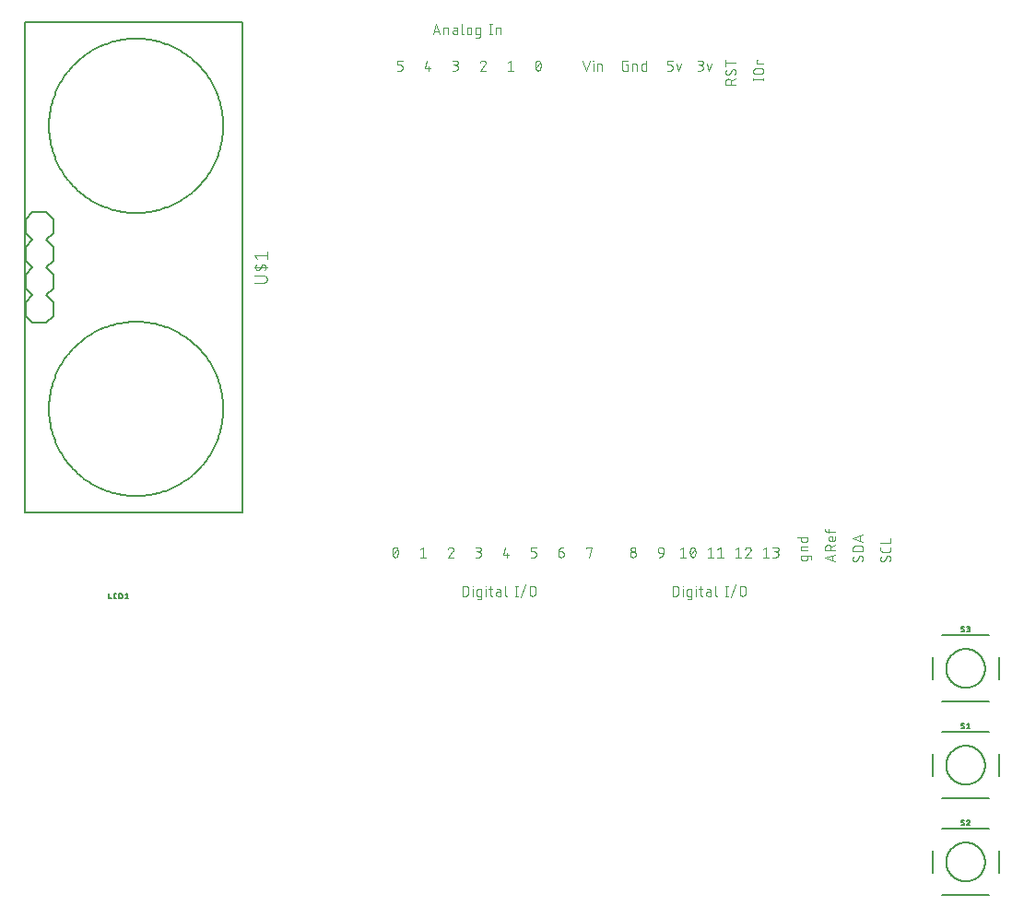
<source format=gbr>
G04 EAGLE Gerber X2 export*
%TF.Part,Single*%
%TF.FileFunction,Legend,Top,1*%
%TF.FilePolarity,Positive*%
%TF.GenerationSoftware,Autodesk,EAGLE,9.1.3*%
%TF.CreationDate,2018-12-04T08:52:57Z*%
G75*
%MOMM*%
%FSLAX34Y34*%
%LPD*%
%AMOC8*
5,1,8,0,0,1.08239X$1,22.5*%
G01*
%ADD10C,0.127000*%
%ADD11C,0.203200*%
%ADD12C,0.101600*%
%ADD13C,0.076200*%


D10*
X89535Y373761D02*
X89535Y368935D01*
X91680Y368935D01*
X95131Y368935D02*
X96204Y368935D01*
X95131Y368935D02*
X95066Y368937D01*
X95002Y368943D01*
X94938Y368953D01*
X94874Y368966D01*
X94812Y368984D01*
X94751Y369005D01*
X94691Y369029D01*
X94633Y369058D01*
X94576Y369090D01*
X94522Y369125D01*
X94470Y369163D01*
X94420Y369205D01*
X94373Y369249D01*
X94329Y369296D01*
X94287Y369346D01*
X94249Y369398D01*
X94214Y369452D01*
X94182Y369509D01*
X94153Y369567D01*
X94129Y369627D01*
X94108Y369688D01*
X94090Y369750D01*
X94077Y369814D01*
X94067Y369878D01*
X94061Y369942D01*
X94059Y370007D01*
X94059Y372689D01*
X94061Y372754D01*
X94067Y372818D01*
X94077Y372882D01*
X94090Y372946D01*
X94108Y373008D01*
X94129Y373069D01*
X94153Y373129D01*
X94182Y373187D01*
X94214Y373244D01*
X94249Y373298D01*
X94287Y373350D01*
X94329Y373400D01*
X94373Y373447D01*
X94420Y373491D01*
X94470Y373533D01*
X94522Y373571D01*
X94576Y373606D01*
X94633Y373638D01*
X94691Y373667D01*
X94751Y373691D01*
X94812Y373712D01*
X94874Y373730D01*
X94938Y373743D01*
X95002Y373753D01*
X95066Y373759D01*
X95131Y373761D01*
X96204Y373761D01*
X98842Y373761D02*
X98842Y368935D01*
X98842Y373761D02*
X100183Y373761D01*
X100253Y373759D01*
X100323Y373754D01*
X100393Y373744D01*
X100462Y373732D01*
X100530Y373715D01*
X100597Y373695D01*
X100664Y373672D01*
X100728Y373645D01*
X100792Y373615D01*
X100854Y373581D01*
X100913Y373545D01*
X100971Y373505D01*
X101027Y373462D01*
X101080Y373417D01*
X101131Y373368D01*
X101180Y373317D01*
X101225Y373264D01*
X101268Y373208D01*
X101308Y373150D01*
X101344Y373091D01*
X101378Y373029D01*
X101408Y372965D01*
X101435Y372901D01*
X101458Y372834D01*
X101478Y372767D01*
X101495Y372699D01*
X101507Y372630D01*
X101517Y372560D01*
X101522Y372490D01*
X101524Y372420D01*
X101523Y372420D02*
X101523Y370276D01*
X101524Y370276D02*
X101522Y370206D01*
X101517Y370136D01*
X101507Y370066D01*
X101495Y369997D01*
X101478Y369929D01*
X101458Y369862D01*
X101435Y369795D01*
X101408Y369731D01*
X101378Y369667D01*
X101344Y369605D01*
X101308Y369546D01*
X101268Y369488D01*
X101225Y369432D01*
X101180Y369379D01*
X101131Y369328D01*
X101080Y369279D01*
X101027Y369234D01*
X100971Y369191D01*
X100913Y369151D01*
X100853Y369115D01*
X100792Y369081D01*
X100728Y369051D01*
X100664Y369024D01*
X100597Y369001D01*
X100530Y368981D01*
X100462Y368964D01*
X100393Y368952D01*
X100323Y368942D01*
X100253Y368937D01*
X100183Y368935D01*
X98842Y368935D01*
X104512Y372689D02*
X105852Y373761D01*
X105852Y368935D01*
X104512Y368935D02*
X107193Y368935D01*
D11*
X854710Y246380D02*
X897890Y246380D01*
X897890Y185420D02*
X854710Y185420D01*
X906780Y205740D02*
X906780Y225880D01*
X845820Y226180D02*
X845820Y205740D01*
X858520Y215900D02*
X858525Y216336D01*
X858541Y216772D01*
X858568Y217208D01*
X858606Y217643D01*
X858654Y218076D01*
X858712Y218509D01*
X858782Y218940D01*
X858862Y219369D01*
X858952Y219796D01*
X859053Y220220D01*
X859164Y220642D01*
X859286Y221061D01*
X859417Y221477D01*
X859559Y221890D01*
X859711Y222299D01*
X859873Y222704D01*
X860045Y223105D01*
X860227Y223502D01*
X860418Y223894D01*
X860619Y224281D01*
X860830Y224664D01*
X861050Y225041D01*
X861279Y225412D01*
X861516Y225778D01*
X861763Y226138D01*
X862019Y226492D01*
X862283Y226839D01*
X862556Y227180D01*
X862837Y227513D01*
X863126Y227840D01*
X863423Y228160D01*
X863728Y228472D01*
X864040Y228777D01*
X864360Y229074D01*
X864687Y229363D01*
X865020Y229644D01*
X865361Y229917D01*
X865708Y230181D01*
X866062Y230437D01*
X866422Y230684D01*
X866788Y230921D01*
X867159Y231150D01*
X867536Y231370D01*
X867919Y231581D01*
X868306Y231782D01*
X868698Y231973D01*
X869095Y232155D01*
X869496Y232327D01*
X869901Y232489D01*
X870310Y232641D01*
X870723Y232783D01*
X871139Y232914D01*
X871558Y233036D01*
X871980Y233147D01*
X872404Y233248D01*
X872831Y233338D01*
X873260Y233418D01*
X873691Y233488D01*
X874124Y233546D01*
X874557Y233594D01*
X874992Y233632D01*
X875428Y233659D01*
X875864Y233675D01*
X876300Y233680D01*
X876736Y233675D01*
X877172Y233659D01*
X877608Y233632D01*
X878043Y233594D01*
X878476Y233546D01*
X878909Y233488D01*
X879340Y233418D01*
X879769Y233338D01*
X880196Y233248D01*
X880620Y233147D01*
X881042Y233036D01*
X881461Y232914D01*
X881877Y232783D01*
X882290Y232641D01*
X882699Y232489D01*
X883104Y232327D01*
X883505Y232155D01*
X883902Y231973D01*
X884294Y231782D01*
X884681Y231581D01*
X885064Y231370D01*
X885441Y231150D01*
X885812Y230921D01*
X886178Y230684D01*
X886538Y230437D01*
X886892Y230181D01*
X887239Y229917D01*
X887580Y229644D01*
X887913Y229363D01*
X888240Y229074D01*
X888560Y228777D01*
X888872Y228472D01*
X889177Y228160D01*
X889474Y227840D01*
X889763Y227513D01*
X890044Y227180D01*
X890317Y226839D01*
X890581Y226492D01*
X890837Y226138D01*
X891084Y225778D01*
X891321Y225412D01*
X891550Y225041D01*
X891770Y224664D01*
X891981Y224281D01*
X892182Y223894D01*
X892373Y223502D01*
X892555Y223105D01*
X892727Y222704D01*
X892889Y222299D01*
X893041Y221890D01*
X893183Y221477D01*
X893314Y221061D01*
X893436Y220642D01*
X893547Y220220D01*
X893648Y219796D01*
X893738Y219369D01*
X893818Y218940D01*
X893888Y218509D01*
X893946Y218076D01*
X893994Y217643D01*
X894032Y217208D01*
X894059Y216772D01*
X894075Y216336D01*
X894080Y215900D01*
X894075Y215464D01*
X894059Y215028D01*
X894032Y214592D01*
X893994Y214157D01*
X893946Y213724D01*
X893888Y213291D01*
X893818Y212860D01*
X893738Y212431D01*
X893648Y212004D01*
X893547Y211580D01*
X893436Y211158D01*
X893314Y210739D01*
X893183Y210323D01*
X893041Y209910D01*
X892889Y209501D01*
X892727Y209096D01*
X892555Y208695D01*
X892373Y208298D01*
X892182Y207906D01*
X891981Y207519D01*
X891770Y207136D01*
X891550Y206759D01*
X891321Y206388D01*
X891084Y206022D01*
X890837Y205662D01*
X890581Y205308D01*
X890317Y204961D01*
X890044Y204620D01*
X889763Y204287D01*
X889474Y203960D01*
X889177Y203640D01*
X888872Y203328D01*
X888560Y203023D01*
X888240Y202726D01*
X887913Y202437D01*
X887580Y202156D01*
X887239Y201883D01*
X886892Y201619D01*
X886538Y201363D01*
X886178Y201116D01*
X885812Y200879D01*
X885441Y200650D01*
X885064Y200430D01*
X884681Y200219D01*
X884294Y200018D01*
X883902Y199827D01*
X883505Y199645D01*
X883104Y199473D01*
X882699Y199311D01*
X882290Y199159D01*
X881877Y199017D01*
X881461Y198886D01*
X881042Y198764D01*
X880620Y198653D01*
X880196Y198552D01*
X879769Y198462D01*
X879340Y198382D01*
X878909Y198312D01*
X878476Y198254D01*
X878043Y198206D01*
X877608Y198168D01*
X877172Y198141D01*
X876736Y198125D01*
X876300Y198120D01*
X875864Y198125D01*
X875428Y198141D01*
X874992Y198168D01*
X874557Y198206D01*
X874124Y198254D01*
X873691Y198312D01*
X873260Y198382D01*
X872831Y198462D01*
X872404Y198552D01*
X871980Y198653D01*
X871558Y198764D01*
X871139Y198886D01*
X870723Y199017D01*
X870310Y199159D01*
X869901Y199311D01*
X869496Y199473D01*
X869095Y199645D01*
X868698Y199827D01*
X868306Y200018D01*
X867919Y200219D01*
X867536Y200430D01*
X867159Y200650D01*
X866788Y200879D01*
X866422Y201116D01*
X866062Y201363D01*
X865708Y201619D01*
X865361Y201883D01*
X865020Y202156D01*
X864687Y202437D01*
X864360Y202726D01*
X864040Y203023D01*
X863728Y203328D01*
X863423Y203640D01*
X863126Y203960D01*
X862837Y204287D01*
X862556Y204620D01*
X862283Y204961D01*
X862019Y205308D01*
X861763Y205662D01*
X861516Y206022D01*
X861279Y206388D01*
X861050Y206759D01*
X860830Y207136D01*
X860619Y207519D01*
X860418Y207906D01*
X860227Y208298D01*
X860045Y208695D01*
X859873Y209096D01*
X859711Y209501D01*
X859559Y209910D01*
X859417Y210323D01*
X859286Y210739D01*
X859164Y211158D01*
X859053Y211580D01*
X858952Y212004D01*
X858862Y212431D01*
X858782Y212860D01*
X858712Y213291D01*
X858654Y213724D01*
X858606Y214157D01*
X858568Y214592D01*
X858541Y215028D01*
X858525Y215464D01*
X858520Y215900D01*
D10*
X873916Y249555D02*
X873981Y249557D01*
X874045Y249563D01*
X874109Y249573D01*
X874173Y249586D01*
X874235Y249604D01*
X874296Y249625D01*
X874356Y249649D01*
X874414Y249678D01*
X874471Y249710D01*
X874525Y249745D01*
X874577Y249783D01*
X874627Y249825D01*
X874674Y249869D01*
X874718Y249916D01*
X874760Y249966D01*
X874798Y250018D01*
X874833Y250072D01*
X874865Y250129D01*
X874894Y250187D01*
X874918Y250247D01*
X874939Y250308D01*
X874957Y250370D01*
X874970Y250434D01*
X874980Y250498D01*
X874986Y250562D01*
X874988Y250627D01*
X873916Y249555D02*
X873822Y249557D01*
X873728Y249563D01*
X873634Y249573D01*
X873541Y249586D01*
X873449Y249604D01*
X873357Y249625D01*
X873266Y249650D01*
X873176Y249679D01*
X873088Y249712D01*
X873001Y249748D01*
X872916Y249788D01*
X872832Y249831D01*
X872751Y249878D01*
X872671Y249928D01*
X872593Y249981D01*
X872518Y250038D01*
X872445Y250097D01*
X872375Y250160D01*
X872307Y250225D01*
X872442Y253309D02*
X872444Y253374D01*
X872450Y253438D01*
X872460Y253502D01*
X872473Y253566D01*
X872491Y253628D01*
X872512Y253689D01*
X872536Y253749D01*
X872565Y253807D01*
X872597Y253864D01*
X872632Y253918D01*
X872670Y253970D01*
X872712Y254020D01*
X872756Y254067D01*
X872803Y254111D01*
X872853Y254153D01*
X872905Y254191D01*
X872959Y254226D01*
X873016Y254258D01*
X873074Y254287D01*
X873134Y254311D01*
X873195Y254332D01*
X873257Y254350D01*
X873321Y254363D01*
X873385Y254373D01*
X873449Y254379D01*
X873514Y254381D01*
X873600Y254379D01*
X873686Y254374D01*
X873772Y254364D01*
X873857Y254351D01*
X873942Y254335D01*
X874026Y254315D01*
X874109Y254291D01*
X874191Y254264D01*
X874271Y254233D01*
X874351Y254199D01*
X874428Y254161D01*
X874504Y254120D01*
X874578Y254076D01*
X874650Y254029D01*
X874721Y253979D01*
X872978Y252371D02*
X872925Y252404D01*
X872874Y252441D01*
X872825Y252480D01*
X872778Y252522D01*
X872734Y252567D01*
X872693Y252614D01*
X872654Y252663D01*
X872618Y252715D01*
X872585Y252769D01*
X872556Y252824D01*
X872530Y252881D01*
X872507Y252940D01*
X872487Y252999D01*
X872471Y253060D01*
X872458Y253121D01*
X872449Y253184D01*
X872444Y253246D01*
X872442Y253309D01*
X874453Y251565D02*
X874506Y251532D01*
X874557Y251495D01*
X874606Y251456D01*
X874653Y251414D01*
X874697Y251369D01*
X874738Y251322D01*
X874777Y251273D01*
X874813Y251221D01*
X874846Y251167D01*
X874875Y251112D01*
X874901Y251055D01*
X874924Y250996D01*
X874944Y250937D01*
X874960Y250876D01*
X874973Y250815D01*
X874982Y250752D01*
X874987Y250690D01*
X874989Y250627D01*
X874453Y251566D02*
X872978Y252370D01*
X877611Y253309D02*
X878952Y254381D01*
X878952Y249555D01*
X880292Y249555D02*
X877611Y249555D01*
D11*
X897890Y157480D02*
X854710Y157480D01*
X854710Y96520D02*
X897890Y96520D01*
X906780Y116840D02*
X906780Y136980D01*
X845820Y137280D02*
X845820Y116840D01*
X858520Y127000D02*
X858525Y127436D01*
X858541Y127872D01*
X858568Y128308D01*
X858606Y128743D01*
X858654Y129176D01*
X858712Y129609D01*
X858782Y130040D01*
X858862Y130469D01*
X858952Y130896D01*
X859053Y131320D01*
X859164Y131742D01*
X859286Y132161D01*
X859417Y132577D01*
X859559Y132990D01*
X859711Y133399D01*
X859873Y133804D01*
X860045Y134205D01*
X860227Y134602D01*
X860418Y134994D01*
X860619Y135381D01*
X860830Y135764D01*
X861050Y136141D01*
X861279Y136512D01*
X861516Y136878D01*
X861763Y137238D01*
X862019Y137592D01*
X862283Y137939D01*
X862556Y138280D01*
X862837Y138613D01*
X863126Y138940D01*
X863423Y139260D01*
X863728Y139572D01*
X864040Y139877D01*
X864360Y140174D01*
X864687Y140463D01*
X865020Y140744D01*
X865361Y141017D01*
X865708Y141281D01*
X866062Y141537D01*
X866422Y141784D01*
X866788Y142021D01*
X867159Y142250D01*
X867536Y142470D01*
X867919Y142681D01*
X868306Y142882D01*
X868698Y143073D01*
X869095Y143255D01*
X869496Y143427D01*
X869901Y143589D01*
X870310Y143741D01*
X870723Y143883D01*
X871139Y144014D01*
X871558Y144136D01*
X871980Y144247D01*
X872404Y144348D01*
X872831Y144438D01*
X873260Y144518D01*
X873691Y144588D01*
X874124Y144646D01*
X874557Y144694D01*
X874992Y144732D01*
X875428Y144759D01*
X875864Y144775D01*
X876300Y144780D01*
X876736Y144775D01*
X877172Y144759D01*
X877608Y144732D01*
X878043Y144694D01*
X878476Y144646D01*
X878909Y144588D01*
X879340Y144518D01*
X879769Y144438D01*
X880196Y144348D01*
X880620Y144247D01*
X881042Y144136D01*
X881461Y144014D01*
X881877Y143883D01*
X882290Y143741D01*
X882699Y143589D01*
X883104Y143427D01*
X883505Y143255D01*
X883902Y143073D01*
X884294Y142882D01*
X884681Y142681D01*
X885064Y142470D01*
X885441Y142250D01*
X885812Y142021D01*
X886178Y141784D01*
X886538Y141537D01*
X886892Y141281D01*
X887239Y141017D01*
X887580Y140744D01*
X887913Y140463D01*
X888240Y140174D01*
X888560Y139877D01*
X888872Y139572D01*
X889177Y139260D01*
X889474Y138940D01*
X889763Y138613D01*
X890044Y138280D01*
X890317Y137939D01*
X890581Y137592D01*
X890837Y137238D01*
X891084Y136878D01*
X891321Y136512D01*
X891550Y136141D01*
X891770Y135764D01*
X891981Y135381D01*
X892182Y134994D01*
X892373Y134602D01*
X892555Y134205D01*
X892727Y133804D01*
X892889Y133399D01*
X893041Y132990D01*
X893183Y132577D01*
X893314Y132161D01*
X893436Y131742D01*
X893547Y131320D01*
X893648Y130896D01*
X893738Y130469D01*
X893818Y130040D01*
X893888Y129609D01*
X893946Y129176D01*
X893994Y128743D01*
X894032Y128308D01*
X894059Y127872D01*
X894075Y127436D01*
X894080Y127000D01*
X894075Y126564D01*
X894059Y126128D01*
X894032Y125692D01*
X893994Y125257D01*
X893946Y124824D01*
X893888Y124391D01*
X893818Y123960D01*
X893738Y123531D01*
X893648Y123104D01*
X893547Y122680D01*
X893436Y122258D01*
X893314Y121839D01*
X893183Y121423D01*
X893041Y121010D01*
X892889Y120601D01*
X892727Y120196D01*
X892555Y119795D01*
X892373Y119398D01*
X892182Y119006D01*
X891981Y118619D01*
X891770Y118236D01*
X891550Y117859D01*
X891321Y117488D01*
X891084Y117122D01*
X890837Y116762D01*
X890581Y116408D01*
X890317Y116061D01*
X890044Y115720D01*
X889763Y115387D01*
X889474Y115060D01*
X889177Y114740D01*
X888872Y114428D01*
X888560Y114123D01*
X888240Y113826D01*
X887913Y113537D01*
X887580Y113256D01*
X887239Y112983D01*
X886892Y112719D01*
X886538Y112463D01*
X886178Y112216D01*
X885812Y111979D01*
X885441Y111750D01*
X885064Y111530D01*
X884681Y111319D01*
X884294Y111118D01*
X883902Y110927D01*
X883505Y110745D01*
X883104Y110573D01*
X882699Y110411D01*
X882290Y110259D01*
X881877Y110117D01*
X881461Y109986D01*
X881042Y109864D01*
X880620Y109753D01*
X880196Y109652D01*
X879769Y109562D01*
X879340Y109482D01*
X878909Y109412D01*
X878476Y109354D01*
X878043Y109306D01*
X877608Y109268D01*
X877172Y109241D01*
X876736Y109225D01*
X876300Y109220D01*
X875864Y109225D01*
X875428Y109241D01*
X874992Y109268D01*
X874557Y109306D01*
X874124Y109354D01*
X873691Y109412D01*
X873260Y109482D01*
X872831Y109562D01*
X872404Y109652D01*
X871980Y109753D01*
X871558Y109864D01*
X871139Y109986D01*
X870723Y110117D01*
X870310Y110259D01*
X869901Y110411D01*
X869496Y110573D01*
X869095Y110745D01*
X868698Y110927D01*
X868306Y111118D01*
X867919Y111319D01*
X867536Y111530D01*
X867159Y111750D01*
X866788Y111979D01*
X866422Y112216D01*
X866062Y112463D01*
X865708Y112719D01*
X865361Y112983D01*
X865020Y113256D01*
X864687Y113537D01*
X864360Y113826D01*
X864040Y114123D01*
X863728Y114428D01*
X863423Y114740D01*
X863126Y115060D01*
X862837Y115387D01*
X862556Y115720D01*
X862283Y116061D01*
X862019Y116408D01*
X861763Y116762D01*
X861516Y117122D01*
X861279Y117488D01*
X861050Y117859D01*
X860830Y118236D01*
X860619Y118619D01*
X860418Y119006D01*
X860227Y119398D01*
X860045Y119795D01*
X859873Y120196D01*
X859711Y120601D01*
X859559Y121010D01*
X859417Y121423D01*
X859286Y121839D01*
X859164Y122258D01*
X859053Y122680D01*
X858952Y123104D01*
X858862Y123531D01*
X858782Y123960D01*
X858712Y124391D01*
X858654Y124824D01*
X858606Y125257D01*
X858568Y125692D01*
X858541Y126128D01*
X858525Y126564D01*
X858520Y127000D01*
D10*
X873916Y160655D02*
X873981Y160657D01*
X874045Y160663D01*
X874109Y160673D01*
X874173Y160686D01*
X874235Y160704D01*
X874296Y160725D01*
X874356Y160749D01*
X874414Y160778D01*
X874471Y160810D01*
X874525Y160845D01*
X874577Y160883D01*
X874627Y160925D01*
X874674Y160969D01*
X874718Y161016D01*
X874760Y161066D01*
X874798Y161118D01*
X874833Y161172D01*
X874865Y161229D01*
X874894Y161287D01*
X874918Y161347D01*
X874939Y161408D01*
X874957Y161470D01*
X874970Y161534D01*
X874980Y161598D01*
X874986Y161662D01*
X874988Y161727D01*
X873916Y160655D02*
X873822Y160657D01*
X873728Y160663D01*
X873634Y160673D01*
X873541Y160686D01*
X873449Y160704D01*
X873357Y160725D01*
X873266Y160750D01*
X873176Y160779D01*
X873088Y160812D01*
X873001Y160848D01*
X872916Y160888D01*
X872832Y160931D01*
X872751Y160978D01*
X872671Y161028D01*
X872593Y161081D01*
X872518Y161138D01*
X872445Y161197D01*
X872375Y161260D01*
X872307Y161325D01*
X872442Y164409D02*
X872444Y164474D01*
X872450Y164538D01*
X872460Y164602D01*
X872473Y164666D01*
X872491Y164728D01*
X872512Y164789D01*
X872536Y164849D01*
X872565Y164907D01*
X872597Y164964D01*
X872632Y165018D01*
X872670Y165070D01*
X872712Y165120D01*
X872756Y165167D01*
X872803Y165211D01*
X872853Y165253D01*
X872905Y165291D01*
X872959Y165326D01*
X873016Y165358D01*
X873074Y165387D01*
X873134Y165411D01*
X873195Y165432D01*
X873257Y165450D01*
X873321Y165463D01*
X873385Y165473D01*
X873449Y165479D01*
X873514Y165481D01*
X873600Y165479D01*
X873686Y165474D01*
X873772Y165464D01*
X873857Y165451D01*
X873942Y165435D01*
X874026Y165415D01*
X874109Y165391D01*
X874191Y165364D01*
X874271Y165333D01*
X874351Y165299D01*
X874428Y165261D01*
X874504Y165220D01*
X874578Y165176D01*
X874650Y165129D01*
X874721Y165079D01*
X872978Y163471D02*
X872925Y163504D01*
X872874Y163541D01*
X872825Y163580D01*
X872778Y163622D01*
X872734Y163667D01*
X872693Y163714D01*
X872654Y163763D01*
X872618Y163815D01*
X872585Y163869D01*
X872556Y163924D01*
X872530Y163981D01*
X872507Y164040D01*
X872487Y164099D01*
X872471Y164160D01*
X872458Y164221D01*
X872449Y164284D01*
X872444Y164346D01*
X872442Y164409D01*
X874453Y162665D02*
X874506Y162632D01*
X874557Y162595D01*
X874606Y162556D01*
X874653Y162514D01*
X874697Y162469D01*
X874738Y162422D01*
X874777Y162373D01*
X874813Y162321D01*
X874846Y162267D01*
X874875Y162212D01*
X874901Y162155D01*
X874924Y162096D01*
X874944Y162037D01*
X874960Y161976D01*
X874973Y161915D01*
X874982Y161852D01*
X874987Y161790D01*
X874989Y161727D01*
X874453Y162666D02*
X872978Y163470D01*
X879086Y165481D02*
X879154Y165479D01*
X879221Y165473D01*
X879288Y165464D01*
X879355Y165451D01*
X879420Y165434D01*
X879485Y165413D01*
X879548Y165389D01*
X879610Y165361D01*
X879670Y165330D01*
X879728Y165296D01*
X879784Y165258D01*
X879839Y165218D01*
X879890Y165174D01*
X879939Y165127D01*
X879986Y165078D01*
X880030Y165027D01*
X880070Y164972D01*
X880108Y164916D01*
X880142Y164858D01*
X880173Y164798D01*
X880201Y164736D01*
X880225Y164673D01*
X880246Y164608D01*
X880263Y164543D01*
X880276Y164476D01*
X880285Y164409D01*
X880291Y164342D01*
X880293Y164274D01*
X879086Y165481D02*
X879008Y165479D01*
X878930Y165473D01*
X878853Y165463D01*
X878776Y165450D01*
X878700Y165432D01*
X878625Y165411D01*
X878551Y165386D01*
X878479Y165357D01*
X878408Y165325D01*
X878339Y165289D01*
X878271Y165250D01*
X878206Y165207D01*
X878143Y165161D01*
X878082Y165112D01*
X878024Y165060D01*
X877969Y165005D01*
X877916Y164948D01*
X877867Y164888D01*
X877820Y164825D01*
X877777Y164761D01*
X877737Y164694D01*
X877700Y164625D01*
X877667Y164554D01*
X877637Y164482D01*
X877611Y164409D01*
X879890Y163336D02*
X879939Y163385D01*
X879986Y163437D01*
X880029Y163492D01*
X880070Y163549D01*
X880108Y163608D01*
X880142Y163669D01*
X880173Y163732D01*
X880201Y163796D01*
X880225Y163862D01*
X880245Y163928D01*
X880262Y163996D01*
X880275Y164065D01*
X880284Y164134D01*
X880290Y164204D01*
X880292Y164274D01*
X879890Y163336D02*
X877611Y160655D01*
X880292Y160655D01*
D11*
X897890Y335280D02*
X854710Y335280D01*
X854710Y274320D02*
X897890Y274320D01*
X906780Y294640D02*
X906780Y314780D01*
X845820Y315080D02*
X845820Y294640D01*
X858520Y304800D02*
X858525Y305236D01*
X858541Y305672D01*
X858568Y306108D01*
X858606Y306543D01*
X858654Y306976D01*
X858712Y307409D01*
X858782Y307840D01*
X858862Y308269D01*
X858952Y308696D01*
X859053Y309120D01*
X859164Y309542D01*
X859286Y309961D01*
X859417Y310377D01*
X859559Y310790D01*
X859711Y311199D01*
X859873Y311604D01*
X860045Y312005D01*
X860227Y312402D01*
X860418Y312794D01*
X860619Y313181D01*
X860830Y313564D01*
X861050Y313941D01*
X861279Y314312D01*
X861516Y314678D01*
X861763Y315038D01*
X862019Y315392D01*
X862283Y315739D01*
X862556Y316080D01*
X862837Y316413D01*
X863126Y316740D01*
X863423Y317060D01*
X863728Y317372D01*
X864040Y317677D01*
X864360Y317974D01*
X864687Y318263D01*
X865020Y318544D01*
X865361Y318817D01*
X865708Y319081D01*
X866062Y319337D01*
X866422Y319584D01*
X866788Y319821D01*
X867159Y320050D01*
X867536Y320270D01*
X867919Y320481D01*
X868306Y320682D01*
X868698Y320873D01*
X869095Y321055D01*
X869496Y321227D01*
X869901Y321389D01*
X870310Y321541D01*
X870723Y321683D01*
X871139Y321814D01*
X871558Y321936D01*
X871980Y322047D01*
X872404Y322148D01*
X872831Y322238D01*
X873260Y322318D01*
X873691Y322388D01*
X874124Y322446D01*
X874557Y322494D01*
X874992Y322532D01*
X875428Y322559D01*
X875864Y322575D01*
X876300Y322580D01*
X876736Y322575D01*
X877172Y322559D01*
X877608Y322532D01*
X878043Y322494D01*
X878476Y322446D01*
X878909Y322388D01*
X879340Y322318D01*
X879769Y322238D01*
X880196Y322148D01*
X880620Y322047D01*
X881042Y321936D01*
X881461Y321814D01*
X881877Y321683D01*
X882290Y321541D01*
X882699Y321389D01*
X883104Y321227D01*
X883505Y321055D01*
X883902Y320873D01*
X884294Y320682D01*
X884681Y320481D01*
X885064Y320270D01*
X885441Y320050D01*
X885812Y319821D01*
X886178Y319584D01*
X886538Y319337D01*
X886892Y319081D01*
X887239Y318817D01*
X887580Y318544D01*
X887913Y318263D01*
X888240Y317974D01*
X888560Y317677D01*
X888872Y317372D01*
X889177Y317060D01*
X889474Y316740D01*
X889763Y316413D01*
X890044Y316080D01*
X890317Y315739D01*
X890581Y315392D01*
X890837Y315038D01*
X891084Y314678D01*
X891321Y314312D01*
X891550Y313941D01*
X891770Y313564D01*
X891981Y313181D01*
X892182Y312794D01*
X892373Y312402D01*
X892555Y312005D01*
X892727Y311604D01*
X892889Y311199D01*
X893041Y310790D01*
X893183Y310377D01*
X893314Y309961D01*
X893436Y309542D01*
X893547Y309120D01*
X893648Y308696D01*
X893738Y308269D01*
X893818Y307840D01*
X893888Y307409D01*
X893946Y306976D01*
X893994Y306543D01*
X894032Y306108D01*
X894059Y305672D01*
X894075Y305236D01*
X894080Y304800D01*
X894075Y304364D01*
X894059Y303928D01*
X894032Y303492D01*
X893994Y303057D01*
X893946Y302624D01*
X893888Y302191D01*
X893818Y301760D01*
X893738Y301331D01*
X893648Y300904D01*
X893547Y300480D01*
X893436Y300058D01*
X893314Y299639D01*
X893183Y299223D01*
X893041Y298810D01*
X892889Y298401D01*
X892727Y297996D01*
X892555Y297595D01*
X892373Y297198D01*
X892182Y296806D01*
X891981Y296419D01*
X891770Y296036D01*
X891550Y295659D01*
X891321Y295288D01*
X891084Y294922D01*
X890837Y294562D01*
X890581Y294208D01*
X890317Y293861D01*
X890044Y293520D01*
X889763Y293187D01*
X889474Y292860D01*
X889177Y292540D01*
X888872Y292228D01*
X888560Y291923D01*
X888240Y291626D01*
X887913Y291337D01*
X887580Y291056D01*
X887239Y290783D01*
X886892Y290519D01*
X886538Y290263D01*
X886178Y290016D01*
X885812Y289779D01*
X885441Y289550D01*
X885064Y289330D01*
X884681Y289119D01*
X884294Y288918D01*
X883902Y288727D01*
X883505Y288545D01*
X883104Y288373D01*
X882699Y288211D01*
X882290Y288059D01*
X881877Y287917D01*
X881461Y287786D01*
X881042Y287664D01*
X880620Y287553D01*
X880196Y287452D01*
X879769Y287362D01*
X879340Y287282D01*
X878909Y287212D01*
X878476Y287154D01*
X878043Y287106D01*
X877608Y287068D01*
X877172Y287041D01*
X876736Y287025D01*
X876300Y287020D01*
X875864Y287025D01*
X875428Y287041D01*
X874992Y287068D01*
X874557Y287106D01*
X874124Y287154D01*
X873691Y287212D01*
X873260Y287282D01*
X872831Y287362D01*
X872404Y287452D01*
X871980Y287553D01*
X871558Y287664D01*
X871139Y287786D01*
X870723Y287917D01*
X870310Y288059D01*
X869901Y288211D01*
X869496Y288373D01*
X869095Y288545D01*
X868698Y288727D01*
X868306Y288918D01*
X867919Y289119D01*
X867536Y289330D01*
X867159Y289550D01*
X866788Y289779D01*
X866422Y290016D01*
X866062Y290263D01*
X865708Y290519D01*
X865361Y290783D01*
X865020Y291056D01*
X864687Y291337D01*
X864360Y291626D01*
X864040Y291923D01*
X863728Y292228D01*
X863423Y292540D01*
X863126Y292860D01*
X862837Y293187D01*
X862556Y293520D01*
X862283Y293861D01*
X862019Y294208D01*
X861763Y294562D01*
X861516Y294922D01*
X861279Y295288D01*
X861050Y295659D01*
X860830Y296036D01*
X860619Y296419D01*
X860418Y296806D01*
X860227Y297198D01*
X860045Y297595D01*
X859873Y297996D01*
X859711Y298401D01*
X859559Y298810D01*
X859417Y299223D01*
X859286Y299639D01*
X859164Y300058D01*
X859053Y300480D01*
X858952Y300904D01*
X858862Y301331D01*
X858782Y301760D01*
X858712Y302191D01*
X858654Y302624D01*
X858606Y303057D01*
X858568Y303492D01*
X858541Y303928D01*
X858525Y304364D01*
X858520Y304800D01*
D10*
X873916Y338455D02*
X873981Y338457D01*
X874045Y338463D01*
X874109Y338473D01*
X874173Y338486D01*
X874235Y338504D01*
X874296Y338525D01*
X874356Y338549D01*
X874414Y338578D01*
X874471Y338610D01*
X874525Y338645D01*
X874577Y338683D01*
X874627Y338725D01*
X874674Y338769D01*
X874718Y338816D01*
X874760Y338866D01*
X874798Y338918D01*
X874833Y338972D01*
X874865Y339029D01*
X874894Y339087D01*
X874918Y339147D01*
X874939Y339208D01*
X874957Y339270D01*
X874970Y339334D01*
X874980Y339398D01*
X874986Y339462D01*
X874988Y339527D01*
X873916Y338455D02*
X873822Y338457D01*
X873728Y338463D01*
X873634Y338473D01*
X873541Y338486D01*
X873449Y338504D01*
X873357Y338525D01*
X873266Y338550D01*
X873176Y338579D01*
X873088Y338612D01*
X873001Y338648D01*
X872916Y338688D01*
X872832Y338731D01*
X872751Y338778D01*
X872671Y338828D01*
X872593Y338881D01*
X872518Y338938D01*
X872445Y338997D01*
X872375Y339060D01*
X872307Y339125D01*
X872442Y342209D02*
X872444Y342274D01*
X872450Y342338D01*
X872460Y342402D01*
X872473Y342466D01*
X872491Y342528D01*
X872512Y342589D01*
X872536Y342649D01*
X872565Y342707D01*
X872597Y342764D01*
X872632Y342818D01*
X872670Y342870D01*
X872712Y342920D01*
X872756Y342967D01*
X872803Y343011D01*
X872853Y343053D01*
X872905Y343091D01*
X872959Y343126D01*
X873016Y343158D01*
X873074Y343187D01*
X873134Y343211D01*
X873195Y343232D01*
X873257Y343250D01*
X873321Y343263D01*
X873385Y343273D01*
X873449Y343279D01*
X873514Y343281D01*
X873600Y343279D01*
X873686Y343274D01*
X873772Y343264D01*
X873857Y343251D01*
X873942Y343235D01*
X874026Y343215D01*
X874109Y343191D01*
X874191Y343164D01*
X874271Y343133D01*
X874351Y343099D01*
X874428Y343061D01*
X874504Y343020D01*
X874578Y342976D01*
X874650Y342929D01*
X874721Y342879D01*
X872978Y341271D02*
X872925Y341304D01*
X872874Y341341D01*
X872825Y341380D01*
X872778Y341422D01*
X872734Y341467D01*
X872693Y341514D01*
X872654Y341563D01*
X872618Y341615D01*
X872585Y341669D01*
X872556Y341724D01*
X872530Y341781D01*
X872507Y341840D01*
X872487Y341899D01*
X872471Y341960D01*
X872458Y342021D01*
X872449Y342084D01*
X872444Y342146D01*
X872442Y342209D01*
X874453Y340465D02*
X874506Y340432D01*
X874557Y340395D01*
X874606Y340356D01*
X874653Y340314D01*
X874697Y340269D01*
X874738Y340222D01*
X874777Y340173D01*
X874813Y340121D01*
X874846Y340067D01*
X874875Y340012D01*
X874901Y339955D01*
X874924Y339896D01*
X874944Y339837D01*
X874960Y339776D01*
X874973Y339715D01*
X874982Y339652D01*
X874987Y339590D01*
X874989Y339527D01*
X874453Y340466D02*
X872978Y341270D01*
X877611Y338455D02*
X878952Y338455D01*
X879023Y338457D01*
X879095Y338463D01*
X879165Y338472D01*
X879235Y338485D01*
X879305Y338502D01*
X879373Y338523D01*
X879440Y338547D01*
X879506Y338575D01*
X879570Y338606D01*
X879633Y338641D01*
X879693Y338679D01*
X879752Y338720D01*
X879808Y338764D01*
X879862Y338811D01*
X879913Y338860D01*
X879961Y338913D01*
X880007Y338968D01*
X880049Y339025D01*
X880089Y339085D01*
X880125Y339146D01*
X880158Y339210D01*
X880187Y339275D01*
X880213Y339341D01*
X880236Y339409D01*
X880255Y339478D01*
X880270Y339548D01*
X880281Y339618D01*
X880289Y339689D01*
X880293Y339760D01*
X880293Y339832D01*
X880289Y339903D01*
X880281Y339974D01*
X880270Y340044D01*
X880255Y340114D01*
X880236Y340183D01*
X880213Y340251D01*
X880187Y340317D01*
X880158Y340382D01*
X880125Y340446D01*
X880089Y340507D01*
X880049Y340567D01*
X880007Y340624D01*
X879961Y340679D01*
X879913Y340732D01*
X879862Y340781D01*
X879808Y340828D01*
X879752Y340872D01*
X879693Y340913D01*
X879633Y340951D01*
X879570Y340986D01*
X879506Y341017D01*
X879440Y341045D01*
X879373Y341069D01*
X879305Y341090D01*
X879235Y341107D01*
X879165Y341120D01*
X879095Y341129D01*
X879023Y341135D01*
X878952Y341137D01*
X879220Y343281D02*
X877611Y343281D01*
X879220Y343281D02*
X879285Y343279D01*
X879349Y343273D01*
X879413Y343263D01*
X879477Y343250D01*
X879539Y343232D01*
X879600Y343211D01*
X879660Y343187D01*
X879718Y343158D01*
X879775Y343126D01*
X879829Y343091D01*
X879881Y343053D01*
X879931Y343011D01*
X879978Y342967D01*
X880022Y342920D01*
X880064Y342870D01*
X880102Y342818D01*
X880137Y342764D01*
X880169Y342707D01*
X880198Y342649D01*
X880222Y342589D01*
X880243Y342528D01*
X880261Y342466D01*
X880274Y342402D01*
X880284Y342338D01*
X880290Y342274D01*
X880292Y342209D01*
X880290Y342144D01*
X880284Y342080D01*
X880274Y342016D01*
X880261Y341952D01*
X880243Y341890D01*
X880222Y341829D01*
X880198Y341769D01*
X880169Y341711D01*
X880137Y341654D01*
X880102Y341600D01*
X880064Y341548D01*
X880022Y341498D01*
X879978Y341451D01*
X879931Y341407D01*
X879881Y341365D01*
X879829Y341327D01*
X879775Y341292D01*
X879718Y341260D01*
X879660Y341231D01*
X879600Y341207D01*
X879539Y341186D01*
X879477Y341168D01*
X879413Y341155D01*
X879349Y341145D01*
X879285Y341139D01*
X879220Y341137D01*
X879220Y341136D02*
X878147Y341136D01*
X212300Y448100D02*
X212300Y898100D01*
X212300Y448100D02*
X12300Y448100D01*
X12300Y898100D01*
X212300Y898100D01*
X34300Y803100D02*
X34324Y805063D01*
X34396Y807025D01*
X34517Y808985D01*
X34685Y810941D01*
X34902Y812893D01*
X35166Y814838D01*
X35478Y816777D01*
X35837Y818707D01*
X36244Y820628D01*
X36697Y822538D01*
X37198Y824437D01*
X37745Y826323D01*
X38338Y828195D01*
X38976Y830051D01*
X39661Y831892D01*
X40390Y833715D01*
X41163Y835519D01*
X41981Y837304D01*
X42842Y839069D01*
X43746Y840812D01*
X44693Y842532D01*
X45682Y844228D01*
X46712Y845900D01*
X47782Y847546D01*
X48893Y849165D01*
X50043Y850756D01*
X51232Y852319D01*
X52459Y853851D01*
X53723Y855354D01*
X55024Y856825D01*
X56360Y858263D01*
X57731Y859669D01*
X59137Y861040D01*
X60575Y862376D01*
X62046Y863677D01*
X63549Y864941D01*
X65081Y866168D01*
X66644Y867357D01*
X68235Y868507D01*
X69854Y869618D01*
X71500Y870688D01*
X73172Y871718D01*
X74868Y872707D01*
X76588Y873654D01*
X78331Y874558D01*
X80096Y875419D01*
X81881Y876237D01*
X83685Y877010D01*
X85508Y877739D01*
X87349Y878424D01*
X89205Y879062D01*
X91077Y879655D01*
X92963Y880202D01*
X94862Y880703D01*
X96772Y881156D01*
X98693Y881563D01*
X100623Y881922D01*
X102562Y882234D01*
X104507Y882498D01*
X106459Y882715D01*
X108415Y882883D01*
X110375Y883004D01*
X112337Y883076D01*
X114300Y883100D01*
X116263Y883076D01*
X118225Y883004D01*
X120185Y882883D01*
X122141Y882715D01*
X124093Y882498D01*
X126038Y882234D01*
X127977Y881922D01*
X129907Y881563D01*
X131828Y881156D01*
X133738Y880703D01*
X135637Y880202D01*
X137523Y879655D01*
X139395Y879062D01*
X141251Y878424D01*
X143092Y877739D01*
X144915Y877010D01*
X146719Y876237D01*
X148504Y875419D01*
X150269Y874558D01*
X152012Y873654D01*
X153732Y872707D01*
X155428Y871718D01*
X157100Y870688D01*
X158746Y869618D01*
X160365Y868507D01*
X161956Y867357D01*
X163519Y866168D01*
X165051Y864941D01*
X166554Y863677D01*
X168025Y862376D01*
X169463Y861040D01*
X170869Y859669D01*
X172240Y858263D01*
X173576Y856825D01*
X174877Y855354D01*
X176141Y853851D01*
X177368Y852319D01*
X178557Y850756D01*
X179707Y849165D01*
X180818Y847546D01*
X181888Y845900D01*
X182918Y844228D01*
X183907Y842532D01*
X184854Y840812D01*
X185758Y839069D01*
X186619Y837304D01*
X187437Y835519D01*
X188210Y833715D01*
X188939Y831892D01*
X189624Y830051D01*
X190262Y828195D01*
X190855Y826323D01*
X191402Y824437D01*
X191903Y822538D01*
X192356Y820628D01*
X192763Y818707D01*
X193122Y816777D01*
X193434Y814838D01*
X193698Y812893D01*
X193915Y810941D01*
X194083Y808985D01*
X194204Y807025D01*
X194276Y805063D01*
X194300Y803100D01*
X194276Y801137D01*
X194204Y799175D01*
X194083Y797215D01*
X193915Y795259D01*
X193698Y793307D01*
X193434Y791362D01*
X193122Y789423D01*
X192763Y787493D01*
X192356Y785572D01*
X191903Y783662D01*
X191402Y781763D01*
X190855Y779877D01*
X190262Y778005D01*
X189624Y776149D01*
X188939Y774308D01*
X188210Y772485D01*
X187437Y770681D01*
X186619Y768896D01*
X185758Y767131D01*
X184854Y765388D01*
X183907Y763668D01*
X182918Y761972D01*
X181888Y760300D01*
X180818Y758654D01*
X179707Y757035D01*
X178557Y755444D01*
X177368Y753881D01*
X176141Y752349D01*
X174877Y750846D01*
X173576Y749375D01*
X172240Y747937D01*
X170869Y746531D01*
X169463Y745160D01*
X168025Y743824D01*
X166554Y742523D01*
X165051Y741259D01*
X163519Y740032D01*
X161956Y738843D01*
X160365Y737693D01*
X158746Y736582D01*
X157100Y735512D01*
X155428Y734482D01*
X153732Y733493D01*
X152012Y732546D01*
X150269Y731642D01*
X148504Y730781D01*
X146719Y729963D01*
X144915Y729190D01*
X143092Y728461D01*
X141251Y727776D01*
X139395Y727138D01*
X137523Y726545D01*
X135637Y725998D01*
X133738Y725497D01*
X131828Y725044D01*
X129907Y724637D01*
X127977Y724278D01*
X126038Y723966D01*
X124093Y723702D01*
X122141Y723485D01*
X120185Y723317D01*
X118225Y723196D01*
X116263Y723124D01*
X114300Y723100D01*
X112337Y723124D01*
X110375Y723196D01*
X108415Y723317D01*
X106459Y723485D01*
X104507Y723702D01*
X102562Y723966D01*
X100623Y724278D01*
X98693Y724637D01*
X96772Y725044D01*
X94862Y725497D01*
X92963Y725998D01*
X91077Y726545D01*
X89205Y727138D01*
X87349Y727776D01*
X85508Y728461D01*
X83685Y729190D01*
X81881Y729963D01*
X80096Y730781D01*
X78331Y731642D01*
X76588Y732546D01*
X74868Y733493D01*
X73172Y734482D01*
X71500Y735512D01*
X69854Y736582D01*
X68235Y737693D01*
X66644Y738843D01*
X65081Y740032D01*
X63549Y741259D01*
X62046Y742523D01*
X60575Y743824D01*
X59137Y745160D01*
X57731Y746531D01*
X56360Y747937D01*
X55024Y749375D01*
X53723Y750846D01*
X52459Y752349D01*
X51232Y753881D01*
X50043Y755444D01*
X48893Y757035D01*
X47782Y758654D01*
X46712Y760300D01*
X45682Y761972D01*
X44693Y763668D01*
X43746Y765388D01*
X42842Y767131D01*
X41981Y768896D01*
X41163Y770681D01*
X40390Y772485D01*
X39661Y774308D01*
X38976Y776149D01*
X38338Y778005D01*
X37745Y779877D01*
X37198Y781763D01*
X36697Y783662D01*
X36244Y785572D01*
X35837Y787493D01*
X35478Y789423D01*
X35166Y791362D01*
X34902Y793307D01*
X34685Y795259D01*
X34517Y797215D01*
X34396Y799175D01*
X34324Y801137D01*
X34300Y803100D01*
X34300Y543100D02*
X34324Y545063D01*
X34396Y547025D01*
X34517Y548985D01*
X34685Y550941D01*
X34902Y552893D01*
X35166Y554838D01*
X35478Y556777D01*
X35837Y558707D01*
X36244Y560628D01*
X36697Y562538D01*
X37198Y564437D01*
X37745Y566323D01*
X38338Y568195D01*
X38976Y570051D01*
X39661Y571892D01*
X40390Y573715D01*
X41163Y575519D01*
X41981Y577304D01*
X42842Y579069D01*
X43746Y580812D01*
X44693Y582532D01*
X45682Y584228D01*
X46712Y585900D01*
X47782Y587546D01*
X48893Y589165D01*
X50043Y590756D01*
X51232Y592319D01*
X52459Y593851D01*
X53723Y595354D01*
X55024Y596825D01*
X56360Y598263D01*
X57731Y599669D01*
X59137Y601040D01*
X60575Y602376D01*
X62046Y603677D01*
X63549Y604941D01*
X65081Y606168D01*
X66644Y607357D01*
X68235Y608507D01*
X69854Y609618D01*
X71500Y610688D01*
X73172Y611718D01*
X74868Y612707D01*
X76588Y613654D01*
X78331Y614558D01*
X80096Y615419D01*
X81881Y616237D01*
X83685Y617010D01*
X85508Y617739D01*
X87349Y618424D01*
X89205Y619062D01*
X91077Y619655D01*
X92963Y620202D01*
X94862Y620703D01*
X96772Y621156D01*
X98693Y621563D01*
X100623Y621922D01*
X102562Y622234D01*
X104507Y622498D01*
X106459Y622715D01*
X108415Y622883D01*
X110375Y623004D01*
X112337Y623076D01*
X114300Y623100D01*
X116263Y623076D01*
X118225Y623004D01*
X120185Y622883D01*
X122141Y622715D01*
X124093Y622498D01*
X126038Y622234D01*
X127977Y621922D01*
X129907Y621563D01*
X131828Y621156D01*
X133738Y620703D01*
X135637Y620202D01*
X137523Y619655D01*
X139395Y619062D01*
X141251Y618424D01*
X143092Y617739D01*
X144915Y617010D01*
X146719Y616237D01*
X148504Y615419D01*
X150269Y614558D01*
X152012Y613654D01*
X153732Y612707D01*
X155428Y611718D01*
X157100Y610688D01*
X158746Y609618D01*
X160365Y608507D01*
X161956Y607357D01*
X163519Y606168D01*
X165051Y604941D01*
X166554Y603677D01*
X168025Y602376D01*
X169463Y601040D01*
X170869Y599669D01*
X172240Y598263D01*
X173576Y596825D01*
X174877Y595354D01*
X176141Y593851D01*
X177368Y592319D01*
X178557Y590756D01*
X179707Y589165D01*
X180818Y587546D01*
X181888Y585900D01*
X182918Y584228D01*
X183907Y582532D01*
X184854Y580812D01*
X185758Y579069D01*
X186619Y577304D01*
X187437Y575519D01*
X188210Y573715D01*
X188939Y571892D01*
X189624Y570051D01*
X190262Y568195D01*
X190855Y566323D01*
X191402Y564437D01*
X191903Y562538D01*
X192356Y560628D01*
X192763Y558707D01*
X193122Y556777D01*
X193434Y554838D01*
X193698Y552893D01*
X193915Y550941D01*
X194083Y548985D01*
X194204Y547025D01*
X194276Y545063D01*
X194300Y543100D01*
X194276Y541137D01*
X194204Y539175D01*
X194083Y537215D01*
X193915Y535259D01*
X193698Y533307D01*
X193434Y531362D01*
X193122Y529423D01*
X192763Y527493D01*
X192356Y525572D01*
X191903Y523662D01*
X191402Y521763D01*
X190855Y519877D01*
X190262Y518005D01*
X189624Y516149D01*
X188939Y514308D01*
X188210Y512485D01*
X187437Y510681D01*
X186619Y508896D01*
X185758Y507131D01*
X184854Y505388D01*
X183907Y503668D01*
X182918Y501972D01*
X181888Y500300D01*
X180818Y498654D01*
X179707Y497035D01*
X178557Y495444D01*
X177368Y493881D01*
X176141Y492349D01*
X174877Y490846D01*
X173576Y489375D01*
X172240Y487937D01*
X170869Y486531D01*
X169463Y485160D01*
X168025Y483824D01*
X166554Y482523D01*
X165051Y481259D01*
X163519Y480032D01*
X161956Y478843D01*
X160365Y477693D01*
X158746Y476582D01*
X157100Y475512D01*
X155428Y474482D01*
X153732Y473493D01*
X152012Y472546D01*
X150269Y471642D01*
X148504Y470781D01*
X146719Y469963D01*
X144915Y469190D01*
X143092Y468461D01*
X141251Y467776D01*
X139395Y467138D01*
X137523Y466545D01*
X135637Y465998D01*
X133738Y465497D01*
X131828Y465044D01*
X129907Y464637D01*
X127977Y464278D01*
X126038Y463966D01*
X124093Y463702D01*
X122141Y463485D01*
X120185Y463317D01*
X118225Y463196D01*
X116263Y463124D01*
X114300Y463100D01*
X112337Y463124D01*
X110375Y463196D01*
X108415Y463317D01*
X106459Y463485D01*
X104507Y463702D01*
X102562Y463966D01*
X100623Y464278D01*
X98693Y464637D01*
X96772Y465044D01*
X94862Y465497D01*
X92963Y465998D01*
X91077Y466545D01*
X89205Y467138D01*
X87349Y467776D01*
X85508Y468461D01*
X83685Y469190D01*
X81881Y469963D01*
X80096Y470781D01*
X78331Y471642D01*
X76588Y472546D01*
X74868Y473493D01*
X73172Y474482D01*
X71500Y475512D01*
X69854Y476582D01*
X68235Y477693D01*
X66644Y478843D01*
X65081Y480032D01*
X63549Y481259D01*
X62046Y482523D01*
X60575Y483824D01*
X59137Y485160D01*
X57731Y486531D01*
X56360Y487937D01*
X55024Y489375D01*
X53723Y490846D01*
X52459Y492349D01*
X51232Y493881D01*
X50043Y495444D01*
X48893Y497035D01*
X47782Y498654D01*
X46712Y500300D01*
X45682Y501972D01*
X44693Y503668D01*
X43746Y505388D01*
X42842Y507131D01*
X41981Y508896D01*
X41163Y510681D01*
X40390Y512485D01*
X39661Y514308D01*
X38976Y516149D01*
X38338Y518005D01*
X37745Y519877D01*
X37198Y521763D01*
X36697Y523662D01*
X36244Y525572D01*
X35837Y527493D01*
X35478Y529423D01*
X35166Y531362D01*
X34902Y533307D01*
X34685Y535259D01*
X34517Y537215D01*
X34396Y539175D01*
X34324Y541137D01*
X34300Y543100D01*
X38100Y717550D02*
X31750Y723900D01*
X38100Y717550D02*
X38100Y704850D01*
X31750Y698500D01*
X38100Y692150D01*
X38100Y679450D01*
X31750Y673100D01*
X38100Y666750D01*
X38100Y654050D01*
X31750Y647700D01*
X38100Y641350D01*
X38100Y628650D01*
X31750Y622300D01*
X19050Y622300D01*
X12700Y628650D01*
X12700Y641350D01*
X19050Y647700D01*
X12700Y654050D01*
X12700Y666750D01*
X19050Y673100D01*
X12700Y679450D01*
X12700Y692150D01*
X19050Y698500D01*
X12700Y704850D01*
X12700Y717550D01*
X19050Y723900D01*
X31750Y723900D01*
D12*
X222758Y658996D02*
X231196Y658996D01*
X231309Y658998D01*
X231422Y659004D01*
X231535Y659014D01*
X231648Y659028D01*
X231760Y659045D01*
X231871Y659067D01*
X231981Y659092D01*
X232091Y659122D01*
X232199Y659155D01*
X232306Y659192D01*
X232412Y659232D01*
X232516Y659277D01*
X232619Y659325D01*
X232720Y659376D01*
X232819Y659431D01*
X232916Y659489D01*
X233011Y659551D01*
X233104Y659616D01*
X233194Y659684D01*
X233282Y659755D01*
X233368Y659830D01*
X233451Y659907D01*
X233531Y659987D01*
X233608Y660070D01*
X233683Y660156D01*
X233754Y660244D01*
X233822Y660334D01*
X233887Y660427D01*
X233949Y660522D01*
X234007Y660619D01*
X234062Y660718D01*
X234113Y660819D01*
X234161Y660922D01*
X234206Y661026D01*
X234246Y661132D01*
X234283Y661239D01*
X234316Y661347D01*
X234346Y661457D01*
X234371Y661567D01*
X234393Y661678D01*
X234410Y661790D01*
X234424Y661903D01*
X234434Y662016D01*
X234440Y662129D01*
X234442Y662242D01*
X234440Y662355D01*
X234434Y662468D01*
X234424Y662581D01*
X234410Y662694D01*
X234393Y662806D01*
X234371Y662917D01*
X234346Y663027D01*
X234316Y663137D01*
X234283Y663245D01*
X234246Y663352D01*
X234206Y663458D01*
X234161Y663562D01*
X234113Y663665D01*
X234062Y663766D01*
X234007Y663865D01*
X233949Y663962D01*
X233887Y664057D01*
X233822Y664150D01*
X233754Y664240D01*
X233683Y664328D01*
X233608Y664414D01*
X233531Y664497D01*
X233451Y664577D01*
X233368Y664654D01*
X233282Y664729D01*
X233194Y664800D01*
X233104Y664868D01*
X233011Y664933D01*
X232916Y664995D01*
X232819Y665053D01*
X232720Y665108D01*
X232619Y665159D01*
X232516Y665207D01*
X232412Y665252D01*
X232306Y665292D01*
X232199Y665329D01*
X232091Y665362D01*
X231981Y665392D01*
X231871Y665417D01*
X231760Y665439D01*
X231648Y665456D01*
X231535Y665470D01*
X231422Y665480D01*
X231309Y665486D01*
X231196Y665488D01*
X231196Y665487D02*
X222758Y665487D01*
X222758Y673291D02*
X234442Y673291D01*
X228600Y673291D02*
X227626Y671668D01*
X227627Y671667D02*
X227580Y671594D01*
X227531Y671523D01*
X227478Y671454D01*
X227422Y671387D01*
X227363Y671323D01*
X227302Y671261D01*
X227238Y671203D01*
X227171Y671147D01*
X227102Y671095D01*
X227030Y671045D01*
X226956Y670999D01*
X226881Y670956D01*
X226803Y670917D01*
X226724Y670881D01*
X226643Y670849D01*
X226561Y670820D01*
X226478Y670795D01*
X226394Y670774D01*
X226309Y670757D01*
X226223Y670743D01*
X226137Y670734D01*
X226050Y670728D01*
X225963Y670726D01*
X225876Y670728D01*
X225789Y670734D01*
X225703Y670744D01*
X225617Y670757D01*
X225532Y670775D01*
X225448Y670796D01*
X225365Y670821D01*
X225282Y670850D01*
X225202Y670882D01*
X225123Y670918D01*
X225045Y670957D01*
X224970Y671000D01*
X224896Y671047D01*
X224825Y671096D01*
X224755Y671149D01*
X224689Y671204D01*
X224625Y671263D01*
X224563Y671324D01*
X224504Y671388D01*
X224449Y671455D01*
X224396Y671524D01*
X224346Y671596D01*
X224300Y671669D01*
X224257Y671745D01*
X224218Y671822D01*
X224182Y671901D01*
X224149Y671982D01*
X224121Y672064D01*
X224095Y672147D01*
X224074Y672231D01*
X224057Y672316D01*
X224056Y672317D02*
X224032Y672457D01*
X224012Y672599D01*
X223996Y672740D01*
X223985Y672882D01*
X223977Y673025D01*
X223973Y673167D01*
X223972Y673310D01*
X223976Y673453D01*
X223984Y673595D01*
X223996Y673737D01*
X224012Y673879D01*
X224031Y674020D01*
X224055Y674161D01*
X224082Y674301D01*
X224114Y674440D01*
X224149Y674578D01*
X224188Y674716D01*
X224231Y674852D01*
X224277Y674986D01*
X224328Y675120D01*
X224381Y675252D01*
X224439Y675382D01*
X224500Y675511D01*
X224565Y675638D01*
X224633Y675764D01*
X224705Y675887D01*
X228600Y673291D02*
X229574Y674913D01*
X229573Y674914D02*
X229620Y674987D01*
X229669Y675058D01*
X229722Y675128D01*
X229778Y675194D01*
X229837Y675258D01*
X229898Y675320D01*
X229962Y675378D01*
X230029Y675434D01*
X230098Y675486D01*
X230170Y675536D01*
X230244Y675582D01*
X230319Y675625D01*
X230397Y675664D01*
X230476Y675700D01*
X230557Y675732D01*
X230639Y675761D01*
X230722Y675786D01*
X230806Y675807D01*
X230891Y675824D01*
X230977Y675838D01*
X231064Y675847D01*
X231150Y675853D01*
X231237Y675855D01*
X231324Y675853D01*
X231411Y675847D01*
X231497Y675837D01*
X231583Y675824D01*
X231668Y675806D01*
X231752Y675785D01*
X231835Y675760D01*
X231918Y675731D01*
X231998Y675699D01*
X232077Y675663D01*
X232155Y675624D01*
X232230Y675581D01*
X232304Y675534D01*
X232375Y675485D01*
X232445Y675432D01*
X232511Y675377D01*
X232575Y675318D01*
X232637Y675257D01*
X232696Y675192D01*
X232751Y675126D01*
X232804Y675057D01*
X232854Y674985D01*
X232900Y674912D01*
X232943Y674836D01*
X232982Y674759D01*
X233018Y674680D01*
X233051Y674599D01*
X233079Y674517D01*
X233105Y674434D01*
X233126Y674350D01*
X233143Y674264D01*
X233144Y674264D02*
X233168Y674124D01*
X233188Y673982D01*
X233204Y673841D01*
X233215Y673699D01*
X233223Y673556D01*
X233227Y673414D01*
X233228Y673271D01*
X233224Y673128D01*
X233216Y672986D01*
X233204Y672844D01*
X233188Y672702D01*
X233169Y672561D01*
X233145Y672420D01*
X233118Y672280D01*
X233086Y672141D01*
X233051Y672003D01*
X233012Y671865D01*
X232969Y671729D01*
X232923Y671595D01*
X232872Y671461D01*
X232819Y671329D01*
X232761Y671199D01*
X232700Y671070D01*
X232635Y670943D01*
X232567Y670817D01*
X232495Y670694D01*
X225354Y680713D02*
X222758Y683958D01*
X234442Y683958D01*
X234442Y680713D02*
X234442Y687204D01*
D13*
X655701Y841087D02*
X665099Y841087D01*
X655701Y841087D02*
X655701Y843698D01*
X655703Y843799D01*
X655709Y843900D01*
X655719Y844001D01*
X655732Y844101D01*
X655750Y844201D01*
X655771Y844300D01*
X655797Y844398D01*
X655826Y844495D01*
X655858Y844591D01*
X655895Y844685D01*
X655935Y844778D01*
X655979Y844870D01*
X656026Y844959D01*
X656077Y845047D01*
X656131Y845133D01*
X656188Y845216D01*
X656248Y845298D01*
X656312Y845376D01*
X656378Y845453D01*
X656448Y845526D01*
X656520Y845597D01*
X656595Y845665D01*
X656673Y845730D01*
X656753Y845792D01*
X656835Y845851D01*
X656920Y845907D01*
X657007Y845959D01*
X657095Y846008D01*
X657186Y846054D01*
X657278Y846095D01*
X657372Y846134D01*
X657467Y846168D01*
X657563Y846199D01*
X657661Y846226D01*
X657759Y846250D01*
X657859Y846269D01*
X657959Y846285D01*
X658059Y846297D01*
X658160Y846305D01*
X658261Y846309D01*
X658363Y846309D01*
X658464Y846305D01*
X658565Y846297D01*
X658665Y846285D01*
X658765Y846269D01*
X658865Y846250D01*
X658963Y846226D01*
X659061Y846199D01*
X659157Y846168D01*
X659252Y846134D01*
X659346Y846095D01*
X659438Y846054D01*
X659529Y846008D01*
X659618Y845959D01*
X659704Y845907D01*
X659789Y845851D01*
X659871Y845792D01*
X659951Y845730D01*
X660029Y845665D01*
X660104Y845597D01*
X660176Y845526D01*
X660246Y845453D01*
X660312Y845376D01*
X660376Y845298D01*
X660436Y845216D01*
X660493Y845133D01*
X660547Y845047D01*
X660598Y844959D01*
X660645Y844870D01*
X660689Y844778D01*
X660729Y844685D01*
X660766Y844591D01*
X660798Y844495D01*
X660827Y844398D01*
X660853Y844300D01*
X660874Y844201D01*
X660892Y844101D01*
X660905Y844001D01*
X660915Y843900D01*
X660921Y843799D01*
X660923Y843698D01*
X660922Y843698D02*
X660922Y841087D01*
X660922Y844220D02*
X665099Y846308D01*
X665099Y853002D02*
X665097Y853091D01*
X665091Y853179D01*
X665082Y853267D01*
X665069Y853355D01*
X665052Y853442D01*
X665032Y853528D01*
X665007Y853613D01*
X664980Y853698D01*
X664948Y853781D01*
X664914Y853862D01*
X664875Y853942D01*
X664834Y854020D01*
X664789Y854097D01*
X664741Y854171D01*
X664690Y854244D01*
X664636Y854314D01*
X664578Y854381D01*
X664518Y854447D01*
X664456Y854509D01*
X664390Y854569D01*
X664323Y854627D01*
X664253Y854681D01*
X664180Y854732D01*
X664106Y854780D01*
X664029Y854825D01*
X663951Y854866D01*
X663871Y854905D01*
X663790Y854939D01*
X663707Y854971D01*
X663622Y854998D01*
X663537Y855023D01*
X663451Y855043D01*
X663364Y855060D01*
X663276Y855073D01*
X663188Y855082D01*
X663100Y855088D01*
X663011Y855090D01*
X665099Y853002D02*
X665097Y852873D01*
X665091Y852744D01*
X665082Y852615D01*
X665069Y852487D01*
X665052Y852359D01*
X665031Y852232D01*
X665007Y852105D01*
X664979Y851979D01*
X664947Y851854D01*
X664912Y851730D01*
X664873Y851607D01*
X664830Y851485D01*
X664784Y851365D01*
X664734Y851246D01*
X664681Y851128D01*
X664625Y851012D01*
X664565Y850898D01*
X664502Y850785D01*
X664435Y850675D01*
X664366Y850566D01*
X664293Y850460D01*
X664217Y850355D01*
X664138Y850253D01*
X664056Y850154D01*
X663972Y850056D01*
X663884Y849961D01*
X663794Y849869D01*
X657789Y850131D02*
X657700Y850133D01*
X657612Y850139D01*
X657524Y850148D01*
X657436Y850161D01*
X657349Y850178D01*
X657263Y850198D01*
X657178Y850223D01*
X657093Y850250D01*
X657010Y850282D01*
X656929Y850316D01*
X656849Y850355D01*
X656771Y850396D01*
X656694Y850441D01*
X656620Y850489D01*
X656547Y850540D01*
X656477Y850594D01*
X656410Y850652D01*
X656344Y850712D01*
X656282Y850774D01*
X656222Y850840D01*
X656164Y850907D01*
X656110Y850977D01*
X656059Y851050D01*
X656011Y851124D01*
X655966Y851201D01*
X655925Y851279D01*
X655886Y851359D01*
X655852Y851440D01*
X655820Y851523D01*
X655793Y851608D01*
X655768Y851693D01*
X655748Y851779D01*
X655731Y851866D01*
X655718Y851954D01*
X655709Y852042D01*
X655703Y852130D01*
X655701Y852219D01*
X655703Y852339D01*
X655708Y852459D01*
X655718Y852578D01*
X655730Y852698D01*
X655747Y852817D01*
X655767Y852935D01*
X655791Y853053D01*
X655818Y853169D01*
X655849Y853285D01*
X655883Y853400D01*
X655921Y853514D01*
X655963Y853627D01*
X656008Y853738D01*
X656056Y853848D01*
X656107Y853956D01*
X656162Y854063D01*
X656220Y854168D01*
X656282Y854271D01*
X656346Y854372D01*
X656414Y854472D01*
X656484Y854569D01*
X659616Y851174D02*
X659568Y851096D01*
X659516Y851020D01*
X659462Y850947D01*
X659404Y850876D01*
X659343Y850807D01*
X659279Y850741D01*
X659212Y850678D01*
X659143Y850618D01*
X659071Y850561D01*
X658997Y850507D01*
X658920Y850457D01*
X658841Y850409D01*
X658761Y850366D01*
X658678Y850325D01*
X658594Y850289D01*
X658509Y850256D01*
X658422Y850227D01*
X658333Y850201D01*
X658244Y850179D01*
X658154Y850162D01*
X658064Y850148D01*
X657972Y850138D01*
X657881Y850132D01*
X657789Y850130D01*
X661184Y854046D02*
X661232Y854124D01*
X661284Y854200D01*
X661338Y854273D01*
X661396Y854344D01*
X661457Y854413D01*
X661521Y854479D01*
X661588Y854542D01*
X661657Y854602D01*
X661729Y854659D01*
X661803Y854713D01*
X661880Y854763D01*
X661959Y854811D01*
X662039Y854854D01*
X662122Y854895D01*
X662206Y854931D01*
X662291Y854964D01*
X662378Y854993D01*
X662467Y855019D01*
X662556Y855041D01*
X662646Y855058D01*
X662736Y855072D01*
X662828Y855082D01*
X662919Y855088D01*
X663011Y855090D01*
X661183Y854046D02*
X659617Y851175D01*
X655701Y860709D02*
X665099Y860709D01*
X655701Y858099D02*
X655701Y863320D01*
X632378Y853821D02*
X629767Y853821D01*
X632378Y853821D02*
X632479Y853823D01*
X632580Y853829D01*
X632681Y853839D01*
X632781Y853852D01*
X632881Y853870D01*
X632980Y853891D01*
X633078Y853917D01*
X633175Y853946D01*
X633271Y853978D01*
X633365Y854015D01*
X633458Y854055D01*
X633550Y854099D01*
X633639Y854146D01*
X633727Y854197D01*
X633813Y854251D01*
X633896Y854308D01*
X633978Y854368D01*
X634056Y854432D01*
X634133Y854498D01*
X634206Y854568D01*
X634277Y854640D01*
X634345Y854715D01*
X634410Y854793D01*
X634472Y854873D01*
X634531Y854955D01*
X634587Y855040D01*
X634639Y855127D01*
X634688Y855215D01*
X634734Y855306D01*
X634775Y855398D01*
X634814Y855492D01*
X634848Y855587D01*
X634879Y855683D01*
X634906Y855781D01*
X634930Y855879D01*
X634949Y855979D01*
X634965Y856079D01*
X634977Y856179D01*
X634985Y856280D01*
X634989Y856381D01*
X634989Y856483D01*
X634985Y856584D01*
X634977Y856685D01*
X634965Y856785D01*
X634949Y856885D01*
X634930Y856985D01*
X634906Y857083D01*
X634879Y857181D01*
X634848Y857277D01*
X634814Y857372D01*
X634775Y857466D01*
X634734Y857558D01*
X634688Y857649D01*
X634639Y857738D01*
X634587Y857824D01*
X634531Y857909D01*
X634472Y857991D01*
X634410Y858071D01*
X634345Y858149D01*
X634277Y858224D01*
X634206Y858296D01*
X634133Y858366D01*
X634056Y858432D01*
X633978Y858496D01*
X633896Y858556D01*
X633813Y858613D01*
X633727Y858667D01*
X633639Y858718D01*
X633550Y858765D01*
X633458Y858809D01*
X633365Y858849D01*
X633271Y858886D01*
X633175Y858918D01*
X633078Y858947D01*
X632980Y858973D01*
X632881Y858994D01*
X632781Y859012D01*
X632681Y859025D01*
X632580Y859035D01*
X632479Y859041D01*
X632378Y859043D01*
X632900Y863219D02*
X629767Y863219D01*
X632900Y863219D02*
X632990Y863217D01*
X633079Y863211D01*
X633169Y863202D01*
X633258Y863188D01*
X633346Y863171D01*
X633433Y863150D01*
X633520Y863125D01*
X633605Y863096D01*
X633689Y863064D01*
X633771Y863029D01*
X633852Y862989D01*
X633931Y862947D01*
X634008Y862901D01*
X634083Y862851D01*
X634156Y862799D01*
X634227Y862743D01*
X634295Y862685D01*
X634360Y862623D01*
X634423Y862559D01*
X634483Y862492D01*
X634540Y862423D01*
X634594Y862351D01*
X634645Y862277D01*
X634693Y862201D01*
X634737Y862123D01*
X634778Y862043D01*
X634816Y861961D01*
X634850Y861878D01*
X634880Y861793D01*
X634907Y861707D01*
X634930Y861621D01*
X634949Y861533D01*
X634964Y861444D01*
X634976Y861355D01*
X634984Y861266D01*
X634988Y861176D01*
X634988Y861086D01*
X634984Y860996D01*
X634976Y860907D01*
X634964Y860818D01*
X634949Y860729D01*
X634930Y860641D01*
X634907Y860555D01*
X634880Y860469D01*
X634850Y860384D01*
X634816Y860301D01*
X634778Y860219D01*
X634737Y860139D01*
X634693Y860061D01*
X634645Y859985D01*
X634594Y859911D01*
X634540Y859839D01*
X634483Y859770D01*
X634423Y859703D01*
X634360Y859639D01*
X634295Y859577D01*
X634227Y859519D01*
X634156Y859463D01*
X634083Y859411D01*
X634008Y859361D01*
X633931Y859315D01*
X633852Y859273D01*
X633771Y859233D01*
X633689Y859198D01*
X633605Y859166D01*
X633520Y859137D01*
X633433Y859112D01*
X633346Y859091D01*
X633258Y859074D01*
X633169Y859060D01*
X633079Y859051D01*
X632990Y859045D01*
X632900Y859043D01*
X632900Y859042D02*
X630812Y859042D01*
X638519Y860086D02*
X640608Y853821D01*
X642696Y860086D01*
X604960Y853821D02*
X601827Y853821D01*
X604960Y853821D02*
X605049Y853823D01*
X605137Y853829D01*
X605225Y853838D01*
X605313Y853851D01*
X605400Y853868D01*
X605486Y853888D01*
X605571Y853913D01*
X605656Y853940D01*
X605739Y853972D01*
X605820Y854006D01*
X605900Y854045D01*
X605978Y854086D01*
X606055Y854131D01*
X606129Y854179D01*
X606202Y854230D01*
X606272Y854284D01*
X606339Y854342D01*
X606405Y854402D01*
X606467Y854464D01*
X606527Y854530D01*
X606585Y854597D01*
X606639Y854667D01*
X606690Y854740D01*
X606738Y854814D01*
X606783Y854891D01*
X606824Y854969D01*
X606863Y855049D01*
X606897Y855130D01*
X606929Y855213D01*
X606956Y855298D01*
X606981Y855383D01*
X607001Y855469D01*
X607018Y855556D01*
X607031Y855644D01*
X607040Y855732D01*
X607046Y855820D01*
X607048Y855909D01*
X607049Y855909D02*
X607049Y856954D01*
X607048Y856954D02*
X607046Y857043D01*
X607040Y857131D01*
X607031Y857219D01*
X607018Y857307D01*
X607001Y857394D01*
X606981Y857480D01*
X606956Y857565D01*
X606929Y857650D01*
X606897Y857733D01*
X606863Y857814D01*
X606824Y857894D01*
X606783Y857972D01*
X606738Y858049D01*
X606690Y858123D01*
X606639Y858196D01*
X606585Y858266D01*
X606527Y858333D01*
X606467Y858399D01*
X606405Y858461D01*
X606339Y858521D01*
X606272Y858579D01*
X606202Y858633D01*
X606129Y858684D01*
X606055Y858732D01*
X605978Y858777D01*
X605900Y858818D01*
X605820Y858857D01*
X605739Y858891D01*
X605656Y858923D01*
X605571Y858950D01*
X605486Y858975D01*
X605400Y858995D01*
X605313Y859012D01*
X605225Y859025D01*
X605137Y859034D01*
X605049Y859040D01*
X604960Y859042D01*
X601827Y859042D01*
X601827Y863219D01*
X607049Y863219D01*
X610579Y860086D02*
X612668Y853821D01*
X614756Y860086D01*
X565642Y859042D02*
X564076Y859042D01*
X565642Y859042D02*
X565642Y853821D01*
X562510Y853821D01*
X562421Y853823D01*
X562333Y853829D01*
X562245Y853838D01*
X562157Y853851D01*
X562070Y853868D01*
X561984Y853888D01*
X561899Y853913D01*
X561814Y853940D01*
X561731Y853972D01*
X561650Y854006D01*
X561570Y854045D01*
X561492Y854086D01*
X561415Y854131D01*
X561341Y854179D01*
X561268Y854230D01*
X561198Y854284D01*
X561131Y854342D01*
X561065Y854402D01*
X561003Y854464D01*
X560943Y854530D01*
X560885Y854597D01*
X560831Y854667D01*
X560780Y854740D01*
X560732Y854814D01*
X560687Y854891D01*
X560646Y854969D01*
X560607Y855049D01*
X560573Y855130D01*
X560541Y855213D01*
X560514Y855298D01*
X560489Y855383D01*
X560469Y855469D01*
X560452Y855556D01*
X560439Y855644D01*
X560430Y855732D01*
X560424Y855820D01*
X560422Y855909D01*
X560421Y855909D02*
X560421Y861131D01*
X560422Y861131D02*
X560424Y861222D01*
X560430Y861313D01*
X560440Y861404D01*
X560454Y861494D01*
X560471Y861583D01*
X560493Y861671D01*
X560519Y861759D01*
X560548Y861845D01*
X560581Y861930D01*
X560618Y862013D01*
X560658Y862095D01*
X560702Y862175D01*
X560749Y862253D01*
X560800Y862329D01*
X560853Y862402D01*
X560910Y862473D01*
X560971Y862542D01*
X561034Y862607D01*
X561099Y862670D01*
X561168Y862730D01*
X561239Y862788D01*
X561312Y862841D01*
X561388Y862892D01*
X561466Y862939D01*
X561546Y862983D01*
X561628Y863023D01*
X561711Y863060D01*
X561796Y863093D01*
X561882Y863122D01*
X561970Y863148D01*
X562058Y863170D01*
X562147Y863187D01*
X562237Y863201D01*
X562328Y863211D01*
X562419Y863217D01*
X562510Y863219D01*
X565642Y863219D01*
X570087Y860086D02*
X570087Y853821D01*
X570087Y860086D02*
X572698Y860086D01*
X572775Y860084D01*
X572851Y860078D01*
X572928Y860069D01*
X573004Y860056D01*
X573079Y860039D01*
X573153Y860019D01*
X573226Y859994D01*
X573297Y859967D01*
X573368Y859936D01*
X573436Y859901D01*
X573503Y859863D01*
X573568Y859822D01*
X573631Y859778D01*
X573691Y859731D01*
X573750Y859680D01*
X573805Y859627D01*
X573858Y859572D01*
X573909Y859513D01*
X573956Y859453D01*
X574000Y859390D01*
X574041Y859325D01*
X574079Y859258D01*
X574114Y859190D01*
X574145Y859119D01*
X574172Y859048D01*
X574197Y858975D01*
X574217Y858901D01*
X574234Y858826D01*
X574247Y858750D01*
X574256Y858674D01*
X574262Y858597D01*
X574264Y858520D01*
X574264Y853821D01*
X582448Y853821D02*
X582448Y863219D01*
X582448Y853821D02*
X579837Y853821D01*
X579760Y853823D01*
X579684Y853829D01*
X579607Y853838D01*
X579531Y853851D01*
X579456Y853868D01*
X579382Y853888D01*
X579309Y853913D01*
X579238Y853940D01*
X579167Y853971D01*
X579099Y854006D01*
X579032Y854044D01*
X578967Y854085D01*
X578904Y854129D01*
X578844Y854176D01*
X578785Y854227D01*
X578730Y854280D01*
X578677Y854335D01*
X578626Y854394D01*
X578579Y854454D01*
X578535Y854517D01*
X578494Y854582D01*
X578456Y854649D01*
X578421Y854717D01*
X578390Y854788D01*
X578363Y854859D01*
X578338Y854932D01*
X578318Y855006D01*
X578301Y855081D01*
X578288Y855157D01*
X578279Y855234D01*
X578273Y855310D01*
X578271Y855387D01*
X578271Y858520D01*
X578273Y858597D01*
X578279Y858673D01*
X578288Y858750D01*
X578301Y858826D01*
X578318Y858901D01*
X578338Y858975D01*
X578363Y859048D01*
X578390Y859119D01*
X578421Y859190D01*
X578456Y859258D01*
X578494Y859325D01*
X578535Y859390D01*
X578579Y859453D01*
X578626Y859513D01*
X578677Y859572D01*
X578730Y859627D01*
X578785Y859680D01*
X578844Y859731D01*
X578904Y859778D01*
X578967Y859822D01*
X579032Y859863D01*
X579099Y859901D01*
X579167Y859936D01*
X579238Y859967D01*
X579309Y859994D01*
X579382Y860019D01*
X579456Y860039D01*
X579531Y860056D01*
X579607Y860069D01*
X579684Y860078D01*
X579760Y860084D01*
X579837Y860086D01*
X582448Y860086D01*
X527781Y853821D02*
X524648Y863219D01*
X530913Y863219D02*
X527781Y853821D01*
X534182Y853821D02*
X534182Y860086D01*
X533921Y862697D02*
X533921Y863219D01*
X534443Y863219D01*
X534443Y862697D01*
X533921Y862697D01*
X538189Y860086D02*
X538189Y853821D01*
X538189Y860086D02*
X540800Y860086D01*
X540877Y860084D01*
X540953Y860078D01*
X541030Y860069D01*
X541106Y860056D01*
X541181Y860039D01*
X541255Y860019D01*
X541328Y859994D01*
X541399Y859967D01*
X541470Y859936D01*
X541538Y859901D01*
X541605Y859863D01*
X541670Y859822D01*
X541733Y859778D01*
X541793Y859731D01*
X541852Y859680D01*
X541907Y859627D01*
X541960Y859572D01*
X542011Y859513D01*
X542058Y859453D01*
X542102Y859390D01*
X542143Y859325D01*
X542181Y859258D01*
X542216Y859190D01*
X542247Y859119D01*
X542274Y859048D01*
X542299Y858975D01*
X542319Y858901D01*
X542336Y858826D01*
X542349Y858750D01*
X542358Y858674D01*
X542364Y858597D01*
X542366Y858520D01*
X542366Y853821D01*
X390012Y896696D02*
X386880Y887298D01*
X393145Y887298D02*
X390012Y896696D01*
X392362Y889648D02*
X387663Y889648D01*
X396763Y887298D02*
X396763Y893563D01*
X399374Y893563D01*
X399451Y893561D01*
X399527Y893555D01*
X399604Y893546D01*
X399680Y893533D01*
X399755Y893516D01*
X399829Y893496D01*
X399902Y893471D01*
X399973Y893444D01*
X400044Y893413D01*
X400112Y893378D01*
X400179Y893340D01*
X400244Y893299D01*
X400307Y893255D01*
X400367Y893208D01*
X400426Y893157D01*
X400481Y893104D01*
X400534Y893049D01*
X400585Y892990D01*
X400632Y892930D01*
X400676Y892867D01*
X400717Y892802D01*
X400755Y892735D01*
X400790Y892667D01*
X400821Y892596D01*
X400848Y892525D01*
X400873Y892452D01*
X400893Y892378D01*
X400910Y892303D01*
X400923Y892227D01*
X400932Y892151D01*
X400938Y892074D01*
X400940Y891997D01*
X400940Y887298D01*
X406774Y890953D02*
X409124Y890953D01*
X406774Y890952D02*
X406690Y890950D01*
X406605Y890944D01*
X406522Y890934D01*
X406438Y890921D01*
X406356Y890903D01*
X406274Y890882D01*
X406193Y890857D01*
X406114Y890829D01*
X406036Y890796D01*
X405960Y890760D01*
X405885Y890721D01*
X405812Y890678D01*
X405741Y890632D01*
X405673Y890583D01*
X405607Y890531D01*
X405543Y890475D01*
X405482Y890417D01*
X405424Y890356D01*
X405368Y890292D01*
X405316Y890226D01*
X405267Y890158D01*
X405221Y890087D01*
X405178Y890014D01*
X405139Y889939D01*
X405103Y889863D01*
X405070Y889785D01*
X405042Y889706D01*
X405017Y889625D01*
X404996Y889543D01*
X404978Y889461D01*
X404965Y889377D01*
X404955Y889294D01*
X404949Y889209D01*
X404947Y889125D01*
X404949Y889041D01*
X404955Y888956D01*
X404965Y888873D01*
X404978Y888789D01*
X404996Y888707D01*
X405017Y888625D01*
X405042Y888544D01*
X405070Y888465D01*
X405103Y888387D01*
X405139Y888311D01*
X405178Y888236D01*
X405221Y888163D01*
X405267Y888092D01*
X405316Y888024D01*
X405368Y887958D01*
X405424Y887894D01*
X405482Y887833D01*
X405543Y887775D01*
X405607Y887719D01*
X405673Y887667D01*
X405741Y887618D01*
X405812Y887572D01*
X405885Y887529D01*
X405960Y887490D01*
X406036Y887454D01*
X406114Y887421D01*
X406193Y887393D01*
X406274Y887368D01*
X406356Y887347D01*
X406438Y887329D01*
X406522Y887316D01*
X406605Y887306D01*
X406690Y887300D01*
X406774Y887298D01*
X409124Y887298D01*
X409124Y891997D01*
X409122Y892074D01*
X409116Y892150D01*
X409107Y892227D01*
X409094Y892303D01*
X409077Y892378D01*
X409057Y892452D01*
X409032Y892525D01*
X409005Y892596D01*
X408974Y892667D01*
X408939Y892735D01*
X408901Y892802D01*
X408860Y892867D01*
X408816Y892930D01*
X408769Y892990D01*
X408718Y893049D01*
X408665Y893104D01*
X408610Y893157D01*
X408551Y893208D01*
X408491Y893255D01*
X408428Y893299D01*
X408363Y893340D01*
X408296Y893378D01*
X408228Y893413D01*
X408157Y893444D01*
X408086Y893471D01*
X408013Y893496D01*
X407939Y893516D01*
X407864Y893533D01*
X407788Y893546D01*
X407711Y893555D01*
X407635Y893561D01*
X407558Y893563D01*
X405469Y893563D01*
X413348Y896696D02*
X413348Y888864D01*
X413350Y888787D01*
X413356Y888711D01*
X413365Y888634D01*
X413378Y888558D01*
X413395Y888483D01*
X413415Y888409D01*
X413440Y888336D01*
X413467Y888265D01*
X413498Y888194D01*
X413533Y888126D01*
X413571Y888059D01*
X413612Y887994D01*
X413656Y887931D01*
X413703Y887871D01*
X413754Y887812D01*
X413807Y887757D01*
X413862Y887704D01*
X413921Y887653D01*
X413981Y887606D01*
X414044Y887562D01*
X414109Y887521D01*
X414176Y887483D01*
X414244Y887448D01*
X414315Y887417D01*
X414386Y887390D01*
X414459Y887365D01*
X414533Y887345D01*
X414608Y887328D01*
X414684Y887315D01*
X414761Y887306D01*
X414837Y887300D01*
X414914Y887298D01*
X418099Y889386D02*
X418099Y891475D01*
X418101Y891565D01*
X418107Y891654D01*
X418116Y891744D01*
X418130Y891833D01*
X418147Y891921D01*
X418168Y892008D01*
X418193Y892095D01*
X418222Y892180D01*
X418254Y892264D01*
X418289Y892346D01*
X418329Y892427D01*
X418371Y892506D01*
X418417Y892583D01*
X418467Y892658D01*
X418519Y892731D01*
X418575Y892802D01*
X418633Y892870D01*
X418695Y892935D01*
X418759Y892998D01*
X418826Y893058D01*
X418895Y893115D01*
X418967Y893169D01*
X419041Y893220D01*
X419117Y893268D01*
X419195Y893312D01*
X419275Y893353D01*
X419357Y893391D01*
X419440Y893425D01*
X419525Y893455D01*
X419611Y893482D01*
X419697Y893505D01*
X419785Y893524D01*
X419874Y893539D01*
X419963Y893551D01*
X420052Y893559D01*
X420142Y893563D01*
X420232Y893563D01*
X420322Y893559D01*
X420411Y893551D01*
X420500Y893539D01*
X420589Y893524D01*
X420677Y893505D01*
X420763Y893482D01*
X420849Y893455D01*
X420934Y893425D01*
X421017Y893391D01*
X421099Y893353D01*
X421179Y893312D01*
X421257Y893268D01*
X421333Y893220D01*
X421407Y893169D01*
X421479Y893115D01*
X421548Y893058D01*
X421615Y892998D01*
X421679Y892935D01*
X421741Y892870D01*
X421799Y892802D01*
X421855Y892731D01*
X421907Y892658D01*
X421957Y892583D01*
X422003Y892506D01*
X422045Y892427D01*
X422085Y892346D01*
X422120Y892264D01*
X422152Y892180D01*
X422181Y892095D01*
X422206Y892008D01*
X422227Y891921D01*
X422244Y891833D01*
X422258Y891744D01*
X422267Y891654D01*
X422273Y891565D01*
X422275Y891475D01*
X422276Y891475D02*
X422276Y889386D01*
X422275Y889386D02*
X422273Y889296D01*
X422267Y889207D01*
X422258Y889117D01*
X422244Y889028D01*
X422227Y888940D01*
X422206Y888853D01*
X422181Y888766D01*
X422152Y888681D01*
X422120Y888597D01*
X422085Y888515D01*
X422045Y888434D01*
X422003Y888355D01*
X421957Y888278D01*
X421907Y888203D01*
X421855Y888130D01*
X421799Y888059D01*
X421741Y887991D01*
X421679Y887926D01*
X421615Y887863D01*
X421548Y887803D01*
X421479Y887746D01*
X421407Y887692D01*
X421333Y887641D01*
X421257Y887593D01*
X421179Y887549D01*
X421099Y887508D01*
X421017Y887470D01*
X420934Y887436D01*
X420849Y887406D01*
X420763Y887379D01*
X420677Y887356D01*
X420589Y887337D01*
X420500Y887322D01*
X420411Y887310D01*
X420322Y887302D01*
X420232Y887298D01*
X420142Y887298D01*
X420052Y887302D01*
X419963Y887310D01*
X419874Y887322D01*
X419785Y887337D01*
X419697Y887356D01*
X419611Y887379D01*
X419525Y887406D01*
X419440Y887436D01*
X419357Y887470D01*
X419275Y887508D01*
X419195Y887549D01*
X419117Y887593D01*
X419041Y887641D01*
X418967Y887692D01*
X418895Y887746D01*
X418826Y887803D01*
X418759Y887863D01*
X418695Y887926D01*
X418633Y887991D01*
X418575Y888059D01*
X418519Y888130D01*
X418467Y888203D01*
X418417Y888278D01*
X418371Y888355D01*
X418329Y888434D01*
X418289Y888515D01*
X418254Y888597D01*
X418222Y888681D01*
X418193Y888766D01*
X418168Y888853D01*
X418147Y888940D01*
X418130Y889028D01*
X418116Y889117D01*
X418107Y889207D01*
X418101Y889296D01*
X418099Y889386D01*
X427544Y887298D02*
X430155Y887298D01*
X427544Y887298D02*
X427467Y887300D01*
X427391Y887306D01*
X427314Y887315D01*
X427238Y887328D01*
X427163Y887345D01*
X427089Y887365D01*
X427016Y887390D01*
X426945Y887417D01*
X426874Y887448D01*
X426806Y887483D01*
X426739Y887521D01*
X426674Y887562D01*
X426611Y887606D01*
X426551Y887653D01*
X426492Y887704D01*
X426437Y887757D01*
X426384Y887812D01*
X426333Y887871D01*
X426286Y887931D01*
X426242Y887994D01*
X426201Y888059D01*
X426163Y888126D01*
X426128Y888194D01*
X426097Y888265D01*
X426070Y888336D01*
X426045Y888409D01*
X426025Y888483D01*
X426008Y888558D01*
X425995Y888634D01*
X425986Y888711D01*
X425980Y888787D01*
X425978Y888864D01*
X425978Y891997D01*
X425980Y892074D01*
X425986Y892150D01*
X425995Y892227D01*
X426008Y892303D01*
X426025Y892378D01*
X426045Y892452D01*
X426070Y892525D01*
X426097Y892596D01*
X426128Y892667D01*
X426163Y892735D01*
X426201Y892802D01*
X426242Y892867D01*
X426286Y892930D01*
X426333Y892990D01*
X426384Y893049D01*
X426437Y893104D01*
X426492Y893157D01*
X426551Y893208D01*
X426611Y893255D01*
X426674Y893299D01*
X426739Y893340D01*
X426806Y893378D01*
X426874Y893413D01*
X426945Y893444D01*
X427016Y893471D01*
X427089Y893496D01*
X427163Y893516D01*
X427238Y893533D01*
X427314Y893546D01*
X427391Y893555D01*
X427467Y893561D01*
X427544Y893563D01*
X430155Y893563D01*
X430155Y885732D01*
X430153Y885655D01*
X430147Y885579D01*
X430138Y885502D01*
X430125Y885426D01*
X430108Y885351D01*
X430088Y885277D01*
X430063Y885204D01*
X430036Y885133D01*
X430005Y885062D01*
X429970Y884994D01*
X429932Y884927D01*
X429891Y884862D01*
X429847Y884799D01*
X429800Y884739D01*
X429749Y884680D01*
X429696Y884625D01*
X429641Y884572D01*
X429582Y884521D01*
X429522Y884474D01*
X429459Y884430D01*
X429394Y884389D01*
X429327Y884351D01*
X429259Y884316D01*
X429188Y884285D01*
X429117Y884258D01*
X429044Y884233D01*
X428970Y884213D01*
X428895Y884196D01*
X428819Y884183D01*
X428743Y884174D01*
X428666Y884168D01*
X428589Y884166D01*
X428589Y884165D02*
X426500Y884165D01*
X439999Y887298D02*
X439999Y896696D01*
X438955Y887298D02*
X441043Y887298D01*
X441043Y896696D02*
X438955Y896696D01*
X444921Y893563D02*
X444921Y887298D01*
X444921Y893563D02*
X447532Y893563D01*
X447609Y893561D01*
X447685Y893555D01*
X447762Y893546D01*
X447838Y893533D01*
X447913Y893516D01*
X447987Y893496D01*
X448060Y893471D01*
X448131Y893444D01*
X448202Y893413D01*
X448270Y893378D01*
X448337Y893340D01*
X448402Y893299D01*
X448465Y893255D01*
X448525Y893208D01*
X448584Y893157D01*
X448639Y893104D01*
X448692Y893049D01*
X448743Y892990D01*
X448790Y892930D01*
X448834Y892867D01*
X448875Y892802D01*
X448913Y892735D01*
X448948Y892667D01*
X448979Y892596D01*
X449006Y892525D01*
X449031Y892452D01*
X449051Y892378D01*
X449068Y892303D01*
X449081Y892227D01*
X449090Y892151D01*
X449096Y892074D01*
X449098Y891997D01*
X449098Y887298D01*
X481591Y861914D02*
X481512Y861747D01*
X481437Y861578D01*
X481366Y861407D01*
X481299Y861235D01*
X481237Y861061D01*
X481178Y860885D01*
X481124Y860709D01*
X481074Y860531D01*
X481028Y860351D01*
X480986Y860171D01*
X480949Y859990D01*
X480916Y859808D01*
X480887Y859626D01*
X480863Y859442D01*
X480843Y859258D01*
X480828Y859074D01*
X480817Y858890D01*
X480810Y858705D01*
X480808Y858520D01*
X481590Y861914D02*
X481620Y861994D01*
X481653Y862073D01*
X481690Y862150D01*
X481730Y862226D01*
X481773Y862300D01*
X481819Y862372D01*
X481869Y862441D01*
X481921Y862509D01*
X481977Y862574D01*
X482035Y862637D01*
X482097Y862696D01*
X482160Y862754D01*
X482227Y862808D01*
X482295Y862859D01*
X482366Y862907D01*
X482439Y862952D01*
X482513Y862994D01*
X482590Y863032D01*
X482668Y863067D01*
X482747Y863099D01*
X482828Y863127D01*
X482910Y863151D01*
X482994Y863172D01*
X483077Y863189D01*
X483162Y863202D01*
X483247Y863211D01*
X483332Y863217D01*
X483418Y863219D01*
X483504Y863217D01*
X483589Y863211D01*
X483674Y863202D01*
X483759Y863189D01*
X483842Y863172D01*
X483926Y863151D01*
X484008Y863127D01*
X484089Y863099D01*
X484168Y863067D01*
X484246Y863032D01*
X484323Y862994D01*
X484397Y862952D01*
X484470Y862907D01*
X484541Y862859D01*
X484609Y862808D01*
X484676Y862754D01*
X484739Y862696D01*
X484801Y862637D01*
X484859Y862574D01*
X484915Y862509D01*
X484967Y862441D01*
X485017Y862372D01*
X485063Y862300D01*
X485106Y862226D01*
X485146Y862150D01*
X485183Y862073D01*
X485216Y861994D01*
X485246Y861914D01*
X485325Y861747D01*
X485400Y861578D01*
X485471Y861407D01*
X485538Y861235D01*
X485600Y861061D01*
X485659Y860885D01*
X485713Y860709D01*
X485763Y860531D01*
X485809Y860351D01*
X485851Y860171D01*
X485888Y859990D01*
X485921Y859808D01*
X485950Y859626D01*
X485974Y859442D01*
X485994Y859258D01*
X486009Y859074D01*
X486020Y858890D01*
X486027Y858705D01*
X486029Y858520D01*
X480808Y858520D02*
X480810Y858335D01*
X480817Y858150D01*
X480828Y857966D01*
X480843Y857782D01*
X480863Y857598D01*
X480887Y857414D01*
X480916Y857232D01*
X480949Y857050D01*
X480986Y856869D01*
X481028Y856689D01*
X481074Y856509D01*
X481124Y856331D01*
X481178Y856155D01*
X481237Y855979D01*
X481299Y855805D01*
X481366Y855633D01*
X481437Y855462D01*
X481512Y855293D01*
X481591Y855126D01*
X481590Y855126D02*
X481620Y855046D01*
X481653Y854967D01*
X481690Y854890D01*
X481730Y854814D01*
X481773Y854740D01*
X481819Y854668D01*
X481869Y854599D01*
X481922Y854531D01*
X481977Y854466D01*
X482036Y854403D01*
X482097Y854344D01*
X482160Y854286D01*
X482227Y854232D01*
X482295Y854181D01*
X482366Y854133D01*
X482439Y854088D01*
X482513Y854046D01*
X482590Y854008D01*
X482668Y853973D01*
X482747Y853941D01*
X482828Y853913D01*
X482910Y853889D01*
X482994Y853868D01*
X483077Y853851D01*
X483162Y853838D01*
X483247Y853829D01*
X483332Y853823D01*
X483418Y853821D01*
X485246Y855126D02*
X485325Y855293D01*
X485400Y855462D01*
X485471Y855633D01*
X485538Y855805D01*
X485600Y855979D01*
X485659Y856155D01*
X485713Y856331D01*
X485763Y856509D01*
X485809Y856689D01*
X485851Y856869D01*
X485888Y857050D01*
X485921Y857232D01*
X485950Y857414D01*
X485974Y857598D01*
X485994Y857782D01*
X486009Y857966D01*
X486020Y858150D01*
X486027Y858335D01*
X486029Y858520D01*
X485246Y855126D02*
X485216Y855046D01*
X485183Y854967D01*
X485146Y854890D01*
X485106Y854814D01*
X485063Y854740D01*
X485017Y854668D01*
X484967Y854599D01*
X484915Y854531D01*
X484859Y854466D01*
X484801Y854403D01*
X484739Y854344D01*
X484676Y854286D01*
X484609Y854232D01*
X484541Y854181D01*
X484470Y854133D01*
X484397Y854088D01*
X484323Y854046D01*
X484246Y854008D01*
X484168Y853973D01*
X484089Y853941D01*
X484008Y853913D01*
X483926Y853889D01*
X483842Y853868D01*
X483759Y853851D01*
X483674Y853838D01*
X483589Y853829D01*
X483504Y853823D01*
X483418Y853821D01*
X481330Y855909D02*
X485507Y861131D01*
X458018Y863219D02*
X455408Y861131D01*
X458018Y863219D02*
X458018Y853821D01*
X455408Y853821D02*
X460629Y853821D01*
X435230Y860870D02*
X435228Y860965D01*
X435222Y861059D01*
X435213Y861153D01*
X435200Y861247D01*
X435183Y861340D01*
X435162Y861432D01*
X435137Y861524D01*
X435109Y861614D01*
X435077Y861703D01*
X435042Y861791D01*
X435003Y861877D01*
X434961Y861962D01*
X434915Y862045D01*
X434866Y862126D01*
X434814Y862205D01*
X434759Y862282D01*
X434700Y862356D01*
X434639Y862428D01*
X434575Y862498D01*
X434508Y862565D01*
X434438Y862629D01*
X434366Y862690D01*
X434292Y862749D01*
X434215Y862804D01*
X434136Y862856D01*
X434055Y862905D01*
X433972Y862951D01*
X433887Y862993D01*
X433801Y863032D01*
X433713Y863067D01*
X433624Y863099D01*
X433534Y863127D01*
X433442Y863152D01*
X433350Y863173D01*
X433257Y863190D01*
X433163Y863203D01*
X433069Y863212D01*
X432975Y863218D01*
X432880Y863220D01*
X432880Y863219D02*
X432772Y863217D01*
X432663Y863211D01*
X432555Y863201D01*
X432448Y863188D01*
X432341Y863170D01*
X432234Y863149D01*
X432129Y863124D01*
X432024Y863095D01*
X431921Y863063D01*
X431819Y863026D01*
X431718Y862986D01*
X431619Y862943D01*
X431521Y862896D01*
X431425Y862845D01*
X431331Y862791D01*
X431239Y862734D01*
X431149Y862673D01*
X431061Y862609D01*
X430976Y862543D01*
X430893Y862473D01*
X430813Y862400D01*
X430735Y862324D01*
X430660Y862246D01*
X430588Y862165D01*
X430519Y862081D01*
X430453Y861995D01*
X430390Y861907D01*
X430331Y861816D01*
X430274Y861724D01*
X430221Y861629D01*
X430172Y861533D01*
X430126Y861434D01*
X430083Y861335D01*
X430044Y861233D01*
X430009Y861131D01*
X434446Y859042D02*
X434515Y859111D01*
X434581Y859182D01*
X434645Y859255D01*
X434706Y859331D01*
X434764Y859410D01*
X434818Y859490D01*
X434870Y859573D01*
X434918Y859657D01*
X434964Y859743D01*
X435005Y859831D01*
X435044Y859921D01*
X435079Y860012D01*
X435110Y860104D01*
X435138Y860197D01*
X435162Y860291D01*
X435182Y860386D01*
X435199Y860482D01*
X435212Y860579D01*
X435221Y860676D01*
X435227Y860773D01*
X435229Y860870D01*
X434446Y859042D02*
X430008Y853821D01*
X435229Y853821D01*
X407218Y853821D02*
X404608Y853821D01*
X407218Y853821D02*
X407319Y853823D01*
X407420Y853829D01*
X407521Y853839D01*
X407621Y853852D01*
X407721Y853870D01*
X407820Y853891D01*
X407918Y853917D01*
X408015Y853946D01*
X408111Y853978D01*
X408205Y854015D01*
X408298Y854055D01*
X408390Y854099D01*
X408479Y854146D01*
X408567Y854197D01*
X408653Y854251D01*
X408736Y854308D01*
X408818Y854368D01*
X408896Y854432D01*
X408973Y854498D01*
X409046Y854568D01*
X409117Y854640D01*
X409185Y854715D01*
X409250Y854793D01*
X409312Y854873D01*
X409371Y854955D01*
X409427Y855040D01*
X409479Y855127D01*
X409528Y855215D01*
X409574Y855306D01*
X409615Y855398D01*
X409654Y855492D01*
X409688Y855587D01*
X409719Y855683D01*
X409746Y855781D01*
X409770Y855879D01*
X409789Y855979D01*
X409805Y856079D01*
X409817Y856179D01*
X409825Y856280D01*
X409829Y856381D01*
X409829Y856483D01*
X409825Y856584D01*
X409817Y856685D01*
X409805Y856785D01*
X409789Y856885D01*
X409770Y856985D01*
X409746Y857083D01*
X409719Y857181D01*
X409688Y857277D01*
X409654Y857372D01*
X409615Y857466D01*
X409574Y857558D01*
X409528Y857649D01*
X409479Y857738D01*
X409427Y857824D01*
X409371Y857909D01*
X409312Y857991D01*
X409250Y858071D01*
X409185Y858149D01*
X409117Y858224D01*
X409046Y858296D01*
X408973Y858366D01*
X408896Y858432D01*
X408818Y858496D01*
X408736Y858556D01*
X408653Y858613D01*
X408567Y858667D01*
X408479Y858718D01*
X408390Y858765D01*
X408298Y858809D01*
X408205Y858849D01*
X408111Y858886D01*
X408015Y858918D01*
X407918Y858947D01*
X407820Y858973D01*
X407721Y858994D01*
X407621Y859012D01*
X407521Y859025D01*
X407420Y859035D01*
X407319Y859041D01*
X407218Y859043D01*
X407741Y863219D02*
X404608Y863219D01*
X407741Y863219D02*
X407831Y863217D01*
X407920Y863211D01*
X408010Y863202D01*
X408099Y863188D01*
X408187Y863171D01*
X408274Y863150D01*
X408361Y863125D01*
X408446Y863096D01*
X408530Y863064D01*
X408612Y863029D01*
X408693Y862989D01*
X408772Y862947D01*
X408849Y862901D01*
X408924Y862851D01*
X408997Y862799D01*
X409068Y862743D01*
X409136Y862685D01*
X409201Y862623D01*
X409264Y862559D01*
X409324Y862492D01*
X409381Y862423D01*
X409435Y862351D01*
X409486Y862277D01*
X409534Y862201D01*
X409578Y862123D01*
X409619Y862043D01*
X409657Y861961D01*
X409691Y861878D01*
X409721Y861793D01*
X409748Y861707D01*
X409771Y861621D01*
X409790Y861533D01*
X409805Y861444D01*
X409817Y861355D01*
X409825Y861266D01*
X409829Y861176D01*
X409829Y861086D01*
X409825Y860996D01*
X409817Y860907D01*
X409805Y860818D01*
X409790Y860729D01*
X409771Y860641D01*
X409748Y860555D01*
X409721Y860469D01*
X409691Y860384D01*
X409657Y860301D01*
X409619Y860219D01*
X409578Y860139D01*
X409534Y860061D01*
X409486Y859985D01*
X409435Y859911D01*
X409381Y859839D01*
X409324Y859770D01*
X409264Y859703D01*
X409201Y859639D01*
X409136Y859577D01*
X409068Y859519D01*
X408997Y859463D01*
X408924Y859411D01*
X408849Y859361D01*
X408772Y859315D01*
X408693Y859273D01*
X408612Y859233D01*
X408530Y859198D01*
X408446Y859166D01*
X408361Y859137D01*
X408274Y859112D01*
X408187Y859091D01*
X408099Y859074D01*
X408010Y859060D01*
X407920Y859051D01*
X407831Y859045D01*
X407741Y859043D01*
X407741Y859042D02*
X405652Y859042D01*
X381296Y863219D02*
X379208Y855909D01*
X384429Y855909D01*
X382863Y857998D02*
X382863Y853821D01*
X356941Y853821D02*
X353808Y853821D01*
X356941Y853821D02*
X357030Y853823D01*
X357118Y853829D01*
X357206Y853838D01*
X357294Y853851D01*
X357381Y853868D01*
X357467Y853888D01*
X357552Y853913D01*
X357637Y853940D01*
X357720Y853972D01*
X357801Y854006D01*
X357881Y854045D01*
X357959Y854086D01*
X358036Y854131D01*
X358110Y854179D01*
X358183Y854230D01*
X358253Y854284D01*
X358320Y854342D01*
X358386Y854402D01*
X358448Y854464D01*
X358508Y854530D01*
X358566Y854597D01*
X358620Y854667D01*
X358671Y854740D01*
X358719Y854814D01*
X358764Y854891D01*
X358805Y854969D01*
X358844Y855049D01*
X358878Y855130D01*
X358910Y855213D01*
X358937Y855298D01*
X358962Y855383D01*
X358982Y855469D01*
X358999Y855556D01*
X359012Y855644D01*
X359021Y855732D01*
X359027Y855820D01*
X359029Y855909D01*
X359029Y856954D01*
X359027Y857043D01*
X359021Y857131D01*
X359012Y857219D01*
X358999Y857307D01*
X358982Y857394D01*
X358962Y857480D01*
X358937Y857565D01*
X358910Y857650D01*
X358878Y857733D01*
X358844Y857814D01*
X358805Y857894D01*
X358764Y857972D01*
X358719Y858049D01*
X358671Y858123D01*
X358620Y858196D01*
X358566Y858266D01*
X358508Y858333D01*
X358448Y858399D01*
X358386Y858461D01*
X358320Y858521D01*
X358253Y858579D01*
X358183Y858633D01*
X358110Y858684D01*
X358036Y858732D01*
X357959Y858777D01*
X357881Y858818D01*
X357801Y858857D01*
X357720Y858891D01*
X357637Y858923D01*
X357552Y858950D01*
X357467Y858975D01*
X357381Y858995D01*
X357294Y859012D01*
X357206Y859025D01*
X357118Y859034D01*
X357030Y859040D01*
X356941Y859042D01*
X353808Y859042D01*
X353808Y863219D01*
X359029Y863219D01*
X747141Y406104D02*
X756539Y402971D01*
X756539Y409236D02*
X747141Y406104D01*
X754190Y408453D02*
X754190Y403754D01*
X756539Y412999D02*
X747141Y412999D01*
X747141Y415609D01*
X747143Y415710D01*
X747149Y415811D01*
X747159Y415912D01*
X747172Y416012D01*
X747190Y416112D01*
X747211Y416211D01*
X747237Y416309D01*
X747266Y416406D01*
X747298Y416502D01*
X747335Y416596D01*
X747375Y416689D01*
X747419Y416781D01*
X747466Y416870D01*
X747517Y416958D01*
X747571Y417044D01*
X747628Y417127D01*
X747688Y417209D01*
X747752Y417287D01*
X747818Y417364D01*
X747888Y417437D01*
X747960Y417508D01*
X748035Y417576D01*
X748113Y417641D01*
X748193Y417703D01*
X748275Y417762D01*
X748360Y417818D01*
X748447Y417870D01*
X748535Y417919D01*
X748626Y417965D01*
X748718Y418006D01*
X748812Y418045D01*
X748907Y418079D01*
X749003Y418110D01*
X749101Y418137D01*
X749199Y418161D01*
X749299Y418180D01*
X749399Y418196D01*
X749499Y418208D01*
X749600Y418216D01*
X749701Y418220D01*
X749803Y418220D01*
X749904Y418216D01*
X750005Y418208D01*
X750105Y418196D01*
X750205Y418180D01*
X750305Y418161D01*
X750403Y418137D01*
X750501Y418110D01*
X750597Y418079D01*
X750692Y418045D01*
X750786Y418006D01*
X750878Y417965D01*
X750969Y417919D01*
X751058Y417870D01*
X751144Y417818D01*
X751229Y417762D01*
X751311Y417703D01*
X751391Y417641D01*
X751469Y417576D01*
X751544Y417508D01*
X751616Y417437D01*
X751686Y417364D01*
X751752Y417287D01*
X751816Y417209D01*
X751876Y417127D01*
X751933Y417044D01*
X751987Y416958D01*
X752038Y416870D01*
X752085Y416781D01*
X752129Y416689D01*
X752169Y416596D01*
X752206Y416502D01*
X752238Y416406D01*
X752267Y416309D01*
X752293Y416211D01*
X752314Y416112D01*
X752332Y416012D01*
X752345Y415912D01*
X752355Y415811D01*
X752361Y415710D01*
X752363Y415609D01*
X752362Y415609D02*
X752362Y412999D01*
X752362Y416132D02*
X756539Y418220D01*
X756539Y423565D02*
X756539Y426175D01*
X756539Y423565D02*
X756537Y423488D01*
X756531Y423412D01*
X756522Y423335D01*
X756509Y423259D01*
X756492Y423184D01*
X756472Y423110D01*
X756447Y423037D01*
X756420Y422966D01*
X756389Y422895D01*
X756354Y422827D01*
X756316Y422760D01*
X756275Y422695D01*
X756231Y422632D01*
X756184Y422572D01*
X756133Y422513D01*
X756080Y422458D01*
X756025Y422405D01*
X755966Y422354D01*
X755906Y422307D01*
X755843Y422263D01*
X755778Y422222D01*
X755711Y422184D01*
X755643Y422149D01*
X755572Y422118D01*
X755501Y422091D01*
X755428Y422066D01*
X755354Y422046D01*
X755279Y422029D01*
X755203Y422016D01*
X755126Y422007D01*
X755050Y422001D01*
X754973Y421999D01*
X754973Y421998D02*
X752362Y421998D01*
X752362Y421999D02*
X752272Y422001D01*
X752183Y422007D01*
X752093Y422016D01*
X752004Y422030D01*
X751916Y422047D01*
X751829Y422068D01*
X751742Y422093D01*
X751657Y422122D01*
X751573Y422154D01*
X751491Y422189D01*
X751410Y422229D01*
X751331Y422271D01*
X751254Y422317D01*
X751179Y422367D01*
X751106Y422419D01*
X751035Y422475D01*
X750967Y422533D01*
X750902Y422595D01*
X750839Y422659D01*
X750779Y422726D01*
X750722Y422795D01*
X750668Y422867D01*
X750617Y422941D01*
X750569Y423017D01*
X750525Y423095D01*
X750484Y423175D01*
X750446Y423257D01*
X750412Y423340D01*
X750382Y423425D01*
X750355Y423511D01*
X750332Y423597D01*
X750313Y423685D01*
X750298Y423774D01*
X750286Y423863D01*
X750278Y423952D01*
X750274Y424042D01*
X750274Y424132D01*
X750278Y424222D01*
X750286Y424311D01*
X750298Y424400D01*
X750313Y424489D01*
X750332Y424577D01*
X750355Y424663D01*
X750382Y424749D01*
X750412Y424834D01*
X750446Y424917D01*
X750484Y424999D01*
X750525Y425079D01*
X750569Y425157D01*
X750617Y425233D01*
X750668Y425307D01*
X750722Y425379D01*
X750779Y425448D01*
X750839Y425515D01*
X750902Y425579D01*
X750967Y425641D01*
X751035Y425699D01*
X751106Y425755D01*
X751179Y425807D01*
X751254Y425857D01*
X751331Y425903D01*
X751410Y425945D01*
X751491Y425985D01*
X751573Y426020D01*
X751657Y426052D01*
X751742Y426081D01*
X751829Y426106D01*
X751916Y426127D01*
X752004Y426144D01*
X752093Y426158D01*
X752183Y426167D01*
X752272Y426173D01*
X752362Y426175D01*
X753406Y426175D01*
X753406Y421998D01*
X756539Y430428D02*
X748707Y430428D01*
X748630Y430430D01*
X748554Y430436D01*
X748477Y430445D01*
X748401Y430458D01*
X748327Y430475D01*
X748252Y430495D01*
X748179Y430520D01*
X748108Y430547D01*
X748037Y430578D01*
X747969Y430613D01*
X747902Y430651D01*
X747837Y430692D01*
X747774Y430736D01*
X747714Y430783D01*
X747655Y430834D01*
X747600Y430887D01*
X747547Y430942D01*
X747496Y431001D01*
X747449Y431061D01*
X747405Y431124D01*
X747364Y431189D01*
X747326Y431256D01*
X747291Y431324D01*
X747260Y431395D01*
X747233Y431466D01*
X747208Y431539D01*
X747188Y431613D01*
X747171Y431688D01*
X747158Y431764D01*
X747149Y431840D01*
X747143Y431917D01*
X747141Y431994D01*
X747141Y432516D01*
X750274Y432516D02*
X750274Y429383D01*
X731139Y408418D02*
X731139Y405807D01*
X731137Y405730D01*
X731131Y405654D01*
X731122Y405577D01*
X731109Y405501D01*
X731092Y405426D01*
X731072Y405352D01*
X731047Y405279D01*
X731020Y405208D01*
X730989Y405137D01*
X730954Y405069D01*
X730916Y405002D01*
X730875Y404937D01*
X730831Y404874D01*
X730784Y404814D01*
X730733Y404755D01*
X730680Y404700D01*
X730625Y404647D01*
X730566Y404596D01*
X730506Y404549D01*
X730443Y404505D01*
X730378Y404464D01*
X730311Y404426D01*
X730243Y404391D01*
X730172Y404360D01*
X730101Y404333D01*
X730028Y404308D01*
X729954Y404288D01*
X729879Y404271D01*
X729803Y404258D01*
X729726Y404249D01*
X729650Y404243D01*
X729573Y404241D01*
X726440Y404241D01*
X726363Y404243D01*
X726287Y404249D01*
X726210Y404258D01*
X726134Y404271D01*
X726059Y404288D01*
X725985Y404308D01*
X725912Y404333D01*
X725841Y404360D01*
X725770Y404391D01*
X725702Y404426D01*
X725635Y404464D01*
X725570Y404505D01*
X725507Y404549D01*
X725447Y404596D01*
X725388Y404647D01*
X725333Y404700D01*
X725280Y404755D01*
X725229Y404814D01*
X725182Y404874D01*
X725138Y404937D01*
X725097Y405002D01*
X725059Y405069D01*
X725024Y405137D01*
X724993Y405208D01*
X724966Y405279D01*
X724941Y405352D01*
X724921Y405426D01*
X724904Y405501D01*
X724891Y405577D01*
X724882Y405654D01*
X724876Y405730D01*
X724874Y405807D01*
X724874Y408418D01*
X732705Y408418D01*
X732782Y408416D01*
X732858Y408410D01*
X732935Y408401D01*
X733011Y408388D01*
X733086Y408371D01*
X733160Y408351D01*
X733233Y408326D01*
X733304Y408299D01*
X733375Y408268D01*
X733443Y408233D01*
X733510Y408195D01*
X733575Y408154D01*
X733638Y408110D01*
X733698Y408063D01*
X733757Y408012D01*
X733812Y407959D01*
X733865Y407904D01*
X733916Y407845D01*
X733963Y407785D01*
X734007Y407722D01*
X734048Y407657D01*
X734086Y407590D01*
X734121Y407522D01*
X734152Y407451D01*
X734179Y407380D01*
X734204Y407307D01*
X734224Y407233D01*
X734241Y407158D01*
X734254Y407082D01*
X734263Y407005D01*
X734269Y406929D01*
X734271Y406852D01*
X734272Y406852D02*
X734272Y404763D01*
X731139Y412821D02*
X724874Y412821D01*
X724874Y415432D01*
X724876Y415509D01*
X724882Y415585D01*
X724891Y415662D01*
X724904Y415738D01*
X724921Y415813D01*
X724941Y415887D01*
X724966Y415960D01*
X724993Y416031D01*
X725024Y416102D01*
X725059Y416170D01*
X725097Y416237D01*
X725138Y416302D01*
X725182Y416365D01*
X725229Y416425D01*
X725280Y416484D01*
X725333Y416539D01*
X725388Y416592D01*
X725447Y416643D01*
X725507Y416690D01*
X725570Y416734D01*
X725635Y416775D01*
X725702Y416813D01*
X725770Y416848D01*
X725841Y416879D01*
X725912Y416906D01*
X725985Y416931D01*
X726059Y416951D01*
X726134Y416968D01*
X726210Y416981D01*
X726286Y416990D01*
X726363Y416996D01*
X726440Y416998D01*
X731139Y416998D01*
X731139Y425182D02*
X721741Y425182D01*
X731139Y425182D02*
X731139Y422571D01*
X731137Y422494D01*
X731131Y422418D01*
X731122Y422341D01*
X731109Y422265D01*
X731092Y422190D01*
X731072Y422116D01*
X731047Y422043D01*
X731020Y421972D01*
X730989Y421901D01*
X730954Y421833D01*
X730916Y421766D01*
X730875Y421701D01*
X730831Y421638D01*
X730784Y421578D01*
X730733Y421519D01*
X730680Y421464D01*
X730625Y421411D01*
X730566Y421360D01*
X730506Y421313D01*
X730443Y421269D01*
X730378Y421228D01*
X730311Y421190D01*
X730243Y421155D01*
X730172Y421124D01*
X730101Y421097D01*
X730028Y421072D01*
X729954Y421052D01*
X729879Y421035D01*
X729803Y421022D01*
X729726Y421013D01*
X729650Y421007D01*
X729573Y421005D01*
X726440Y421005D01*
X726363Y421007D01*
X726287Y421013D01*
X726210Y421022D01*
X726134Y421035D01*
X726059Y421052D01*
X725985Y421072D01*
X725912Y421097D01*
X725841Y421124D01*
X725770Y421155D01*
X725702Y421190D01*
X725635Y421228D01*
X725570Y421269D01*
X725507Y421313D01*
X725447Y421360D01*
X725388Y421411D01*
X725333Y421464D01*
X725280Y421519D01*
X725229Y421578D01*
X725182Y421638D01*
X725138Y421701D01*
X725097Y421766D01*
X725059Y421833D01*
X725024Y421901D01*
X724993Y421972D01*
X724966Y422043D01*
X724941Y422116D01*
X724921Y422190D01*
X724904Y422265D01*
X724891Y422341D01*
X724882Y422418D01*
X724876Y422494D01*
X724874Y422571D01*
X724874Y425182D01*
X692602Y416179D02*
X689991Y414091D01*
X692602Y416179D02*
X692602Y406781D01*
X695212Y406781D02*
X689991Y406781D01*
X699135Y406781D02*
X701746Y406781D01*
X701847Y406783D01*
X701948Y406789D01*
X702049Y406799D01*
X702149Y406812D01*
X702249Y406830D01*
X702348Y406851D01*
X702446Y406877D01*
X702543Y406906D01*
X702639Y406938D01*
X702733Y406975D01*
X702826Y407015D01*
X702918Y407059D01*
X703007Y407106D01*
X703095Y407157D01*
X703181Y407211D01*
X703264Y407268D01*
X703346Y407328D01*
X703424Y407392D01*
X703501Y407458D01*
X703574Y407528D01*
X703645Y407600D01*
X703713Y407675D01*
X703778Y407753D01*
X703840Y407833D01*
X703899Y407915D01*
X703955Y408000D01*
X704007Y408087D01*
X704056Y408175D01*
X704102Y408266D01*
X704143Y408358D01*
X704182Y408452D01*
X704216Y408547D01*
X704247Y408643D01*
X704274Y408741D01*
X704298Y408839D01*
X704317Y408939D01*
X704333Y409039D01*
X704345Y409139D01*
X704353Y409240D01*
X704357Y409341D01*
X704357Y409443D01*
X704353Y409544D01*
X704345Y409645D01*
X704333Y409745D01*
X704317Y409845D01*
X704298Y409945D01*
X704274Y410043D01*
X704247Y410141D01*
X704216Y410237D01*
X704182Y410332D01*
X704143Y410426D01*
X704102Y410518D01*
X704056Y410609D01*
X704007Y410697D01*
X703955Y410784D01*
X703899Y410869D01*
X703840Y410951D01*
X703778Y411031D01*
X703713Y411109D01*
X703645Y411184D01*
X703574Y411256D01*
X703501Y411326D01*
X703424Y411392D01*
X703346Y411456D01*
X703264Y411516D01*
X703181Y411573D01*
X703095Y411627D01*
X703007Y411678D01*
X702918Y411725D01*
X702826Y411769D01*
X702733Y411809D01*
X702639Y411846D01*
X702543Y411878D01*
X702446Y411907D01*
X702348Y411933D01*
X702249Y411954D01*
X702149Y411972D01*
X702049Y411985D01*
X701948Y411995D01*
X701847Y412001D01*
X701746Y412003D01*
X702268Y416179D02*
X699135Y416179D01*
X702268Y416179D02*
X702358Y416177D01*
X702447Y416171D01*
X702537Y416162D01*
X702626Y416148D01*
X702714Y416131D01*
X702801Y416110D01*
X702888Y416085D01*
X702973Y416056D01*
X703057Y416024D01*
X703139Y415989D01*
X703220Y415949D01*
X703299Y415907D01*
X703376Y415861D01*
X703451Y415811D01*
X703524Y415759D01*
X703595Y415703D01*
X703663Y415645D01*
X703728Y415583D01*
X703791Y415519D01*
X703851Y415452D01*
X703908Y415383D01*
X703962Y415311D01*
X704013Y415237D01*
X704061Y415161D01*
X704105Y415083D01*
X704146Y415003D01*
X704184Y414921D01*
X704218Y414838D01*
X704248Y414753D01*
X704275Y414667D01*
X704298Y414581D01*
X704317Y414493D01*
X704332Y414404D01*
X704344Y414315D01*
X704352Y414226D01*
X704356Y414136D01*
X704356Y414046D01*
X704352Y413956D01*
X704344Y413867D01*
X704332Y413778D01*
X704317Y413689D01*
X704298Y413601D01*
X704275Y413515D01*
X704248Y413429D01*
X704218Y413344D01*
X704184Y413261D01*
X704146Y413179D01*
X704105Y413099D01*
X704061Y413021D01*
X704013Y412945D01*
X703962Y412871D01*
X703908Y412799D01*
X703851Y412730D01*
X703791Y412663D01*
X703728Y412599D01*
X703663Y412537D01*
X703595Y412479D01*
X703524Y412423D01*
X703451Y412371D01*
X703376Y412321D01*
X703299Y412275D01*
X703220Y412233D01*
X703139Y412193D01*
X703057Y412158D01*
X702973Y412126D01*
X702888Y412097D01*
X702801Y412072D01*
X702714Y412051D01*
X702626Y412034D01*
X702537Y412020D01*
X702447Y412011D01*
X702358Y412005D01*
X702268Y412003D01*
X702268Y412002D02*
X700179Y412002D01*
X667202Y416179D02*
X664591Y414091D01*
X667202Y416179D02*
X667202Y406781D01*
X669812Y406781D02*
X664591Y406781D01*
X676607Y416180D02*
X676702Y416178D01*
X676796Y416172D01*
X676890Y416163D01*
X676984Y416150D01*
X677077Y416133D01*
X677169Y416112D01*
X677261Y416087D01*
X677351Y416059D01*
X677440Y416027D01*
X677528Y415992D01*
X677614Y415953D01*
X677699Y415911D01*
X677782Y415865D01*
X677863Y415816D01*
X677942Y415764D01*
X678019Y415709D01*
X678093Y415650D01*
X678165Y415589D01*
X678235Y415525D01*
X678302Y415458D01*
X678366Y415388D01*
X678427Y415316D01*
X678486Y415242D01*
X678541Y415165D01*
X678593Y415086D01*
X678642Y415005D01*
X678688Y414922D01*
X678730Y414837D01*
X678769Y414751D01*
X678804Y414663D01*
X678836Y414574D01*
X678864Y414484D01*
X678889Y414392D01*
X678910Y414300D01*
X678927Y414207D01*
X678940Y414113D01*
X678949Y414019D01*
X678955Y413925D01*
X678957Y413830D01*
X676607Y416179D02*
X676499Y416177D01*
X676390Y416171D01*
X676282Y416161D01*
X676175Y416148D01*
X676068Y416130D01*
X675961Y416109D01*
X675856Y416084D01*
X675751Y416055D01*
X675648Y416023D01*
X675546Y415986D01*
X675445Y415946D01*
X675346Y415903D01*
X675248Y415856D01*
X675152Y415805D01*
X675058Y415751D01*
X674966Y415694D01*
X674876Y415633D01*
X674788Y415569D01*
X674703Y415503D01*
X674620Y415433D01*
X674540Y415360D01*
X674462Y415284D01*
X674387Y415206D01*
X674315Y415125D01*
X674246Y415041D01*
X674180Y414955D01*
X674117Y414867D01*
X674058Y414776D01*
X674001Y414684D01*
X673948Y414589D01*
X673899Y414493D01*
X673853Y414394D01*
X673810Y414295D01*
X673771Y414193D01*
X673736Y414091D01*
X678173Y412002D02*
X678242Y412071D01*
X678308Y412142D01*
X678372Y412215D01*
X678433Y412291D01*
X678491Y412370D01*
X678545Y412450D01*
X678597Y412533D01*
X678645Y412617D01*
X678691Y412703D01*
X678732Y412791D01*
X678771Y412881D01*
X678806Y412972D01*
X678837Y413064D01*
X678865Y413157D01*
X678889Y413251D01*
X678909Y413346D01*
X678926Y413442D01*
X678939Y413539D01*
X678948Y413636D01*
X678954Y413733D01*
X678956Y413830D01*
X678173Y412002D02*
X673735Y406781D01*
X678956Y406781D01*
X641802Y416179D02*
X639191Y414091D01*
X641802Y416179D02*
X641802Y406781D01*
X644412Y406781D02*
X639191Y406781D01*
X648335Y414091D02*
X650946Y416179D01*
X650946Y406781D01*
X653556Y406781D02*
X648335Y406781D01*
X616402Y416179D02*
X613791Y414091D01*
X616402Y416179D02*
X616402Y406781D01*
X619012Y406781D02*
X613791Y406781D01*
X622935Y411480D02*
X622937Y411665D01*
X622944Y411850D01*
X622955Y412034D01*
X622970Y412218D01*
X622990Y412402D01*
X623014Y412586D01*
X623043Y412768D01*
X623076Y412950D01*
X623113Y413131D01*
X623155Y413311D01*
X623201Y413491D01*
X623251Y413669D01*
X623305Y413845D01*
X623364Y414021D01*
X623426Y414195D01*
X623493Y414367D01*
X623564Y414538D01*
X623639Y414707D01*
X623718Y414874D01*
X623748Y414954D01*
X623781Y415033D01*
X623818Y415110D01*
X623858Y415186D01*
X623901Y415260D01*
X623947Y415332D01*
X623997Y415401D01*
X624049Y415469D01*
X624105Y415534D01*
X624163Y415597D01*
X624225Y415656D01*
X624288Y415714D01*
X624355Y415768D01*
X624423Y415819D01*
X624494Y415867D01*
X624567Y415912D01*
X624641Y415954D01*
X624718Y415992D01*
X624796Y416027D01*
X624875Y416059D01*
X624956Y416087D01*
X625038Y416111D01*
X625122Y416132D01*
X625205Y416149D01*
X625290Y416162D01*
X625375Y416171D01*
X625460Y416177D01*
X625546Y416179D01*
X625632Y416177D01*
X625717Y416171D01*
X625802Y416162D01*
X625887Y416149D01*
X625970Y416132D01*
X626054Y416111D01*
X626136Y416087D01*
X626217Y416059D01*
X626296Y416027D01*
X626374Y415992D01*
X626451Y415954D01*
X626525Y415912D01*
X626598Y415867D01*
X626669Y415819D01*
X626737Y415768D01*
X626804Y415714D01*
X626867Y415656D01*
X626929Y415597D01*
X626987Y415534D01*
X627043Y415469D01*
X627095Y415401D01*
X627145Y415332D01*
X627191Y415260D01*
X627234Y415186D01*
X627274Y415110D01*
X627311Y415033D01*
X627344Y414954D01*
X627374Y414874D01*
X627373Y414874D02*
X627452Y414707D01*
X627527Y414538D01*
X627598Y414367D01*
X627665Y414195D01*
X627727Y414021D01*
X627786Y413845D01*
X627840Y413669D01*
X627890Y413491D01*
X627936Y413311D01*
X627978Y413131D01*
X628015Y412950D01*
X628048Y412768D01*
X628077Y412586D01*
X628101Y412402D01*
X628121Y412218D01*
X628136Y412034D01*
X628147Y411850D01*
X628154Y411665D01*
X628156Y411480D01*
X622935Y411480D02*
X622937Y411295D01*
X622944Y411110D01*
X622955Y410926D01*
X622970Y410742D01*
X622990Y410558D01*
X623014Y410374D01*
X623043Y410192D01*
X623076Y410010D01*
X623113Y409829D01*
X623155Y409649D01*
X623201Y409469D01*
X623251Y409291D01*
X623305Y409115D01*
X623364Y408939D01*
X623426Y408765D01*
X623493Y408593D01*
X623564Y408422D01*
X623639Y408253D01*
X623718Y408086D01*
X623748Y408006D01*
X623781Y407927D01*
X623818Y407850D01*
X623858Y407774D01*
X623901Y407700D01*
X623947Y407628D01*
X623997Y407559D01*
X624050Y407491D01*
X624105Y407426D01*
X624164Y407363D01*
X624225Y407304D01*
X624288Y407246D01*
X624355Y407192D01*
X624423Y407141D01*
X624494Y407093D01*
X624567Y407048D01*
X624641Y407006D01*
X624718Y406968D01*
X624796Y406933D01*
X624875Y406901D01*
X624956Y406873D01*
X625038Y406849D01*
X625122Y406828D01*
X625205Y406811D01*
X625290Y406798D01*
X625375Y406789D01*
X625460Y406783D01*
X625546Y406781D01*
X627373Y408086D02*
X627452Y408253D01*
X627527Y408422D01*
X627598Y408593D01*
X627665Y408765D01*
X627727Y408939D01*
X627786Y409115D01*
X627840Y409291D01*
X627890Y409469D01*
X627936Y409649D01*
X627978Y409829D01*
X628015Y410010D01*
X628048Y410192D01*
X628077Y410374D01*
X628101Y410558D01*
X628121Y410742D01*
X628136Y410926D01*
X628147Y411110D01*
X628154Y411295D01*
X628156Y411480D01*
X627374Y408086D02*
X627344Y408006D01*
X627311Y407927D01*
X627274Y407850D01*
X627234Y407774D01*
X627191Y407700D01*
X627145Y407628D01*
X627095Y407559D01*
X627043Y407491D01*
X626987Y407426D01*
X626929Y407363D01*
X626867Y407304D01*
X626804Y407246D01*
X626737Y407192D01*
X626669Y407141D01*
X626598Y407093D01*
X626525Y407048D01*
X626451Y407006D01*
X626374Y406968D01*
X626296Y406933D01*
X626217Y406901D01*
X626136Y406873D01*
X626054Y406849D01*
X625970Y406828D01*
X625887Y406811D01*
X625802Y406798D01*
X625717Y406789D01*
X625632Y406783D01*
X625546Y406781D01*
X623457Y408869D02*
X627634Y414091D01*
X598692Y410958D02*
X595559Y410958D01*
X595470Y410960D01*
X595382Y410966D01*
X595294Y410975D01*
X595206Y410988D01*
X595119Y411005D01*
X595033Y411025D01*
X594948Y411050D01*
X594863Y411077D01*
X594780Y411109D01*
X594699Y411143D01*
X594619Y411182D01*
X594541Y411223D01*
X594464Y411268D01*
X594390Y411316D01*
X594317Y411367D01*
X594247Y411421D01*
X594180Y411479D01*
X594114Y411539D01*
X594052Y411601D01*
X593992Y411667D01*
X593934Y411734D01*
X593880Y411804D01*
X593829Y411877D01*
X593781Y411951D01*
X593736Y412028D01*
X593695Y412106D01*
X593656Y412186D01*
X593622Y412267D01*
X593590Y412350D01*
X593563Y412435D01*
X593538Y412520D01*
X593518Y412606D01*
X593501Y412693D01*
X593488Y412781D01*
X593479Y412869D01*
X593473Y412957D01*
X593471Y413046D01*
X593471Y413568D01*
X593473Y413669D01*
X593479Y413770D01*
X593489Y413871D01*
X593502Y413971D01*
X593520Y414071D01*
X593541Y414170D01*
X593567Y414268D01*
X593596Y414365D01*
X593628Y414461D01*
X593665Y414555D01*
X593705Y414648D01*
X593749Y414740D01*
X593796Y414829D01*
X593847Y414917D01*
X593901Y415003D01*
X593958Y415086D01*
X594018Y415168D01*
X594082Y415246D01*
X594148Y415323D01*
X594218Y415396D01*
X594290Y415467D01*
X594365Y415535D01*
X594443Y415600D01*
X594523Y415662D01*
X594605Y415721D01*
X594690Y415777D01*
X594777Y415829D01*
X594865Y415878D01*
X594956Y415924D01*
X595048Y415965D01*
X595142Y416004D01*
X595237Y416038D01*
X595333Y416069D01*
X595431Y416096D01*
X595529Y416120D01*
X595629Y416139D01*
X595729Y416155D01*
X595829Y416167D01*
X595930Y416175D01*
X596031Y416179D01*
X596133Y416179D01*
X596234Y416175D01*
X596335Y416167D01*
X596435Y416155D01*
X596535Y416139D01*
X596635Y416120D01*
X596733Y416096D01*
X596831Y416069D01*
X596927Y416038D01*
X597022Y416004D01*
X597116Y415965D01*
X597208Y415924D01*
X597299Y415878D01*
X597388Y415829D01*
X597474Y415777D01*
X597559Y415721D01*
X597641Y415662D01*
X597721Y415600D01*
X597799Y415535D01*
X597874Y415467D01*
X597946Y415396D01*
X598016Y415323D01*
X598082Y415246D01*
X598146Y415168D01*
X598206Y415086D01*
X598263Y415003D01*
X598317Y414917D01*
X598368Y414829D01*
X598415Y414740D01*
X598459Y414648D01*
X598499Y414555D01*
X598536Y414461D01*
X598568Y414365D01*
X598597Y414268D01*
X598623Y414170D01*
X598644Y414071D01*
X598662Y413971D01*
X598675Y413871D01*
X598685Y413770D01*
X598691Y413669D01*
X598693Y413568D01*
X598692Y413568D02*
X598692Y410958D01*
X598690Y410832D01*
X598684Y410706D01*
X598675Y410580D01*
X598662Y410455D01*
X598644Y410330D01*
X598624Y410205D01*
X598599Y410081D01*
X598571Y409958D01*
X598539Y409836D01*
X598503Y409715D01*
X598464Y409595D01*
X598421Y409477D01*
X598374Y409360D01*
X598324Y409244D01*
X598270Y409129D01*
X598214Y409017D01*
X598153Y408906D01*
X598090Y408797D01*
X598023Y408690D01*
X597953Y408585D01*
X597879Y408482D01*
X597803Y408382D01*
X597724Y408284D01*
X597642Y408188D01*
X597556Y408095D01*
X597469Y408004D01*
X597378Y407917D01*
X597285Y407831D01*
X597189Y407749D01*
X597091Y407670D01*
X596991Y407594D01*
X596888Y407520D01*
X596783Y407450D01*
X596676Y407383D01*
X596567Y407320D01*
X596456Y407259D01*
X596344Y407203D01*
X596229Y407149D01*
X596113Y407099D01*
X595996Y407052D01*
X595878Y407009D01*
X595758Y406970D01*
X595637Y406934D01*
X595515Y406902D01*
X595392Y406874D01*
X595268Y406849D01*
X595143Y406829D01*
X595018Y406811D01*
X594893Y406798D01*
X594767Y406789D01*
X594641Y406783D01*
X594515Y406781D01*
X573293Y409392D02*
X573291Y409493D01*
X573285Y409594D01*
X573275Y409695D01*
X573262Y409795D01*
X573244Y409895D01*
X573223Y409994D01*
X573197Y410092D01*
X573168Y410189D01*
X573136Y410285D01*
X573099Y410379D01*
X573059Y410472D01*
X573015Y410564D01*
X572968Y410653D01*
X572917Y410741D01*
X572863Y410827D01*
X572806Y410910D01*
X572746Y410992D01*
X572682Y411070D01*
X572616Y411147D01*
X572546Y411220D01*
X572474Y411291D01*
X572399Y411359D01*
X572321Y411424D01*
X572241Y411486D01*
X572159Y411545D01*
X572074Y411601D01*
X571988Y411653D01*
X571899Y411702D01*
X571808Y411748D01*
X571716Y411789D01*
X571622Y411828D01*
X571527Y411862D01*
X571431Y411893D01*
X571333Y411920D01*
X571235Y411944D01*
X571135Y411963D01*
X571035Y411979D01*
X570935Y411991D01*
X570834Y411999D01*
X570733Y412003D01*
X570631Y412003D01*
X570530Y411999D01*
X570429Y411991D01*
X570329Y411979D01*
X570229Y411963D01*
X570129Y411944D01*
X570031Y411920D01*
X569933Y411893D01*
X569837Y411862D01*
X569742Y411828D01*
X569648Y411789D01*
X569556Y411748D01*
X569465Y411702D01*
X569377Y411653D01*
X569290Y411601D01*
X569205Y411545D01*
X569123Y411486D01*
X569043Y411424D01*
X568965Y411359D01*
X568890Y411291D01*
X568818Y411220D01*
X568748Y411147D01*
X568682Y411070D01*
X568618Y410992D01*
X568558Y410910D01*
X568501Y410827D01*
X568447Y410741D01*
X568396Y410653D01*
X568349Y410564D01*
X568305Y410472D01*
X568265Y410379D01*
X568228Y410285D01*
X568196Y410189D01*
X568167Y410092D01*
X568141Y409994D01*
X568120Y409895D01*
X568102Y409795D01*
X568089Y409695D01*
X568079Y409594D01*
X568073Y409493D01*
X568071Y409392D01*
X568073Y409291D01*
X568079Y409190D01*
X568089Y409089D01*
X568102Y408989D01*
X568120Y408889D01*
X568141Y408790D01*
X568167Y408692D01*
X568196Y408595D01*
X568228Y408499D01*
X568265Y408405D01*
X568305Y408312D01*
X568349Y408220D01*
X568396Y408131D01*
X568447Y408043D01*
X568501Y407957D01*
X568558Y407874D01*
X568618Y407792D01*
X568682Y407714D01*
X568748Y407637D01*
X568818Y407564D01*
X568890Y407493D01*
X568965Y407425D01*
X569043Y407360D01*
X569123Y407298D01*
X569205Y407239D01*
X569290Y407183D01*
X569377Y407131D01*
X569465Y407082D01*
X569556Y407036D01*
X569648Y406995D01*
X569742Y406956D01*
X569837Y406922D01*
X569933Y406891D01*
X570031Y406864D01*
X570129Y406840D01*
X570229Y406821D01*
X570329Y406805D01*
X570429Y406793D01*
X570530Y406785D01*
X570631Y406781D01*
X570733Y406781D01*
X570834Y406785D01*
X570935Y406793D01*
X571035Y406805D01*
X571135Y406821D01*
X571235Y406840D01*
X571333Y406864D01*
X571431Y406891D01*
X571527Y406922D01*
X571622Y406956D01*
X571716Y406995D01*
X571808Y407036D01*
X571899Y407082D01*
X571988Y407131D01*
X572074Y407183D01*
X572159Y407239D01*
X572241Y407298D01*
X572321Y407360D01*
X572399Y407425D01*
X572474Y407493D01*
X572546Y407564D01*
X572616Y407637D01*
X572682Y407714D01*
X572746Y407792D01*
X572806Y407874D01*
X572863Y407957D01*
X572917Y408043D01*
X572968Y408131D01*
X573015Y408220D01*
X573059Y408312D01*
X573099Y408405D01*
X573136Y408499D01*
X573168Y408595D01*
X573197Y408692D01*
X573223Y408790D01*
X573244Y408889D01*
X573262Y408989D01*
X573275Y409089D01*
X573285Y409190D01*
X573291Y409291D01*
X573293Y409392D01*
X572770Y414091D02*
X572768Y414181D01*
X572762Y414270D01*
X572753Y414360D01*
X572739Y414449D01*
X572722Y414537D01*
X572701Y414624D01*
X572676Y414711D01*
X572647Y414796D01*
X572615Y414880D01*
X572580Y414962D01*
X572540Y415043D01*
X572498Y415122D01*
X572452Y415199D01*
X572402Y415274D01*
X572350Y415347D01*
X572294Y415418D01*
X572236Y415486D01*
X572174Y415551D01*
X572110Y415614D01*
X572043Y415674D01*
X571974Y415731D01*
X571902Y415785D01*
X571828Y415836D01*
X571752Y415884D01*
X571674Y415928D01*
X571594Y415969D01*
X571512Y416007D01*
X571429Y416041D01*
X571344Y416071D01*
X571258Y416098D01*
X571172Y416121D01*
X571084Y416140D01*
X570995Y416155D01*
X570906Y416167D01*
X570817Y416175D01*
X570727Y416179D01*
X570637Y416179D01*
X570547Y416175D01*
X570458Y416167D01*
X570369Y416155D01*
X570280Y416140D01*
X570192Y416121D01*
X570106Y416098D01*
X570020Y416071D01*
X569935Y416041D01*
X569852Y416007D01*
X569770Y415969D01*
X569690Y415928D01*
X569612Y415884D01*
X569536Y415836D01*
X569462Y415785D01*
X569390Y415731D01*
X569321Y415674D01*
X569254Y415614D01*
X569190Y415551D01*
X569128Y415486D01*
X569070Y415418D01*
X569014Y415347D01*
X568962Y415274D01*
X568912Y415199D01*
X568866Y415122D01*
X568824Y415043D01*
X568784Y414962D01*
X568749Y414880D01*
X568717Y414796D01*
X568688Y414711D01*
X568663Y414624D01*
X568642Y414537D01*
X568625Y414449D01*
X568611Y414360D01*
X568602Y414270D01*
X568596Y414181D01*
X568594Y414091D01*
X568596Y414001D01*
X568602Y413912D01*
X568611Y413822D01*
X568625Y413733D01*
X568642Y413645D01*
X568663Y413558D01*
X568688Y413471D01*
X568717Y413386D01*
X568749Y413302D01*
X568784Y413220D01*
X568824Y413139D01*
X568866Y413060D01*
X568912Y412983D01*
X568962Y412908D01*
X569014Y412835D01*
X569070Y412764D01*
X569128Y412696D01*
X569190Y412631D01*
X569254Y412568D01*
X569321Y412508D01*
X569390Y412451D01*
X569462Y412397D01*
X569536Y412346D01*
X569612Y412298D01*
X569690Y412254D01*
X569770Y412213D01*
X569852Y412175D01*
X569935Y412141D01*
X570020Y412111D01*
X570106Y412084D01*
X570192Y412061D01*
X570280Y412042D01*
X570369Y412027D01*
X570458Y412015D01*
X570547Y412007D01*
X570637Y412003D01*
X570727Y412003D01*
X570817Y412007D01*
X570906Y412015D01*
X570995Y412027D01*
X571084Y412042D01*
X571172Y412061D01*
X571258Y412084D01*
X571344Y412111D01*
X571429Y412141D01*
X571512Y412175D01*
X571594Y412213D01*
X571674Y412254D01*
X571752Y412298D01*
X571828Y412346D01*
X571902Y412397D01*
X571974Y412451D01*
X572043Y412508D01*
X572110Y412568D01*
X572174Y412631D01*
X572236Y412696D01*
X572294Y412764D01*
X572350Y412835D01*
X572402Y412908D01*
X572452Y412983D01*
X572498Y413060D01*
X572540Y413139D01*
X572580Y413220D01*
X572615Y413302D01*
X572647Y413386D01*
X572676Y413471D01*
X572701Y413558D01*
X572722Y413645D01*
X572739Y413733D01*
X572753Y413822D01*
X572762Y413912D01*
X572768Y414001D01*
X572770Y414091D01*
X527431Y415135D02*
X527431Y416179D01*
X532652Y416179D01*
X530042Y406781D01*
X505164Y412002D02*
X502031Y412002D01*
X505164Y412002D02*
X505253Y412000D01*
X505341Y411994D01*
X505429Y411985D01*
X505517Y411972D01*
X505604Y411955D01*
X505690Y411935D01*
X505775Y411910D01*
X505860Y411883D01*
X505943Y411851D01*
X506024Y411817D01*
X506104Y411778D01*
X506182Y411737D01*
X506259Y411692D01*
X506333Y411644D01*
X506406Y411593D01*
X506476Y411539D01*
X506543Y411481D01*
X506609Y411421D01*
X506671Y411359D01*
X506731Y411293D01*
X506789Y411226D01*
X506843Y411156D01*
X506894Y411083D01*
X506942Y411009D01*
X506987Y410932D01*
X507028Y410854D01*
X507067Y410774D01*
X507101Y410693D01*
X507133Y410610D01*
X507160Y410525D01*
X507185Y410440D01*
X507205Y410354D01*
X507222Y410267D01*
X507235Y410179D01*
X507244Y410091D01*
X507250Y410003D01*
X507252Y409914D01*
X507252Y409392D01*
X507253Y409392D02*
X507251Y409291D01*
X507245Y409190D01*
X507235Y409089D01*
X507222Y408989D01*
X507204Y408889D01*
X507183Y408790D01*
X507157Y408692D01*
X507128Y408595D01*
X507096Y408499D01*
X507059Y408405D01*
X507019Y408312D01*
X506975Y408220D01*
X506928Y408131D01*
X506877Y408043D01*
X506823Y407957D01*
X506766Y407874D01*
X506706Y407792D01*
X506642Y407714D01*
X506576Y407637D01*
X506506Y407564D01*
X506434Y407493D01*
X506359Y407425D01*
X506281Y407360D01*
X506201Y407298D01*
X506119Y407239D01*
X506034Y407183D01*
X505947Y407131D01*
X505859Y407082D01*
X505768Y407036D01*
X505676Y406995D01*
X505582Y406956D01*
X505487Y406922D01*
X505391Y406891D01*
X505293Y406864D01*
X505195Y406840D01*
X505095Y406821D01*
X504995Y406805D01*
X504895Y406793D01*
X504794Y406785D01*
X504693Y406781D01*
X504591Y406781D01*
X504490Y406785D01*
X504389Y406793D01*
X504289Y406805D01*
X504189Y406821D01*
X504089Y406840D01*
X503991Y406864D01*
X503893Y406891D01*
X503797Y406922D01*
X503702Y406956D01*
X503608Y406995D01*
X503516Y407036D01*
X503425Y407082D01*
X503337Y407131D01*
X503250Y407183D01*
X503165Y407239D01*
X503083Y407298D01*
X503003Y407360D01*
X502925Y407425D01*
X502850Y407493D01*
X502778Y407564D01*
X502708Y407637D01*
X502642Y407714D01*
X502578Y407792D01*
X502518Y407874D01*
X502461Y407957D01*
X502407Y408043D01*
X502356Y408131D01*
X502309Y408220D01*
X502265Y408312D01*
X502225Y408405D01*
X502188Y408499D01*
X502156Y408595D01*
X502127Y408692D01*
X502101Y408790D01*
X502080Y408889D01*
X502062Y408989D01*
X502049Y409089D01*
X502039Y409190D01*
X502033Y409291D01*
X502031Y409392D01*
X502031Y412002D01*
X502033Y412131D01*
X502039Y412259D01*
X502049Y412387D01*
X502063Y412515D01*
X502080Y412643D01*
X502102Y412770D01*
X502128Y412896D01*
X502157Y413021D01*
X502190Y413145D01*
X502228Y413268D01*
X502268Y413390D01*
X502313Y413511D01*
X502361Y413630D01*
X502413Y413748D01*
X502469Y413864D01*
X502528Y413978D01*
X502591Y414090D01*
X502657Y414201D01*
X502726Y414309D01*
X502799Y414415D01*
X502875Y414519D01*
X502954Y414621D01*
X503036Y414720D01*
X503121Y414816D01*
X503209Y414910D01*
X503300Y415001D01*
X503394Y415089D01*
X503490Y415174D01*
X503589Y415256D01*
X503691Y415335D01*
X503795Y415411D01*
X503901Y415484D01*
X504009Y415553D01*
X504119Y415619D01*
X504232Y415682D01*
X504346Y415741D01*
X504462Y415797D01*
X504580Y415849D01*
X504699Y415897D01*
X504820Y415942D01*
X504942Y415982D01*
X505065Y416020D01*
X505189Y416053D01*
X505314Y416082D01*
X505440Y416108D01*
X505567Y416130D01*
X505695Y416147D01*
X505823Y416161D01*
X505951Y416171D01*
X506079Y416177D01*
X506208Y416179D01*
X479764Y406781D02*
X476631Y406781D01*
X479764Y406781D02*
X479853Y406783D01*
X479941Y406789D01*
X480029Y406798D01*
X480117Y406811D01*
X480204Y406828D01*
X480290Y406848D01*
X480375Y406873D01*
X480460Y406900D01*
X480543Y406932D01*
X480624Y406966D01*
X480704Y407005D01*
X480782Y407046D01*
X480859Y407091D01*
X480933Y407139D01*
X481006Y407190D01*
X481076Y407244D01*
X481143Y407302D01*
X481209Y407362D01*
X481271Y407424D01*
X481331Y407490D01*
X481389Y407557D01*
X481443Y407627D01*
X481494Y407700D01*
X481542Y407774D01*
X481587Y407851D01*
X481628Y407929D01*
X481667Y408009D01*
X481701Y408090D01*
X481733Y408173D01*
X481760Y408258D01*
X481785Y408343D01*
X481805Y408429D01*
X481822Y408516D01*
X481835Y408604D01*
X481844Y408692D01*
X481850Y408780D01*
X481852Y408869D01*
X481852Y409914D01*
X481850Y410003D01*
X481844Y410091D01*
X481835Y410179D01*
X481822Y410267D01*
X481805Y410354D01*
X481785Y410440D01*
X481760Y410525D01*
X481733Y410610D01*
X481701Y410693D01*
X481667Y410774D01*
X481628Y410854D01*
X481587Y410932D01*
X481542Y411009D01*
X481494Y411083D01*
X481443Y411156D01*
X481389Y411226D01*
X481331Y411293D01*
X481271Y411359D01*
X481209Y411421D01*
X481143Y411481D01*
X481076Y411539D01*
X481006Y411593D01*
X480933Y411644D01*
X480859Y411692D01*
X480782Y411737D01*
X480704Y411778D01*
X480624Y411817D01*
X480543Y411851D01*
X480460Y411883D01*
X480375Y411910D01*
X480290Y411935D01*
X480204Y411955D01*
X480117Y411972D01*
X480029Y411985D01*
X479941Y411994D01*
X479853Y412000D01*
X479764Y412002D01*
X476631Y412002D01*
X476631Y416179D01*
X481852Y416179D01*
X453319Y416179D02*
X451231Y408869D01*
X456452Y408869D01*
X454886Y410958D02*
X454886Y406781D01*
X428442Y406781D02*
X425831Y406781D01*
X428442Y406781D02*
X428543Y406783D01*
X428644Y406789D01*
X428745Y406799D01*
X428845Y406812D01*
X428945Y406830D01*
X429044Y406851D01*
X429142Y406877D01*
X429239Y406906D01*
X429335Y406938D01*
X429429Y406975D01*
X429522Y407015D01*
X429614Y407059D01*
X429703Y407106D01*
X429791Y407157D01*
X429877Y407211D01*
X429960Y407268D01*
X430042Y407328D01*
X430120Y407392D01*
X430197Y407458D01*
X430270Y407528D01*
X430341Y407600D01*
X430409Y407675D01*
X430474Y407753D01*
X430536Y407833D01*
X430595Y407915D01*
X430651Y408000D01*
X430703Y408087D01*
X430752Y408175D01*
X430798Y408266D01*
X430839Y408358D01*
X430878Y408452D01*
X430912Y408547D01*
X430943Y408643D01*
X430970Y408741D01*
X430994Y408839D01*
X431013Y408939D01*
X431029Y409039D01*
X431041Y409139D01*
X431049Y409240D01*
X431053Y409341D01*
X431053Y409443D01*
X431049Y409544D01*
X431041Y409645D01*
X431029Y409745D01*
X431013Y409845D01*
X430994Y409945D01*
X430970Y410043D01*
X430943Y410141D01*
X430912Y410237D01*
X430878Y410332D01*
X430839Y410426D01*
X430798Y410518D01*
X430752Y410609D01*
X430703Y410697D01*
X430651Y410784D01*
X430595Y410869D01*
X430536Y410951D01*
X430474Y411031D01*
X430409Y411109D01*
X430341Y411184D01*
X430270Y411256D01*
X430197Y411326D01*
X430120Y411392D01*
X430042Y411456D01*
X429960Y411516D01*
X429877Y411573D01*
X429791Y411627D01*
X429703Y411678D01*
X429614Y411725D01*
X429522Y411769D01*
X429429Y411809D01*
X429335Y411846D01*
X429239Y411878D01*
X429142Y411907D01*
X429044Y411933D01*
X428945Y411954D01*
X428845Y411972D01*
X428745Y411985D01*
X428644Y411995D01*
X428543Y412001D01*
X428442Y412003D01*
X428964Y416179D02*
X425831Y416179D01*
X428964Y416179D02*
X429054Y416177D01*
X429143Y416171D01*
X429233Y416162D01*
X429322Y416148D01*
X429410Y416131D01*
X429497Y416110D01*
X429584Y416085D01*
X429669Y416056D01*
X429753Y416024D01*
X429835Y415989D01*
X429916Y415949D01*
X429995Y415907D01*
X430072Y415861D01*
X430147Y415811D01*
X430220Y415759D01*
X430291Y415703D01*
X430359Y415645D01*
X430424Y415583D01*
X430487Y415519D01*
X430547Y415452D01*
X430604Y415383D01*
X430658Y415311D01*
X430709Y415237D01*
X430757Y415161D01*
X430801Y415083D01*
X430842Y415003D01*
X430880Y414921D01*
X430914Y414838D01*
X430944Y414753D01*
X430971Y414667D01*
X430994Y414581D01*
X431013Y414493D01*
X431028Y414404D01*
X431040Y414315D01*
X431048Y414226D01*
X431052Y414136D01*
X431052Y414046D01*
X431048Y413956D01*
X431040Y413867D01*
X431028Y413778D01*
X431013Y413689D01*
X430994Y413601D01*
X430971Y413515D01*
X430944Y413429D01*
X430914Y413344D01*
X430880Y413261D01*
X430842Y413179D01*
X430801Y413099D01*
X430757Y413021D01*
X430709Y412945D01*
X430658Y412871D01*
X430604Y412799D01*
X430547Y412730D01*
X430487Y412663D01*
X430424Y412599D01*
X430359Y412537D01*
X430291Y412479D01*
X430220Y412423D01*
X430147Y412371D01*
X430072Y412321D01*
X429995Y412275D01*
X429916Y412233D01*
X429835Y412193D01*
X429753Y412158D01*
X429669Y412126D01*
X429584Y412097D01*
X429497Y412072D01*
X429410Y412051D01*
X429322Y412034D01*
X429233Y412020D01*
X429143Y412011D01*
X429054Y412005D01*
X428964Y412003D01*
X428964Y412002D02*
X426875Y412002D01*
X405653Y413830D02*
X405651Y413925D01*
X405645Y414019D01*
X405636Y414113D01*
X405623Y414207D01*
X405606Y414300D01*
X405585Y414392D01*
X405560Y414484D01*
X405532Y414574D01*
X405500Y414663D01*
X405465Y414751D01*
X405426Y414837D01*
X405384Y414922D01*
X405338Y415005D01*
X405289Y415086D01*
X405237Y415165D01*
X405182Y415242D01*
X405123Y415316D01*
X405062Y415388D01*
X404998Y415458D01*
X404931Y415525D01*
X404861Y415589D01*
X404789Y415650D01*
X404715Y415709D01*
X404638Y415764D01*
X404559Y415816D01*
X404478Y415865D01*
X404395Y415911D01*
X404310Y415953D01*
X404224Y415992D01*
X404136Y416027D01*
X404047Y416059D01*
X403957Y416087D01*
X403865Y416112D01*
X403773Y416133D01*
X403680Y416150D01*
X403586Y416163D01*
X403492Y416172D01*
X403398Y416178D01*
X403303Y416180D01*
X403303Y416179D02*
X403195Y416177D01*
X403086Y416171D01*
X402978Y416161D01*
X402871Y416148D01*
X402764Y416130D01*
X402657Y416109D01*
X402552Y416084D01*
X402447Y416055D01*
X402344Y416023D01*
X402242Y415986D01*
X402141Y415946D01*
X402042Y415903D01*
X401944Y415856D01*
X401848Y415805D01*
X401754Y415751D01*
X401662Y415694D01*
X401572Y415633D01*
X401484Y415569D01*
X401399Y415503D01*
X401316Y415433D01*
X401236Y415360D01*
X401158Y415284D01*
X401083Y415206D01*
X401011Y415125D01*
X400942Y415041D01*
X400876Y414955D01*
X400813Y414867D01*
X400754Y414776D01*
X400697Y414684D01*
X400644Y414589D01*
X400595Y414493D01*
X400549Y414394D01*
X400506Y414295D01*
X400467Y414193D01*
X400432Y414091D01*
X404869Y412002D02*
X404938Y412071D01*
X405004Y412142D01*
X405068Y412215D01*
X405129Y412291D01*
X405187Y412370D01*
X405241Y412450D01*
X405293Y412533D01*
X405341Y412617D01*
X405387Y412703D01*
X405428Y412791D01*
X405467Y412881D01*
X405502Y412972D01*
X405533Y413064D01*
X405561Y413157D01*
X405585Y413251D01*
X405605Y413346D01*
X405622Y413442D01*
X405635Y413539D01*
X405644Y413636D01*
X405650Y413733D01*
X405652Y413830D01*
X404869Y412002D02*
X400431Y406781D01*
X405652Y406781D01*
X377642Y416179D02*
X375031Y414091D01*
X377642Y416179D02*
X377642Y406781D01*
X380252Y406781D02*
X375031Y406781D01*
X349631Y411480D02*
X349633Y411665D01*
X349640Y411850D01*
X349651Y412034D01*
X349666Y412218D01*
X349686Y412402D01*
X349710Y412586D01*
X349739Y412768D01*
X349772Y412950D01*
X349809Y413131D01*
X349851Y413311D01*
X349897Y413491D01*
X349947Y413669D01*
X350001Y413845D01*
X350060Y414021D01*
X350122Y414195D01*
X350189Y414367D01*
X350260Y414538D01*
X350335Y414707D01*
X350414Y414874D01*
X350444Y414954D01*
X350477Y415033D01*
X350514Y415110D01*
X350554Y415186D01*
X350597Y415260D01*
X350643Y415332D01*
X350693Y415401D01*
X350745Y415469D01*
X350801Y415534D01*
X350859Y415597D01*
X350921Y415656D01*
X350984Y415714D01*
X351051Y415768D01*
X351119Y415819D01*
X351190Y415867D01*
X351263Y415912D01*
X351337Y415954D01*
X351414Y415992D01*
X351492Y416027D01*
X351571Y416059D01*
X351652Y416087D01*
X351734Y416111D01*
X351818Y416132D01*
X351901Y416149D01*
X351986Y416162D01*
X352071Y416171D01*
X352156Y416177D01*
X352242Y416179D01*
X352328Y416177D01*
X352413Y416171D01*
X352498Y416162D01*
X352583Y416149D01*
X352666Y416132D01*
X352750Y416111D01*
X352832Y416087D01*
X352913Y416059D01*
X352992Y416027D01*
X353070Y415992D01*
X353147Y415954D01*
X353221Y415912D01*
X353294Y415867D01*
X353365Y415819D01*
X353433Y415768D01*
X353500Y415714D01*
X353563Y415656D01*
X353625Y415597D01*
X353683Y415534D01*
X353739Y415469D01*
X353791Y415401D01*
X353841Y415332D01*
X353887Y415260D01*
X353930Y415186D01*
X353970Y415110D01*
X354007Y415033D01*
X354040Y414954D01*
X354070Y414874D01*
X354069Y414874D02*
X354148Y414707D01*
X354223Y414538D01*
X354294Y414367D01*
X354361Y414195D01*
X354423Y414021D01*
X354482Y413845D01*
X354536Y413669D01*
X354586Y413491D01*
X354632Y413311D01*
X354674Y413131D01*
X354711Y412950D01*
X354744Y412768D01*
X354773Y412586D01*
X354797Y412402D01*
X354817Y412218D01*
X354832Y412034D01*
X354843Y411850D01*
X354850Y411665D01*
X354852Y411480D01*
X349631Y411480D02*
X349633Y411295D01*
X349640Y411110D01*
X349651Y410926D01*
X349666Y410742D01*
X349686Y410558D01*
X349710Y410374D01*
X349739Y410192D01*
X349772Y410010D01*
X349809Y409829D01*
X349851Y409649D01*
X349897Y409469D01*
X349947Y409291D01*
X350001Y409115D01*
X350060Y408939D01*
X350122Y408765D01*
X350189Y408593D01*
X350260Y408422D01*
X350335Y408253D01*
X350414Y408086D01*
X350444Y408006D01*
X350477Y407927D01*
X350514Y407850D01*
X350554Y407774D01*
X350597Y407700D01*
X350643Y407628D01*
X350693Y407559D01*
X350746Y407491D01*
X350801Y407426D01*
X350860Y407363D01*
X350921Y407304D01*
X350984Y407246D01*
X351051Y407192D01*
X351119Y407141D01*
X351190Y407093D01*
X351263Y407048D01*
X351337Y407006D01*
X351414Y406968D01*
X351492Y406933D01*
X351571Y406901D01*
X351652Y406873D01*
X351734Y406849D01*
X351818Y406828D01*
X351901Y406811D01*
X351986Y406798D01*
X352071Y406789D01*
X352156Y406783D01*
X352242Y406781D01*
X354069Y408086D02*
X354148Y408253D01*
X354223Y408422D01*
X354294Y408593D01*
X354361Y408765D01*
X354423Y408939D01*
X354482Y409115D01*
X354536Y409291D01*
X354586Y409469D01*
X354632Y409649D01*
X354674Y409829D01*
X354711Y410010D01*
X354744Y410192D01*
X354773Y410374D01*
X354797Y410558D01*
X354817Y410742D01*
X354832Y410926D01*
X354843Y411110D01*
X354850Y411295D01*
X354852Y411480D01*
X354070Y408086D02*
X354040Y408006D01*
X354007Y407927D01*
X353970Y407850D01*
X353930Y407774D01*
X353887Y407700D01*
X353841Y407628D01*
X353791Y407559D01*
X353739Y407491D01*
X353683Y407426D01*
X353625Y407363D01*
X353563Y407304D01*
X353500Y407246D01*
X353433Y407192D01*
X353365Y407141D01*
X353294Y407093D01*
X353221Y407048D01*
X353147Y407006D01*
X353070Y406968D01*
X352992Y406933D01*
X352913Y406901D01*
X352832Y406873D01*
X352750Y406849D01*
X352666Y406828D01*
X352583Y406811D01*
X352498Y406798D01*
X352413Y406789D01*
X352328Y406783D01*
X352242Y406781D01*
X350153Y408869D02*
X354330Y414091D01*
X607199Y380619D02*
X607199Y371221D01*
X607199Y380619D02*
X609809Y380619D01*
X609909Y380617D01*
X610009Y380611D01*
X610108Y380602D01*
X610208Y380588D01*
X610306Y380571D01*
X610404Y380550D01*
X610501Y380526D01*
X610597Y380497D01*
X610692Y380465D01*
X610785Y380430D01*
X610877Y380391D01*
X610968Y380348D01*
X611056Y380302D01*
X611143Y380252D01*
X611228Y380200D01*
X611311Y380144D01*
X611392Y380085D01*
X611470Y380022D01*
X611546Y379957D01*
X611620Y379889D01*
X611690Y379819D01*
X611758Y379745D01*
X611823Y379669D01*
X611886Y379591D01*
X611945Y379510D01*
X612001Y379427D01*
X612053Y379342D01*
X612103Y379255D01*
X612149Y379167D01*
X612192Y379076D01*
X612231Y378984D01*
X612266Y378891D01*
X612298Y378796D01*
X612327Y378700D01*
X612351Y378603D01*
X612372Y378505D01*
X612389Y378407D01*
X612403Y378307D01*
X612412Y378208D01*
X612418Y378108D01*
X612420Y378008D01*
X612420Y373832D01*
X612418Y373732D01*
X612412Y373632D01*
X612403Y373533D01*
X612389Y373433D01*
X612372Y373335D01*
X612351Y373237D01*
X612327Y373140D01*
X612298Y373044D01*
X612266Y372949D01*
X612231Y372856D01*
X612192Y372764D01*
X612149Y372673D01*
X612103Y372585D01*
X612053Y372498D01*
X612001Y372413D01*
X611945Y372330D01*
X611886Y372249D01*
X611823Y372171D01*
X611758Y372095D01*
X611690Y372021D01*
X611620Y371951D01*
X611546Y371883D01*
X611470Y371818D01*
X611392Y371755D01*
X611311Y371696D01*
X611228Y371640D01*
X611143Y371588D01*
X611056Y371538D01*
X610968Y371492D01*
X610877Y371449D01*
X610785Y371410D01*
X610692Y371375D01*
X610597Y371343D01*
X610501Y371314D01*
X610404Y371290D01*
X610306Y371269D01*
X610208Y371252D01*
X610108Y371238D01*
X610009Y371229D01*
X609909Y371223D01*
X609809Y371221D01*
X607199Y371221D01*
X616515Y371221D02*
X616515Y377486D01*
X616254Y380097D02*
X616254Y380619D01*
X616776Y380619D01*
X616776Y380097D01*
X616254Y380097D01*
X621738Y371221D02*
X624349Y371221D01*
X621738Y371221D02*
X621661Y371223D01*
X621585Y371229D01*
X621508Y371238D01*
X621432Y371251D01*
X621357Y371268D01*
X621283Y371288D01*
X621210Y371313D01*
X621139Y371340D01*
X621068Y371371D01*
X621000Y371406D01*
X620933Y371444D01*
X620868Y371485D01*
X620805Y371529D01*
X620745Y371576D01*
X620686Y371627D01*
X620631Y371680D01*
X620578Y371735D01*
X620527Y371794D01*
X620480Y371854D01*
X620436Y371917D01*
X620395Y371982D01*
X620357Y372049D01*
X620322Y372117D01*
X620291Y372188D01*
X620264Y372259D01*
X620239Y372332D01*
X620219Y372406D01*
X620202Y372481D01*
X620189Y372557D01*
X620180Y372634D01*
X620174Y372710D01*
X620172Y372787D01*
X620172Y375920D01*
X620174Y375997D01*
X620180Y376073D01*
X620189Y376150D01*
X620202Y376226D01*
X620219Y376301D01*
X620239Y376375D01*
X620264Y376448D01*
X620291Y376519D01*
X620322Y376590D01*
X620357Y376658D01*
X620395Y376725D01*
X620436Y376790D01*
X620480Y376853D01*
X620527Y376913D01*
X620578Y376972D01*
X620631Y377027D01*
X620686Y377080D01*
X620745Y377131D01*
X620805Y377178D01*
X620868Y377222D01*
X620933Y377263D01*
X621000Y377301D01*
X621068Y377336D01*
X621139Y377367D01*
X621210Y377394D01*
X621283Y377419D01*
X621357Y377439D01*
X621432Y377456D01*
X621508Y377469D01*
X621585Y377478D01*
X621661Y377484D01*
X621738Y377486D01*
X624349Y377486D01*
X624349Y369655D01*
X624348Y369655D02*
X624346Y369578D01*
X624340Y369502D01*
X624331Y369425D01*
X624318Y369349D01*
X624301Y369274D01*
X624281Y369200D01*
X624256Y369127D01*
X624229Y369056D01*
X624198Y368985D01*
X624163Y368917D01*
X624125Y368850D01*
X624084Y368785D01*
X624040Y368722D01*
X623993Y368662D01*
X623942Y368603D01*
X623889Y368548D01*
X623834Y368495D01*
X623775Y368444D01*
X623715Y368397D01*
X623652Y368353D01*
X623587Y368312D01*
X623520Y368274D01*
X623452Y368239D01*
X623381Y368208D01*
X623310Y368181D01*
X623237Y368156D01*
X623163Y368136D01*
X623088Y368119D01*
X623012Y368106D01*
X622936Y368097D01*
X622859Y368091D01*
X622782Y368089D01*
X622782Y368088D02*
X620694Y368088D01*
X628402Y371221D02*
X628402Y377486D01*
X628141Y380097D02*
X628141Y380619D01*
X628663Y380619D01*
X628663Y380097D01*
X628141Y380097D01*
X631336Y377486D02*
X634469Y377486D01*
X632380Y380619D02*
X632380Y372787D01*
X632381Y372787D02*
X632383Y372710D01*
X632389Y372634D01*
X632398Y372557D01*
X632411Y372481D01*
X632428Y372406D01*
X632448Y372332D01*
X632473Y372259D01*
X632500Y372188D01*
X632531Y372117D01*
X632566Y372049D01*
X632604Y371982D01*
X632645Y371917D01*
X632689Y371854D01*
X632736Y371794D01*
X632787Y371735D01*
X632840Y371680D01*
X632895Y371627D01*
X632954Y371576D01*
X633014Y371529D01*
X633077Y371485D01*
X633142Y371444D01*
X633209Y371406D01*
X633277Y371371D01*
X633348Y371340D01*
X633419Y371313D01*
X633492Y371288D01*
X633566Y371268D01*
X633641Y371251D01*
X633717Y371238D01*
X633794Y371229D01*
X633870Y371223D01*
X633947Y371221D01*
X634469Y371221D01*
X639678Y374876D02*
X642027Y374876D01*
X639678Y374875D02*
X639594Y374873D01*
X639509Y374867D01*
X639426Y374857D01*
X639342Y374844D01*
X639260Y374826D01*
X639178Y374805D01*
X639097Y374780D01*
X639018Y374752D01*
X638940Y374719D01*
X638864Y374683D01*
X638789Y374644D01*
X638716Y374601D01*
X638645Y374555D01*
X638577Y374506D01*
X638511Y374454D01*
X638447Y374398D01*
X638386Y374340D01*
X638328Y374279D01*
X638272Y374215D01*
X638220Y374149D01*
X638171Y374081D01*
X638125Y374010D01*
X638082Y373937D01*
X638043Y373862D01*
X638007Y373786D01*
X637974Y373708D01*
X637946Y373629D01*
X637921Y373548D01*
X637900Y373466D01*
X637882Y373384D01*
X637869Y373300D01*
X637859Y373217D01*
X637853Y373132D01*
X637851Y373048D01*
X637853Y372964D01*
X637859Y372879D01*
X637869Y372796D01*
X637882Y372712D01*
X637900Y372630D01*
X637921Y372548D01*
X637946Y372467D01*
X637974Y372388D01*
X638007Y372310D01*
X638043Y372234D01*
X638082Y372159D01*
X638125Y372086D01*
X638171Y372015D01*
X638220Y371947D01*
X638272Y371881D01*
X638328Y371817D01*
X638386Y371756D01*
X638447Y371698D01*
X638511Y371642D01*
X638577Y371590D01*
X638645Y371541D01*
X638716Y371495D01*
X638789Y371452D01*
X638864Y371413D01*
X638940Y371377D01*
X639018Y371344D01*
X639097Y371316D01*
X639178Y371291D01*
X639260Y371270D01*
X639342Y371252D01*
X639426Y371239D01*
X639509Y371229D01*
X639594Y371223D01*
X639678Y371221D01*
X642027Y371221D01*
X642027Y375920D01*
X642025Y375997D01*
X642019Y376073D01*
X642010Y376150D01*
X641997Y376226D01*
X641980Y376301D01*
X641960Y376375D01*
X641935Y376448D01*
X641908Y376519D01*
X641877Y376590D01*
X641842Y376658D01*
X641804Y376725D01*
X641763Y376790D01*
X641719Y376853D01*
X641672Y376913D01*
X641621Y376972D01*
X641568Y377027D01*
X641513Y377080D01*
X641454Y377131D01*
X641394Y377178D01*
X641331Y377222D01*
X641266Y377263D01*
X641199Y377301D01*
X641131Y377336D01*
X641060Y377367D01*
X640989Y377394D01*
X640916Y377419D01*
X640842Y377439D01*
X640767Y377456D01*
X640691Y377469D01*
X640614Y377478D01*
X640538Y377484D01*
X640461Y377486D01*
X638372Y377486D01*
X646251Y380619D02*
X646251Y372787D01*
X646253Y372710D01*
X646259Y372634D01*
X646268Y372557D01*
X646281Y372481D01*
X646298Y372406D01*
X646318Y372332D01*
X646343Y372259D01*
X646370Y372188D01*
X646401Y372117D01*
X646436Y372049D01*
X646474Y371982D01*
X646515Y371917D01*
X646559Y371854D01*
X646606Y371794D01*
X646657Y371735D01*
X646710Y371680D01*
X646765Y371627D01*
X646824Y371576D01*
X646884Y371529D01*
X646947Y371485D01*
X647012Y371444D01*
X647079Y371406D01*
X647147Y371371D01*
X647218Y371340D01*
X647289Y371313D01*
X647362Y371288D01*
X647436Y371268D01*
X647511Y371251D01*
X647587Y371238D01*
X647664Y371229D01*
X647740Y371223D01*
X647817Y371221D01*
X656748Y371221D02*
X656748Y380619D01*
X655704Y371221D02*
X657792Y371221D01*
X657792Y380619D02*
X655704Y380619D01*
X665237Y381663D02*
X661060Y370177D01*
X668768Y373832D02*
X668768Y378008D01*
X668767Y378008D02*
X668769Y378109D01*
X668775Y378210D01*
X668785Y378311D01*
X668798Y378411D01*
X668816Y378511D01*
X668837Y378610D01*
X668863Y378708D01*
X668892Y378805D01*
X668924Y378901D01*
X668961Y378995D01*
X669001Y379088D01*
X669045Y379180D01*
X669092Y379269D01*
X669143Y379357D01*
X669197Y379443D01*
X669254Y379526D01*
X669314Y379608D01*
X669378Y379686D01*
X669444Y379763D01*
X669514Y379836D01*
X669586Y379907D01*
X669661Y379975D01*
X669739Y380040D01*
X669819Y380102D01*
X669901Y380161D01*
X669986Y380217D01*
X670073Y380269D01*
X670161Y380318D01*
X670252Y380364D01*
X670344Y380405D01*
X670438Y380444D01*
X670533Y380478D01*
X670629Y380509D01*
X670727Y380536D01*
X670825Y380560D01*
X670925Y380579D01*
X671025Y380595D01*
X671125Y380607D01*
X671226Y380615D01*
X671327Y380619D01*
X671429Y380619D01*
X671530Y380615D01*
X671631Y380607D01*
X671731Y380595D01*
X671831Y380579D01*
X671931Y380560D01*
X672029Y380536D01*
X672127Y380509D01*
X672223Y380478D01*
X672318Y380444D01*
X672412Y380405D01*
X672504Y380364D01*
X672595Y380318D01*
X672684Y380269D01*
X672770Y380217D01*
X672855Y380161D01*
X672937Y380102D01*
X673017Y380040D01*
X673095Y379975D01*
X673170Y379907D01*
X673242Y379836D01*
X673312Y379763D01*
X673378Y379686D01*
X673442Y379608D01*
X673502Y379526D01*
X673559Y379443D01*
X673613Y379357D01*
X673664Y379269D01*
X673711Y379180D01*
X673755Y379088D01*
X673795Y378995D01*
X673832Y378901D01*
X673864Y378805D01*
X673893Y378708D01*
X673919Y378610D01*
X673940Y378511D01*
X673958Y378411D01*
X673971Y378311D01*
X673981Y378210D01*
X673987Y378109D01*
X673989Y378008D01*
X673989Y373832D01*
X673987Y373731D01*
X673981Y373630D01*
X673971Y373529D01*
X673958Y373429D01*
X673940Y373329D01*
X673919Y373230D01*
X673893Y373132D01*
X673864Y373035D01*
X673832Y372939D01*
X673795Y372845D01*
X673755Y372752D01*
X673711Y372660D01*
X673664Y372571D01*
X673613Y372483D01*
X673559Y372397D01*
X673502Y372314D01*
X673442Y372232D01*
X673378Y372154D01*
X673312Y372077D01*
X673242Y372004D01*
X673170Y371933D01*
X673095Y371865D01*
X673017Y371800D01*
X672937Y371738D01*
X672855Y371679D01*
X672770Y371623D01*
X672684Y371571D01*
X672595Y371522D01*
X672504Y371476D01*
X672412Y371435D01*
X672318Y371396D01*
X672223Y371362D01*
X672127Y371331D01*
X672029Y371304D01*
X671931Y371280D01*
X671831Y371261D01*
X671731Y371245D01*
X671631Y371233D01*
X671530Y371225D01*
X671429Y371221D01*
X671327Y371221D01*
X671226Y371225D01*
X671125Y371233D01*
X671025Y371245D01*
X670925Y371261D01*
X670825Y371280D01*
X670727Y371304D01*
X670629Y371331D01*
X670533Y371362D01*
X670438Y371396D01*
X670344Y371435D01*
X670252Y371476D01*
X670161Y371522D01*
X670073Y371571D01*
X669986Y371623D01*
X669901Y371679D01*
X669819Y371738D01*
X669739Y371800D01*
X669661Y371865D01*
X669586Y371933D01*
X669514Y372004D01*
X669444Y372077D01*
X669378Y372154D01*
X669314Y372232D01*
X669254Y372314D01*
X669197Y372397D01*
X669143Y372483D01*
X669092Y372571D01*
X669045Y372660D01*
X669001Y372752D01*
X668961Y372845D01*
X668924Y372939D01*
X668892Y373035D01*
X668863Y373132D01*
X668837Y373230D01*
X668816Y373329D01*
X668798Y373429D01*
X668785Y373529D01*
X668775Y373630D01*
X668769Y373731D01*
X668767Y373832D01*
X414159Y371221D02*
X414159Y380619D01*
X416769Y380619D01*
X416869Y380617D01*
X416969Y380611D01*
X417068Y380602D01*
X417168Y380588D01*
X417266Y380571D01*
X417364Y380550D01*
X417461Y380526D01*
X417557Y380497D01*
X417652Y380465D01*
X417745Y380430D01*
X417837Y380391D01*
X417928Y380348D01*
X418016Y380302D01*
X418103Y380252D01*
X418188Y380200D01*
X418271Y380144D01*
X418352Y380085D01*
X418430Y380022D01*
X418506Y379957D01*
X418580Y379889D01*
X418650Y379819D01*
X418718Y379745D01*
X418783Y379669D01*
X418846Y379591D01*
X418905Y379510D01*
X418961Y379427D01*
X419013Y379342D01*
X419063Y379255D01*
X419109Y379167D01*
X419152Y379076D01*
X419191Y378984D01*
X419226Y378891D01*
X419258Y378796D01*
X419287Y378700D01*
X419311Y378603D01*
X419332Y378505D01*
X419349Y378407D01*
X419363Y378307D01*
X419372Y378208D01*
X419378Y378108D01*
X419380Y378008D01*
X419380Y373832D01*
X419378Y373732D01*
X419372Y373632D01*
X419363Y373533D01*
X419349Y373433D01*
X419332Y373335D01*
X419311Y373237D01*
X419287Y373140D01*
X419258Y373044D01*
X419226Y372949D01*
X419191Y372856D01*
X419152Y372764D01*
X419109Y372673D01*
X419063Y372585D01*
X419013Y372498D01*
X418961Y372413D01*
X418905Y372330D01*
X418846Y372249D01*
X418783Y372171D01*
X418718Y372095D01*
X418650Y372021D01*
X418580Y371951D01*
X418506Y371883D01*
X418430Y371818D01*
X418352Y371755D01*
X418271Y371696D01*
X418188Y371640D01*
X418103Y371588D01*
X418016Y371538D01*
X417928Y371492D01*
X417837Y371449D01*
X417745Y371410D01*
X417652Y371375D01*
X417557Y371343D01*
X417461Y371314D01*
X417364Y371290D01*
X417266Y371269D01*
X417168Y371252D01*
X417068Y371238D01*
X416969Y371229D01*
X416869Y371223D01*
X416769Y371221D01*
X414159Y371221D01*
X423475Y371221D02*
X423475Y377486D01*
X423214Y380097D02*
X423214Y380619D01*
X423736Y380619D01*
X423736Y380097D01*
X423214Y380097D01*
X428698Y371221D02*
X431309Y371221D01*
X428698Y371221D02*
X428621Y371223D01*
X428545Y371229D01*
X428468Y371238D01*
X428392Y371251D01*
X428317Y371268D01*
X428243Y371288D01*
X428170Y371313D01*
X428099Y371340D01*
X428028Y371371D01*
X427960Y371406D01*
X427893Y371444D01*
X427828Y371485D01*
X427765Y371529D01*
X427705Y371576D01*
X427646Y371627D01*
X427591Y371680D01*
X427538Y371735D01*
X427487Y371794D01*
X427440Y371854D01*
X427396Y371917D01*
X427355Y371982D01*
X427317Y372049D01*
X427282Y372117D01*
X427251Y372188D01*
X427224Y372259D01*
X427199Y372332D01*
X427179Y372406D01*
X427162Y372481D01*
X427149Y372557D01*
X427140Y372634D01*
X427134Y372710D01*
X427132Y372787D01*
X427132Y375920D01*
X427134Y375997D01*
X427140Y376073D01*
X427149Y376150D01*
X427162Y376226D01*
X427179Y376301D01*
X427199Y376375D01*
X427224Y376448D01*
X427251Y376519D01*
X427282Y376590D01*
X427317Y376658D01*
X427355Y376725D01*
X427396Y376790D01*
X427440Y376853D01*
X427487Y376913D01*
X427538Y376972D01*
X427591Y377027D01*
X427646Y377080D01*
X427705Y377131D01*
X427765Y377178D01*
X427828Y377222D01*
X427893Y377263D01*
X427960Y377301D01*
X428028Y377336D01*
X428099Y377367D01*
X428170Y377394D01*
X428243Y377419D01*
X428317Y377439D01*
X428392Y377456D01*
X428468Y377469D01*
X428545Y377478D01*
X428621Y377484D01*
X428698Y377486D01*
X431309Y377486D01*
X431309Y369655D01*
X431308Y369655D02*
X431306Y369578D01*
X431300Y369502D01*
X431291Y369425D01*
X431278Y369349D01*
X431261Y369274D01*
X431241Y369200D01*
X431216Y369127D01*
X431189Y369056D01*
X431158Y368985D01*
X431123Y368917D01*
X431085Y368850D01*
X431044Y368785D01*
X431000Y368722D01*
X430953Y368662D01*
X430902Y368603D01*
X430849Y368548D01*
X430794Y368495D01*
X430735Y368444D01*
X430675Y368397D01*
X430612Y368353D01*
X430547Y368312D01*
X430480Y368274D01*
X430412Y368239D01*
X430341Y368208D01*
X430270Y368181D01*
X430197Y368156D01*
X430123Y368136D01*
X430048Y368119D01*
X429972Y368106D01*
X429896Y368097D01*
X429819Y368091D01*
X429742Y368089D01*
X429742Y368088D02*
X427654Y368088D01*
X435362Y371221D02*
X435362Y377486D01*
X435101Y380097D02*
X435101Y380619D01*
X435623Y380619D01*
X435623Y380097D01*
X435101Y380097D01*
X438296Y377486D02*
X441429Y377486D01*
X439340Y380619D02*
X439340Y372787D01*
X439341Y372787D02*
X439343Y372710D01*
X439349Y372634D01*
X439358Y372557D01*
X439371Y372481D01*
X439388Y372406D01*
X439408Y372332D01*
X439433Y372259D01*
X439460Y372188D01*
X439491Y372117D01*
X439526Y372049D01*
X439564Y371982D01*
X439605Y371917D01*
X439649Y371854D01*
X439696Y371794D01*
X439747Y371735D01*
X439800Y371680D01*
X439855Y371627D01*
X439914Y371576D01*
X439974Y371529D01*
X440037Y371485D01*
X440102Y371444D01*
X440169Y371406D01*
X440237Y371371D01*
X440308Y371340D01*
X440379Y371313D01*
X440452Y371288D01*
X440526Y371268D01*
X440601Y371251D01*
X440677Y371238D01*
X440754Y371229D01*
X440830Y371223D01*
X440907Y371221D01*
X441429Y371221D01*
X446638Y374876D02*
X448987Y374876D01*
X446638Y374875D02*
X446554Y374873D01*
X446469Y374867D01*
X446386Y374857D01*
X446302Y374844D01*
X446220Y374826D01*
X446138Y374805D01*
X446057Y374780D01*
X445978Y374752D01*
X445900Y374719D01*
X445824Y374683D01*
X445749Y374644D01*
X445676Y374601D01*
X445605Y374555D01*
X445537Y374506D01*
X445471Y374454D01*
X445407Y374398D01*
X445346Y374340D01*
X445288Y374279D01*
X445232Y374215D01*
X445180Y374149D01*
X445131Y374081D01*
X445085Y374010D01*
X445042Y373937D01*
X445003Y373862D01*
X444967Y373786D01*
X444934Y373708D01*
X444906Y373629D01*
X444881Y373548D01*
X444860Y373466D01*
X444842Y373384D01*
X444829Y373300D01*
X444819Y373217D01*
X444813Y373132D01*
X444811Y373048D01*
X444813Y372964D01*
X444819Y372879D01*
X444829Y372796D01*
X444842Y372712D01*
X444860Y372630D01*
X444881Y372548D01*
X444906Y372467D01*
X444934Y372388D01*
X444967Y372310D01*
X445003Y372234D01*
X445042Y372159D01*
X445085Y372086D01*
X445131Y372015D01*
X445180Y371947D01*
X445232Y371881D01*
X445288Y371817D01*
X445346Y371756D01*
X445407Y371698D01*
X445471Y371642D01*
X445537Y371590D01*
X445605Y371541D01*
X445676Y371495D01*
X445749Y371452D01*
X445824Y371413D01*
X445900Y371377D01*
X445978Y371344D01*
X446057Y371316D01*
X446138Y371291D01*
X446220Y371270D01*
X446302Y371252D01*
X446386Y371239D01*
X446469Y371229D01*
X446554Y371223D01*
X446638Y371221D01*
X448987Y371221D01*
X448987Y375920D01*
X448985Y375997D01*
X448979Y376073D01*
X448970Y376150D01*
X448957Y376226D01*
X448940Y376301D01*
X448920Y376375D01*
X448895Y376448D01*
X448868Y376519D01*
X448837Y376590D01*
X448802Y376658D01*
X448764Y376725D01*
X448723Y376790D01*
X448679Y376853D01*
X448632Y376913D01*
X448581Y376972D01*
X448528Y377027D01*
X448473Y377080D01*
X448414Y377131D01*
X448354Y377178D01*
X448291Y377222D01*
X448226Y377263D01*
X448159Y377301D01*
X448091Y377336D01*
X448020Y377367D01*
X447949Y377394D01*
X447876Y377419D01*
X447802Y377439D01*
X447727Y377456D01*
X447651Y377469D01*
X447574Y377478D01*
X447498Y377484D01*
X447421Y377486D01*
X445332Y377486D01*
X453211Y380619D02*
X453211Y372787D01*
X453213Y372710D01*
X453219Y372634D01*
X453228Y372557D01*
X453241Y372481D01*
X453258Y372406D01*
X453278Y372332D01*
X453303Y372259D01*
X453330Y372188D01*
X453361Y372117D01*
X453396Y372049D01*
X453434Y371982D01*
X453475Y371917D01*
X453519Y371854D01*
X453566Y371794D01*
X453617Y371735D01*
X453670Y371680D01*
X453725Y371627D01*
X453784Y371576D01*
X453844Y371529D01*
X453907Y371485D01*
X453972Y371444D01*
X454039Y371406D01*
X454107Y371371D01*
X454178Y371340D01*
X454249Y371313D01*
X454322Y371288D01*
X454396Y371268D01*
X454471Y371251D01*
X454547Y371238D01*
X454624Y371229D01*
X454700Y371223D01*
X454777Y371221D01*
X463708Y371221D02*
X463708Y380619D01*
X462664Y371221D02*
X464752Y371221D01*
X464752Y380619D02*
X462664Y380619D01*
X472197Y381663D02*
X468020Y370177D01*
X475728Y373832D02*
X475728Y378008D01*
X475727Y378008D02*
X475729Y378109D01*
X475735Y378210D01*
X475745Y378311D01*
X475758Y378411D01*
X475776Y378511D01*
X475797Y378610D01*
X475823Y378708D01*
X475852Y378805D01*
X475884Y378901D01*
X475921Y378995D01*
X475961Y379088D01*
X476005Y379180D01*
X476052Y379269D01*
X476103Y379357D01*
X476157Y379443D01*
X476214Y379526D01*
X476274Y379608D01*
X476338Y379686D01*
X476404Y379763D01*
X476474Y379836D01*
X476546Y379907D01*
X476621Y379975D01*
X476699Y380040D01*
X476779Y380102D01*
X476861Y380161D01*
X476946Y380217D01*
X477033Y380269D01*
X477121Y380318D01*
X477212Y380364D01*
X477304Y380405D01*
X477398Y380444D01*
X477493Y380478D01*
X477589Y380509D01*
X477687Y380536D01*
X477785Y380560D01*
X477885Y380579D01*
X477985Y380595D01*
X478085Y380607D01*
X478186Y380615D01*
X478287Y380619D01*
X478389Y380619D01*
X478490Y380615D01*
X478591Y380607D01*
X478691Y380595D01*
X478791Y380579D01*
X478891Y380560D01*
X478989Y380536D01*
X479087Y380509D01*
X479183Y380478D01*
X479278Y380444D01*
X479372Y380405D01*
X479464Y380364D01*
X479555Y380318D01*
X479644Y380269D01*
X479730Y380217D01*
X479815Y380161D01*
X479897Y380102D01*
X479977Y380040D01*
X480055Y379975D01*
X480130Y379907D01*
X480202Y379836D01*
X480272Y379763D01*
X480338Y379686D01*
X480402Y379608D01*
X480462Y379526D01*
X480519Y379443D01*
X480573Y379357D01*
X480624Y379269D01*
X480671Y379180D01*
X480715Y379088D01*
X480755Y378995D01*
X480792Y378901D01*
X480824Y378805D01*
X480853Y378708D01*
X480879Y378610D01*
X480900Y378511D01*
X480918Y378411D01*
X480931Y378311D01*
X480941Y378210D01*
X480947Y378109D01*
X480949Y378008D01*
X480949Y373832D01*
X480947Y373731D01*
X480941Y373630D01*
X480931Y373529D01*
X480918Y373429D01*
X480900Y373329D01*
X480879Y373230D01*
X480853Y373132D01*
X480824Y373035D01*
X480792Y372939D01*
X480755Y372845D01*
X480715Y372752D01*
X480671Y372660D01*
X480624Y372571D01*
X480573Y372483D01*
X480519Y372397D01*
X480462Y372314D01*
X480402Y372232D01*
X480338Y372154D01*
X480272Y372077D01*
X480202Y372004D01*
X480130Y371933D01*
X480055Y371865D01*
X479977Y371800D01*
X479897Y371738D01*
X479815Y371679D01*
X479730Y371623D01*
X479643Y371571D01*
X479555Y371522D01*
X479464Y371476D01*
X479372Y371435D01*
X479278Y371396D01*
X479183Y371362D01*
X479087Y371331D01*
X478989Y371304D01*
X478891Y371280D01*
X478791Y371261D01*
X478691Y371245D01*
X478591Y371233D01*
X478490Y371225D01*
X478389Y371221D01*
X478287Y371221D01*
X478186Y371225D01*
X478085Y371233D01*
X477985Y371245D01*
X477885Y371261D01*
X477785Y371280D01*
X477687Y371304D01*
X477589Y371331D01*
X477493Y371362D01*
X477398Y371396D01*
X477304Y371435D01*
X477212Y371476D01*
X477121Y371522D01*
X477033Y371571D01*
X476946Y371623D01*
X476861Y371679D01*
X476779Y371738D01*
X476699Y371800D01*
X476621Y371865D01*
X476546Y371933D01*
X476474Y372004D01*
X476404Y372077D01*
X476338Y372154D01*
X476274Y372232D01*
X476214Y372314D01*
X476157Y372397D01*
X476103Y372483D01*
X476052Y372571D01*
X476005Y372660D01*
X475961Y372752D01*
X475921Y372845D01*
X475884Y372939D01*
X475852Y373035D01*
X475823Y373132D01*
X475797Y373230D01*
X475776Y373329D01*
X475758Y373429D01*
X475745Y373529D01*
X475735Y373630D01*
X475729Y373731D01*
X475727Y373832D01*
X805251Y408192D02*
X805340Y408190D01*
X805428Y408184D01*
X805516Y408175D01*
X805604Y408162D01*
X805691Y408145D01*
X805777Y408125D01*
X805862Y408100D01*
X805947Y408073D01*
X806030Y408041D01*
X806111Y408007D01*
X806191Y407968D01*
X806269Y407927D01*
X806346Y407882D01*
X806420Y407834D01*
X806493Y407783D01*
X806563Y407729D01*
X806630Y407671D01*
X806696Y407611D01*
X806758Y407549D01*
X806818Y407483D01*
X806876Y407416D01*
X806930Y407346D01*
X806981Y407273D01*
X807029Y407199D01*
X807074Y407122D01*
X807115Y407044D01*
X807154Y406964D01*
X807188Y406883D01*
X807220Y406800D01*
X807247Y406715D01*
X807272Y406630D01*
X807292Y406544D01*
X807309Y406457D01*
X807322Y406369D01*
X807331Y406281D01*
X807337Y406193D01*
X807339Y406104D01*
X807337Y405975D01*
X807331Y405846D01*
X807322Y405717D01*
X807309Y405589D01*
X807292Y405461D01*
X807271Y405334D01*
X807247Y405207D01*
X807219Y405081D01*
X807187Y404956D01*
X807152Y404832D01*
X807113Y404709D01*
X807070Y404587D01*
X807024Y404467D01*
X806974Y404348D01*
X806921Y404230D01*
X806865Y404114D01*
X806805Y404000D01*
X806742Y403887D01*
X806675Y403777D01*
X806606Y403668D01*
X806533Y403562D01*
X806457Y403457D01*
X806378Y403355D01*
X806296Y403256D01*
X806212Y403158D01*
X806124Y403063D01*
X806034Y402971D01*
X800029Y403233D02*
X799940Y403235D01*
X799852Y403241D01*
X799764Y403250D01*
X799676Y403263D01*
X799589Y403280D01*
X799503Y403300D01*
X799418Y403325D01*
X799333Y403352D01*
X799250Y403384D01*
X799169Y403418D01*
X799089Y403457D01*
X799011Y403498D01*
X798934Y403543D01*
X798860Y403591D01*
X798787Y403642D01*
X798717Y403696D01*
X798650Y403754D01*
X798584Y403814D01*
X798522Y403876D01*
X798462Y403942D01*
X798404Y404009D01*
X798350Y404079D01*
X798299Y404152D01*
X798251Y404226D01*
X798206Y404303D01*
X798165Y404381D01*
X798126Y404461D01*
X798092Y404542D01*
X798060Y404625D01*
X798033Y404710D01*
X798008Y404795D01*
X797988Y404881D01*
X797971Y404968D01*
X797958Y405056D01*
X797949Y405144D01*
X797943Y405232D01*
X797941Y405321D01*
X797943Y405441D01*
X797948Y405561D01*
X797958Y405680D01*
X797970Y405800D01*
X797987Y405919D01*
X798007Y406037D01*
X798031Y406155D01*
X798058Y406271D01*
X798089Y406387D01*
X798123Y406502D01*
X798161Y406616D01*
X798203Y406729D01*
X798248Y406840D01*
X798296Y406950D01*
X798347Y407058D01*
X798402Y407165D01*
X798460Y407270D01*
X798522Y407373D01*
X798586Y407474D01*
X798654Y407574D01*
X798724Y407671D01*
X801856Y404276D02*
X801808Y404198D01*
X801756Y404122D01*
X801702Y404049D01*
X801644Y403978D01*
X801583Y403909D01*
X801519Y403843D01*
X801452Y403780D01*
X801383Y403720D01*
X801311Y403663D01*
X801237Y403609D01*
X801160Y403559D01*
X801081Y403511D01*
X801001Y403468D01*
X800918Y403427D01*
X800834Y403391D01*
X800749Y403358D01*
X800662Y403329D01*
X800573Y403303D01*
X800484Y403281D01*
X800394Y403264D01*
X800304Y403250D01*
X800212Y403240D01*
X800121Y403234D01*
X800029Y403232D01*
X803424Y407148D02*
X803472Y407226D01*
X803524Y407302D01*
X803578Y407375D01*
X803636Y407446D01*
X803697Y407515D01*
X803761Y407581D01*
X803828Y407644D01*
X803897Y407704D01*
X803969Y407761D01*
X804043Y407815D01*
X804120Y407865D01*
X804199Y407913D01*
X804279Y407956D01*
X804362Y407997D01*
X804446Y408033D01*
X804531Y408066D01*
X804618Y408095D01*
X804707Y408121D01*
X804796Y408143D01*
X804886Y408160D01*
X804976Y408174D01*
X805068Y408184D01*
X805159Y408190D01*
X805251Y408192D01*
X803423Y407148D02*
X801857Y404276D01*
X807339Y413873D02*
X807339Y415961D01*
X807339Y413873D02*
X807337Y413784D01*
X807331Y413696D01*
X807322Y413608D01*
X807309Y413520D01*
X807292Y413433D01*
X807272Y413347D01*
X807247Y413262D01*
X807220Y413177D01*
X807188Y413094D01*
X807154Y413013D01*
X807115Y412933D01*
X807074Y412855D01*
X807029Y412778D01*
X806981Y412704D01*
X806930Y412631D01*
X806876Y412561D01*
X806818Y412494D01*
X806758Y412428D01*
X806696Y412366D01*
X806630Y412306D01*
X806563Y412248D01*
X806493Y412194D01*
X806420Y412143D01*
X806346Y412095D01*
X806269Y412050D01*
X806191Y412009D01*
X806111Y411970D01*
X806030Y411936D01*
X805947Y411904D01*
X805862Y411877D01*
X805777Y411852D01*
X805691Y411832D01*
X805604Y411815D01*
X805516Y411802D01*
X805428Y411793D01*
X805340Y411787D01*
X805251Y411785D01*
X805251Y411784D02*
X800029Y411784D01*
X799938Y411786D01*
X799847Y411792D01*
X799756Y411802D01*
X799666Y411816D01*
X799577Y411834D01*
X799488Y411855D01*
X799401Y411881D01*
X799315Y411910D01*
X799230Y411943D01*
X799146Y411980D01*
X799064Y412020D01*
X798985Y412064D01*
X798907Y412111D01*
X798831Y412162D01*
X798757Y412216D01*
X798686Y412273D01*
X798618Y412333D01*
X798552Y412396D01*
X798489Y412462D01*
X798429Y412530D01*
X798372Y412601D01*
X798318Y412675D01*
X798267Y412751D01*
X798220Y412828D01*
X798176Y412908D01*
X798136Y412990D01*
X798099Y413074D01*
X798066Y413158D01*
X798037Y413245D01*
X798011Y413332D01*
X797990Y413421D01*
X797972Y413510D01*
X797958Y413600D01*
X797948Y413691D01*
X797942Y413782D01*
X797940Y413873D01*
X797941Y413873D02*
X797941Y415961D01*
X797941Y419752D02*
X807339Y419752D01*
X807339Y423929D01*
X781939Y406104D02*
X781937Y406193D01*
X781931Y406281D01*
X781922Y406369D01*
X781909Y406457D01*
X781892Y406544D01*
X781872Y406630D01*
X781847Y406715D01*
X781820Y406800D01*
X781788Y406883D01*
X781754Y406964D01*
X781715Y407044D01*
X781674Y407122D01*
X781629Y407199D01*
X781581Y407273D01*
X781530Y407346D01*
X781476Y407416D01*
X781418Y407483D01*
X781358Y407549D01*
X781296Y407611D01*
X781230Y407671D01*
X781163Y407729D01*
X781093Y407783D01*
X781020Y407834D01*
X780946Y407882D01*
X780869Y407927D01*
X780791Y407968D01*
X780711Y408007D01*
X780630Y408041D01*
X780547Y408073D01*
X780462Y408100D01*
X780377Y408125D01*
X780291Y408145D01*
X780204Y408162D01*
X780116Y408175D01*
X780028Y408184D01*
X779940Y408190D01*
X779851Y408192D01*
X781939Y406104D02*
X781937Y405975D01*
X781931Y405846D01*
X781922Y405717D01*
X781909Y405589D01*
X781892Y405461D01*
X781871Y405334D01*
X781847Y405207D01*
X781819Y405081D01*
X781787Y404956D01*
X781752Y404832D01*
X781713Y404709D01*
X781670Y404587D01*
X781624Y404467D01*
X781574Y404348D01*
X781521Y404230D01*
X781465Y404114D01*
X781405Y404000D01*
X781342Y403887D01*
X781275Y403777D01*
X781206Y403668D01*
X781133Y403562D01*
X781057Y403457D01*
X780978Y403355D01*
X780896Y403256D01*
X780812Y403158D01*
X780724Y403063D01*
X780634Y402971D01*
X774629Y403233D02*
X774540Y403235D01*
X774452Y403241D01*
X774364Y403250D01*
X774276Y403263D01*
X774189Y403280D01*
X774103Y403300D01*
X774018Y403325D01*
X773933Y403352D01*
X773850Y403384D01*
X773769Y403418D01*
X773689Y403457D01*
X773611Y403498D01*
X773534Y403543D01*
X773460Y403591D01*
X773387Y403642D01*
X773317Y403696D01*
X773250Y403754D01*
X773184Y403814D01*
X773122Y403876D01*
X773062Y403942D01*
X773004Y404009D01*
X772950Y404079D01*
X772899Y404152D01*
X772851Y404226D01*
X772806Y404303D01*
X772765Y404381D01*
X772726Y404461D01*
X772692Y404542D01*
X772660Y404625D01*
X772633Y404710D01*
X772608Y404795D01*
X772588Y404881D01*
X772571Y404968D01*
X772558Y405056D01*
X772549Y405144D01*
X772543Y405232D01*
X772541Y405321D01*
X772543Y405441D01*
X772548Y405561D01*
X772558Y405680D01*
X772570Y405800D01*
X772587Y405919D01*
X772607Y406037D01*
X772631Y406155D01*
X772658Y406271D01*
X772689Y406387D01*
X772723Y406502D01*
X772761Y406616D01*
X772803Y406729D01*
X772848Y406840D01*
X772896Y406950D01*
X772947Y407058D01*
X773002Y407165D01*
X773060Y407270D01*
X773122Y407373D01*
X773186Y407474D01*
X773254Y407574D01*
X773324Y407671D01*
X776456Y404276D02*
X776408Y404198D01*
X776356Y404122D01*
X776302Y404049D01*
X776244Y403978D01*
X776183Y403909D01*
X776119Y403843D01*
X776052Y403780D01*
X775983Y403720D01*
X775911Y403663D01*
X775837Y403609D01*
X775760Y403559D01*
X775681Y403511D01*
X775601Y403468D01*
X775518Y403427D01*
X775434Y403391D01*
X775349Y403358D01*
X775262Y403329D01*
X775173Y403303D01*
X775084Y403281D01*
X774994Y403264D01*
X774904Y403250D01*
X774812Y403240D01*
X774721Y403234D01*
X774629Y403232D01*
X778024Y407148D02*
X778072Y407226D01*
X778124Y407302D01*
X778178Y407375D01*
X778236Y407446D01*
X778297Y407515D01*
X778361Y407581D01*
X778428Y407644D01*
X778497Y407704D01*
X778569Y407761D01*
X778643Y407815D01*
X778720Y407865D01*
X778799Y407913D01*
X778879Y407956D01*
X778962Y407997D01*
X779046Y408033D01*
X779131Y408066D01*
X779218Y408095D01*
X779307Y408121D01*
X779396Y408143D01*
X779486Y408160D01*
X779576Y408174D01*
X779668Y408184D01*
X779759Y408190D01*
X779851Y408192D01*
X778023Y407148D02*
X776457Y404276D01*
X772541Y412115D02*
X781939Y412115D01*
X772541Y412115D02*
X772541Y414726D01*
X772543Y414826D01*
X772549Y414926D01*
X772558Y415025D01*
X772572Y415125D01*
X772589Y415223D01*
X772610Y415321D01*
X772634Y415418D01*
X772663Y415514D01*
X772695Y415609D01*
X772730Y415702D01*
X772769Y415794D01*
X772812Y415885D01*
X772858Y415973D01*
X772908Y416060D01*
X772960Y416145D01*
X773016Y416228D01*
X773075Y416309D01*
X773138Y416387D01*
X773203Y416463D01*
X773271Y416537D01*
X773341Y416607D01*
X773415Y416675D01*
X773491Y416740D01*
X773569Y416803D01*
X773650Y416862D01*
X773733Y416918D01*
X773818Y416970D01*
X773905Y417020D01*
X773993Y417066D01*
X774084Y417109D01*
X774176Y417148D01*
X774269Y417183D01*
X774364Y417215D01*
X774460Y417244D01*
X774557Y417268D01*
X774655Y417289D01*
X774753Y417306D01*
X774853Y417320D01*
X774952Y417329D01*
X775052Y417335D01*
X775152Y417337D01*
X775152Y417336D02*
X779328Y417336D01*
X779328Y417337D02*
X779428Y417335D01*
X779528Y417329D01*
X779627Y417320D01*
X779727Y417306D01*
X779825Y417289D01*
X779923Y417268D01*
X780020Y417244D01*
X780116Y417215D01*
X780211Y417183D01*
X780304Y417148D01*
X780396Y417109D01*
X780487Y417066D01*
X780575Y417020D01*
X780662Y416970D01*
X780747Y416918D01*
X780830Y416862D01*
X780911Y416803D01*
X780989Y416740D01*
X781065Y416675D01*
X781139Y416607D01*
X781209Y416537D01*
X781277Y416463D01*
X781342Y416387D01*
X781405Y416309D01*
X781464Y416228D01*
X781520Y416145D01*
X781572Y416060D01*
X781622Y415973D01*
X781668Y415885D01*
X781711Y415794D01*
X781750Y415702D01*
X781785Y415609D01*
X781817Y415514D01*
X781846Y415418D01*
X781870Y415321D01*
X781891Y415223D01*
X781908Y415125D01*
X781922Y415025D01*
X781931Y414926D01*
X781937Y414826D01*
X781939Y414726D01*
X781939Y412115D01*
X781939Y421042D02*
X772541Y424174D01*
X781939Y427307D01*
X779590Y426524D02*
X779590Y421825D01*
X690499Y846070D02*
X681101Y846070D01*
X690499Y845026D02*
X690499Y847114D01*
X681101Y847114D02*
X681101Y845026D01*
X683712Y850775D02*
X687888Y850775D01*
X683712Y850774D02*
X683611Y850776D01*
X683510Y850782D01*
X683409Y850792D01*
X683309Y850805D01*
X683209Y850823D01*
X683110Y850844D01*
X683012Y850870D01*
X682915Y850899D01*
X682819Y850931D01*
X682725Y850968D01*
X682632Y851008D01*
X682540Y851052D01*
X682451Y851099D01*
X682363Y851150D01*
X682277Y851204D01*
X682194Y851261D01*
X682112Y851321D01*
X682034Y851385D01*
X681957Y851451D01*
X681884Y851521D01*
X681813Y851593D01*
X681745Y851668D01*
X681680Y851746D01*
X681618Y851826D01*
X681559Y851908D01*
X681503Y851993D01*
X681451Y852080D01*
X681402Y852168D01*
X681356Y852259D01*
X681315Y852351D01*
X681276Y852445D01*
X681242Y852540D01*
X681211Y852636D01*
X681184Y852734D01*
X681160Y852832D01*
X681141Y852932D01*
X681125Y853032D01*
X681113Y853132D01*
X681105Y853233D01*
X681101Y853334D01*
X681101Y853436D01*
X681105Y853537D01*
X681113Y853638D01*
X681125Y853738D01*
X681141Y853838D01*
X681160Y853938D01*
X681184Y854036D01*
X681211Y854134D01*
X681242Y854230D01*
X681276Y854325D01*
X681315Y854419D01*
X681356Y854511D01*
X681402Y854602D01*
X681451Y854691D01*
X681503Y854777D01*
X681559Y854862D01*
X681618Y854944D01*
X681680Y855024D01*
X681745Y855102D01*
X681813Y855177D01*
X681884Y855249D01*
X681957Y855319D01*
X682034Y855385D01*
X682112Y855449D01*
X682194Y855509D01*
X682277Y855566D01*
X682363Y855620D01*
X682451Y855671D01*
X682540Y855718D01*
X682632Y855762D01*
X682725Y855802D01*
X682819Y855839D01*
X682915Y855871D01*
X683012Y855900D01*
X683110Y855926D01*
X683209Y855947D01*
X683309Y855965D01*
X683409Y855978D01*
X683510Y855988D01*
X683611Y855994D01*
X683712Y855996D01*
X687888Y855996D01*
X687989Y855994D01*
X688090Y855988D01*
X688191Y855978D01*
X688291Y855965D01*
X688391Y855947D01*
X688490Y855926D01*
X688588Y855900D01*
X688685Y855871D01*
X688781Y855839D01*
X688875Y855802D01*
X688968Y855762D01*
X689060Y855718D01*
X689149Y855671D01*
X689237Y855620D01*
X689323Y855566D01*
X689406Y855509D01*
X689488Y855449D01*
X689566Y855385D01*
X689643Y855319D01*
X689716Y855249D01*
X689787Y855177D01*
X689855Y855102D01*
X689920Y855024D01*
X689982Y854944D01*
X690041Y854862D01*
X690097Y854777D01*
X690149Y854691D01*
X690198Y854602D01*
X690244Y854511D01*
X690285Y854419D01*
X690324Y854325D01*
X690358Y854230D01*
X690389Y854134D01*
X690416Y854036D01*
X690440Y853938D01*
X690459Y853838D01*
X690475Y853738D01*
X690487Y853638D01*
X690495Y853537D01*
X690499Y853436D01*
X690499Y853334D01*
X690495Y853233D01*
X690487Y853132D01*
X690475Y853032D01*
X690459Y852932D01*
X690440Y852832D01*
X690416Y852734D01*
X690389Y852636D01*
X690358Y852540D01*
X690324Y852445D01*
X690285Y852351D01*
X690244Y852259D01*
X690198Y852168D01*
X690149Y852080D01*
X690097Y851993D01*
X690041Y851908D01*
X689982Y851826D01*
X689920Y851746D01*
X689855Y851668D01*
X689787Y851593D01*
X689716Y851521D01*
X689643Y851451D01*
X689566Y851385D01*
X689488Y851321D01*
X689406Y851261D01*
X689323Y851204D01*
X689237Y851150D01*
X689149Y851099D01*
X689060Y851052D01*
X688968Y851008D01*
X688875Y850968D01*
X688781Y850931D01*
X688685Y850899D01*
X688588Y850870D01*
X688490Y850844D01*
X688391Y850823D01*
X688291Y850805D01*
X688191Y850792D01*
X688090Y850782D01*
X687989Y850776D01*
X687888Y850774D01*
X690499Y860187D02*
X684234Y860187D01*
X684234Y863320D01*
X685278Y863320D01*
M02*

</source>
